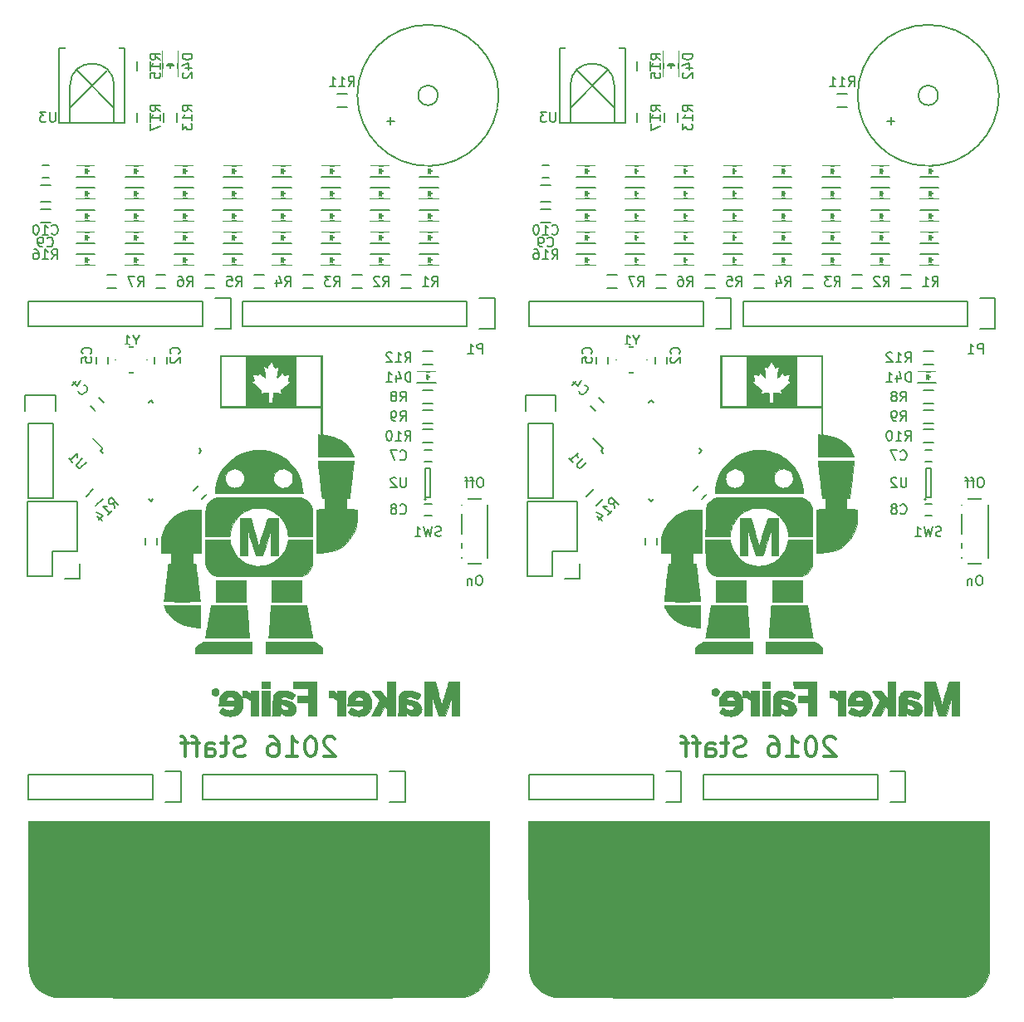
<source format=gbo>
G04 #@! TF.FileFunction,Legend,Bot*
%FSLAX46Y46*%
G04 Gerber Fmt 4.6, Leading zero omitted, Abs format (unit mm)*
G04 Created by KiCad (PCBNEW 4.0.0-rc1-stable) date 9/27/2016 10:32:03 AM*
%MOMM*%
G01*
G04 APERTURE LIST*
%ADD10C,0.100000*%
%ADD11C,0.300000*%
%ADD12C,0.150000*%
%ADD13C,0.010000*%
%ADD14R,2.332000X2.027200*%
%ADD15O,2.332000X2.027200*%
%ADD16R,1.750000X0.800000*%
%ADD17R,2.300000X2.300000*%
%ADD18R,2.000000X2.100000*%
%ADD19C,0.850000*%
%ADD20R,1.200000X0.800000*%
%ADD21R,0.800000X1.200000*%
%ADD22R,1.100000X1.050000*%
%ADD23R,1.300000X1.550000*%
%ADD24C,1.824000*%
%ADD25R,5.380000X2.840000*%
%ADD26C,8.300000*%
%ADD27C,1.000000*%
%ADD28R,2.300000X0.900000*%
%ADD29R,0.900000X1.800000*%
%ADD30C,2.540000*%
%ADD31R,1.700000X1.500000*%
%ADD32R,1.360000X0.950000*%
%ADD33R,2.027200X2.027200*%
%ADD34O,2.027200X2.027200*%
%ADD35R,2.027200X2.332000*%
%ADD36O,2.027200X2.332000*%
%ADD37R,1.498880X1.498880*%
%ADD38R,1.097560X1.097560*%
%ADD39R,1.050000X1.100000*%
%ADD40C,0.800000*%
%ADD41C,2.300000*%
G04 APERTURE END LIST*
D10*
D11*
X137261905Y-128595238D02*
X137166667Y-128500000D01*
X136976190Y-128404762D01*
X136500000Y-128404762D01*
X136309524Y-128500000D01*
X136214286Y-128595238D01*
X136119047Y-128785714D01*
X136119047Y-128976190D01*
X136214286Y-129261905D01*
X137357143Y-130404762D01*
X136119047Y-130404762D01*
X134880952Y-128404762D02*
X134690476Y-128404762D01*
X134500000Y-128500000D01*
X134404762Y-128595238D01*
X134309524Y-128785714D01*
X134214285Y-129166667D01*
X134214285Y-129642857D01*
X134309524Y-130023810D01*
X134404762Y-130214286D01*
X134500000Y-130309524D01*
X134690476Y-130404762D01*
X134880952Y-130404762D01*
X135071428Y-130309524D01*
X135166666Y-130214286D01*
X135261905Y-130023810D01*
X135357143Y-129642857D01*
X135357143Y-129166667D01*
X135261905Y-128785714D01*
X135166666Y-128595238D01*
X135071428Y-128500000D01*
X134880952Y-128404762D01*
X132309523Y-130404762D02*
X133452381Y-130404762D01*
X132880952Y-130404762D02*
X132880952Y-128404762D01*
X133071428Y-128690476D01*
X133261904Y-128880952D01*
X133452381Y-128976190D01*
X130595238Y-128404762D02*
X130976190Y-128404762D01*
X131166666Y-128500000D01*
X131261904Y-128595238D01*
X131452381Y-128880952D01*
X131547619Y-129261905D01*
X131547619Y-130023810D01*
X131452381Y-130214286D01*
X131357142Y-130309524D01*
X131166666Y-130404762D01*
X130785714Y-130404762D01*
X130595238Y-130309524D01*
X130500000Y-130214286D01*
X130404761Y-130023810D01*
X130404761Y-129547619D01*
X130500000Y-129357143D01*
X130595238Y-129261905D01*
X130785714Y-129166667D01*
X131166666Y-129166667D01*
X131357142Y-129261905D01*
X131452381Y-129357143D01*
X131547619Y-129547619D01*
X128119047Y-130309524D02*
X127833332Y-130404762D01*
X127357142Y-130404762D01*
X127166666Y-130309524D01*
X127071428Y-130214286D01*
X126976189Y-130023810D01*
X126976189Y-129833333D01*
X127071428Y-129642857D01*
X127166666Y-129547619D01*
X127357142Y-129452381D01*
X127738094Y-129357143D01*
X127928570Y-129261905D01*
X128023809Y-129166667D01*
X128119047Y-128976190D01*
X128119047Y-128785714D01*
X128023809Y-128595238D01*
X127928570Y-128500000D01*
X127738094Y-128404762D01*
X127261904Y-128404762D01*
X126976189Y-128500000D01*
X126404761Y-129071429D02*
X125642856Y-129071429D01*
X126119047Y-128404762D02*
X126119047Y-130119048D01*
X126023808Y-130309524D01*
X125833332Y-130404762D01*
X125642856Y-130404762D01*
X124119047Y-130404762D02*
X124119047Y-129357143D01*
X124214285Y-129166667D01*
X124404761Y-129071429D01*
X124785713Y-129071429D01*
X124976190Y-129166667D01*
X124119047Y-130309524D02*
X124309523Y-130404762D01*
X124785713Y-130404762D01*
X124976190Y-130309524D01*
X125071428Y-130119048D01*
X125071428Y-129928571D01*
X124976190Y-129738095D01*
X124785713Y-129642857D01*
X124309523Y-129642857D01*
X124119047Y-129547619D01*
X123452380Y-129071429D02*
X122690475Y-129071429D01*
X123166666Y-130404762D02*
X123166666Y-128690476D01*
X123071427Y-128500000D01*
X122880951Y-128404762D01*
X122690475Y-128404762D01*
X122309523Y-129071429D02*
X121547618Y-129071429D01*
X122023809Y-130404762D02*
X122023809Y-128690476D01*
X121928570Y-128500000D01*
X121738094Y-128404762D01*
X121547618Y-128404762D01*
D12*
X152047619Y-111952381D02*
X151857142Y-111952381D01*
X151761904Y-112000000D01*
X151666666Y-112095238D01*
X151619047Y-112285714D01*
X151619047Y-112619048D01*
X151666666Y-112809524D01*
X151761904Y-112904762D01*
X151857142Y-112952381D01*
X152047619Y-112952381D01*
X152142857Y-112904762D01*
X152238095Y-112809524D01*
X152285714Y-112619048D01*
X152285714Y-112285714D01*
X152238095Y-112095238D01*
X152142857Y-112000000D01*
X152047619Y-111952381D01*
X151190476Y-112285714D02*
X151190476Y-112952381D01*
X151190476Y-112380952D02*
X151142857Y-112333333D01*
X151047619Y-112285714D01*
X150904761Y-112285714D01*
X150809523Y-112333333D01*
X150761904Y-112428571D01*
X150761904Y-112952381D01*
X152166667Y-101952381D02*
X151976190Y-101952381D01*
X151880952Y-102000000D01*
X151785714Y-102095238D01*
X151738095Y-102285714D01*
X151738095Y-102619048D01*
X151785714Y-102809524D01*
X151880952Y-102904762D01*
X151976190Y-102952381D01*
X152166667Y-102952381D01*
X152261905Y-102904762D01*
X152357143Y-102809524D01*
X152404762Y-102619048D01*
X152404762Y-102285714D01*
X152357143Y-102095238D01*
X152261905Y-102000000D01*
X152166667Y-101952381D01*
X151452381Y-102285714D02*
X151071429Y-102285714D01*
X151309524Y-102952381D02*
X151309524Y-102095238D01*
X151261905Y-102000000D01*
X151166667Y-101952381D01*
X151071429Y-101952381D01*
X150880952Y-102285714D02*
X150500000Y-102285714D01*
X150738095Y-102952381D02*
X150738095Y-102095238D01*
X150690476Y-102000000D01*
X150595238Y-101952381D01*
X150500000Y-101952381D01*
X101166667Y-101952381D02*
X100976190Y-101952381D01*
X100880952Y-102000000D01*
X100785714Y-102095238D01*
X100738095Y-102285714D01*
X100738095Y-102619048D01*
X100785714Y-102809524D01*
X100880952Y-102904762D01*
X100976190Y-102952381D01*
X101166667Y-102952381D01*
X101261905Y-102904762D01*
X101357143Y-102809524D01*
X101404762Y-102619048D01*
X101404762Y-102285714D01*
X101357143Y-102095238D01*
X101261905Y-102000000D01*
X101166667Y-101952381D01*
X100452381Y-102285714D02*
X100071429Y-102285714D01*
X100309524Y-102952381D02*
X100309524Y-102095238D01*
X100261905Y-102000000D01*
X100166667Y-101952381D01*
X100071429Y-101952381D01*
X99880952Y-102285714D02*
X99500000Y-102285714D01*
X99738095Y-102952381D02*
X99738095Y-102095238D01*
X99690476Y-102000000D01*
X99595238Y-101952381D01*
X99500000Y-101952381D01*
X101047619Y-111952381D02*
X100857142Y-111952381D01*
X100761904Y-112000000D01*
X100666666Y-112095238D01*
X100619047Y-112285714D01*
X100619047Y-112619048D01*
X100666666Y-112809524D01*
X100761904Y-112904762D01*
X100857142Y-112952381D01*
X101047619Y-112952381D01*
X101142857Y-112904762D01*
X101238095Y-112809524D01*
X101285714Y-112619048D01*
X101285714Y-112285714D01*
X101238095Y-112095238D01*
X101142857Y-112000000D01*
X101047619Y-111952381D01*
X100190476Y-112285714D02*
X100190476Y-112952381D01*
X100190476Y-112380952D02*
X100142857Y-112333333D01*
X100047619Y-112285714D01*
X99904761Y-112285714D01*
X99809523Y-112333333D01*
X99761904Y-112428571D01*
X99761904Y-112952381D01*
D11*
X86261905Y-128595238D02*
X86166667Y-128500000D01*
X85976190Y-128404762D01*
X85500000Y-128404762D01*
X85309524Y-128500000D01*
X85214286Y-128595238D01*
X85119047Y-128785714D01*
X85119047Y-128976190D01*
X85214286Y-129261905D01*
X86357143Y-130404762D01*
X85119047Y-130404762D01*
X83880952Y-128404762D02*
X83690476Y-128404762D01*
X83500000Y-128500000D01*
X83404762Y-128595238D01*
X83309524Y-128785714D01*
X83214285Y-129166667D01*
X83214285Y-129642857D01*
X83309524Y-130023810D01*
X83404762Y-130214286D01*
X83500000Y-130309524D01*
X83690476Y-130404762D01*
X83880952Y-130404762D01*
X84071428Y-130309524D01*
X84166666Y-130214286D01*
X84261905Y-130023810D01*
X84357143Y-129642857D01*
X84357143Y-129166667D01*
X84261905Y-128785714D01*
X84166666Y-128595238D01*
X84071428Y-128500000D01*
X83880952Y-128404762D01*
X81309523Y-130404762D02*
X82452381Y-130404762D01*
X81880952Y-130404762D02*
X81880952Y-128404762D01*
X82071428Y-128690476D01*
X82261904Y-128880952D01*
X82452381Y-128976190D01*
X79595238Y-128404762D02*
X79976190Y-128404762D01*
X80166666Y-128500000D01*
X80261904Y-128595238D01*
X80452381Y-128880952D01*
X80547619Y-129261905D01*
X80547619Y-130023810D01*
X80452381Y-130214286D01*
X80357142Y-130309524D01*
X80166666Y-130404762D01*
X79785714Y-130404762D01*
X79595238Y-130309524D01*
X79500000Y-130214286D01*
X79404761Y-130023810D01*
X79404761Y-129547619D01*
X79500000Y-129357143D01*
X79595238Y-129261905D01*
X79785714Y-129166667D01*
X80166666Y-129166667D01*
X80357142Y-129261905D01*
X80452381Y-129357143D01*
X80547619Y-129547619D01*
X77119047Y-130309524D02*
X76833332Y-130404762D01*
X76357142Y-130404762D01*
X76166666Y-130309524D01*
X76071428Y-130214286D01*
X75976189Y-130023810D01*
X75976189Y-129833333D01*
X76071428Y-129642857D01*
X76166666Y-129547619D01*
X76357142Y-129452381D01*
X76738094Y-129357143D01*
X76928570Y-129261905D01*
X77023809Y-129166667D01*
X77119047Y-128976190D01*
X77119047Y-128785714D01*
X77023809Y-128595238D01*
X76928570Y-128500000D01*
X76738094Y-128404762D01*
X76261904Y-128404762D01*
X75976189Y-128500000D01*
X75404761Y-129071429D02*
X74642856Y-129071429D01*
X75119047Y-128404762D02*
X75119047Y-130119048D01*
X75023808Y-130309524D01*
X74833332Y-130404762D01*
X74642856Y-130404762D01*
X73119047Y-130404762D02*
X73119047Y-129357143D01*
X73214285Y-129166667D01*
X73404761Y-129071429D01*
X73785713Y-129071429D01*
X73976190Y-129166667D01*
X73119047Y-130309524D02*
X73309523Y-130404762D01*
X73785713Y-130404762D01*
X73976190Y-130309524D01*
X74071428Y-130119048D01*
X74071428Y-129928571D01*
X73976190Y-129738095D01*
X73785713Y-129642857D01*
X73309523Y-129642857D01*
X73119047Y-129547619D01*
X72452380Y-129071429D02*
X71690475Y-129071429D01*
X72166666Y-130404762D02*
X72166666Y-128690476D01*
X72071427Y-128500000D01*
X71880951Y-128404762D01*
X71690475Y-128404762D01*
X71309523Y-129071429D02*
X70547618Y-129071429D01*
X71023809Y-130404762D02*
X71023809Y-128690476D01*
X70928570Y-128500000D01*
X70738094Y-128404762D01*
X70547618Y-128404762D01*
D12*
X105956000Y-96424000D02*
X105956000Y-104044000D01*
X108496000Y-96424000D02*
X108496000Y-104044000D01*
X108776000Y-93604000D02*
X108776000Y-95154000D01*
X105956000Y-104044000D02*
X108496000Y-104044000D01*
X108496000Y-96424000D02*
X105956000Y-96424000D01*
X105676000Y-95154000D02*
X105676000Y-93604000D01*
X105676000Y-93604000D02*
X108776000Y-93604000D01*
D13*
G36*
X130198500Y-119919000D02*
X135977000Y-119919000D01*
X135977000Y-119294919D01*
X135569883Y-118987834D01*
X135162766Y-118680750D01*
X130198500Y-118680750D01*
X130198500Y-119919000D01*
X130198500Y-119919000D01*
G37*
X130198500Y-119919000D02*
X135977000Y-119919000D01*
X135977000Y-119294919D01*
X135569883Y-118987834D01*
X135162766Y-118680750D01*
X130198500Y-118680750D01*
X130198500Y-119919000D01*
G36*
X123430118Y-118987834D02*
X123023000Y-119294919D01*
X123023000Y-119919000D01*
X128801500Y-119919000D01*
X128801500Y-118680750D01*
X123837235Y-118680750D01*
X123430118Y-118987834D01*
X123430118Y-118987834D01*
G37*
X123430118Y-118987834D02*
X123023000Y-119294919D01*
X123023000Y-119919000D01*
X128801500Y-119919000D01*
X128801500Y-118680750D01*
X123837235Y-118680750D01*
X123430118Y-118987834D01*
G36*
X130725120Y-115100678D02*
X130719619Y-115153370D01*
X130710369Y-115262433D01*
X130697892Y-115420881D01*
X130682712Y-115621731D01*
X130665350Y-115857995D01*
X130646328Y-116122690D01*
X130626169Y-116408830D01*
X130611740Y-116617000D01*
X130590976Y-116916098D01*
X130570913Y-117200416D01*
X130552086Y-117462668D01*
X130535034Y-117695569D01*
X130520294Y-117891832D01*
X130508404Y-118044171D01*
X130499901Y-118145302D01*
X130496378Y-118180687D01*
X130478292Y-118331500D01*
X134966582Y-118331500D01*
X134945589Y-118212437D01*
X134935906Y-118157985D01*
X134916208Y-118047619D01*
X134887675Y-117887928D01*
X134851486Y-117685504D01*
X134808819Y-117446938D01*
X134760853Y-117178821D01*
X134708765Y-116887744D01*
X134653736Y-116580297D01*
X134648939Y-116553500D01*
X134373281Y-115013625D01*
X130741225Y-114997231D01*
X130725120Y-115100678D01*
X130725120Y-115100678D01*
G37*
X130725120Y-115100678D02*
X130719619Y-115153370D01*
X130710369Y-115262433D01*
X130697892Y-115420881D01*
X130682712Y-115621731D01*
X130665350Y-115857995D01*
X130646328Y-116122690D01*
X130626169Y-116408830D01*
X130611740Y-116617000D01*
X130590976Y-116916098D01*
X130570913Y-117200416D01*
X130552086Y-117462668D01*
X130535034Y-117695569D01*
X130520294Y-117891832D01*
X130508404Y-118044171D01*
X130499901Y-118145302D01*
X130496378Y-118180687D01*
X130478292Y-118331500D01*
X134966582Y-118331500D01*
X134945589Y-118212437D01*
X134935906Y-118157985D01*
X134916208Y-118047619D01*
X134887675Y-117887928D01*
X134851486Y-117685504D01*
X134808819Y-117446938D01*
X134760853Y-117178821D01*
X134708765Y-116887744D01*
X134653736Y-116580297D01*
X134648939Y-116553500D01*
X134373281Y-115013625D01*
X130741225Y-114997231D01*
X130725120Y-115100678D01*
G36*
X124626720Y-115013625D02*
X124351062Y-116553500D01*
X124295836Y-116862038D01*
X124243452Y-117154771D01*
X124195087Y-117425106D01*
X124151922Y-117666452D01*
X124115133Y-117872219D01*
X124085901Y-118035816D01*
X124065403Y-118150652D01*
X124054818Y-118210135D01*
X124054412Y-118212437D01*
X124033419Y-118331500D01*
X128519641Y-118331500D01*
X128502186Y-118196562D01*
X128496439Y-118137233D01*
X128487008Y-118021678D01*
X128474414Y-117857035D01*
X128459178Y-117650437D01*
X128441820Y-117409022D01*
X128422862Y-117139925D01*
X128402824Y-116850282D01*
X128388012Y-116632875D01*
X128367596Y-116334266D01*
X128347928Y-116052246D01*
X128329519Y-115793753D01*
X128312882Y-115565728D01*
X128298527Y-115375111D01*
X128286966Y-115228841D01*
X128278712Y-115133859D01*
X128275035Y-115100678D01*
X128258776Y-114997231D01*
X124626720Y-115013625D01*
X124626720Y-115013625D01*
G37*
X124626720Y-115013625D02*
X124351062Y-116553500D01*
X124295836Y-116862038D01*
X124243452Y-117154771D01*
X124195087Y-117425106D01*
X124151922Y-117666452D01*
X124115133Y-117872219D01*
X124085901Y-118035816D01*
X124065403Y-118150652D01*
X124054818Y-118210135D01*
X124054412Y-118212437D01*
X124033419Y-118331500D01*
X128519641Y-118331500D01*
X128502186Y-118196562D01*
X128496439Y-118137233D01*
X128487008Y-118021678D01*
X128474414Y-117857035D01*
X128459178Y-117650437D01*
X128441820Y-117409022D01*
X128422862Y-117139925D01*
X128402824Y-116850282D01*
X128388012Y-116632875D01*
X128367596Y-116334266D01*
X128347928Y-116052246D01*
X128329519Y-115793753D01*
X128312882Y-115565728D01*
X128298527Y-115375111D01*
X128286966Y-115228841D01*
X128278712Y-115133859D01*
X128275035Y-115100678D01*
X128258776Y-114997231D01*
X124626720Y-115013625D01*
G36*
X119839438Y-115069187D02*
X119872330Y-115167003D01*
X119929536Y-115300917D01*
X120002250Y-115452848D01*
X120081663Y-115604718D01*
X120158968Y-115738445D01*
X120186403Y-115781414D01*
X120434452Y-116099543D01*
X120732821Y-116385107D01*
X121075606Y-116635060D01*
X121456905Y-116846355D01*
X121870813Y-117015945D01*
X122311429Y-117140783D01*
X122772849Y-117217822D01*
X123007125Y-117237333D01*
X123152832Y-117246318D01*
X123283300Y-117255898D01*
X123379724Y-117264620D01*
X123411938Y-117268604D01*
X123499250Y-117282162D01*
X123499250Y-114997750D01*
X119822195Y-114997750D01*
X119839438Y-115069187D01*
X119839438Y-115069187D01*
G37*
X119839438Y-115069187D02*
X119872330Y-115167003D01*
X119929536Y-115300917D01*
X120002250Y-115452848D01*
X120081663Y-115604718D01*
X120158968Y-115738445D01*
X120186403Y-115781414D01*
X120434452Y-116099543D01*
X120732821Y-116385107D01*
X121075606Y-116635060D01*
X121456905Y-116846355D01*
X121870813Y-117015945D01*
X122311429Y-117140783D01*
X122772849Y-117217822D01*
X123007125Y-117237333D01*
X123152832Y-117246318D01*
X123283300Y-117255898D01*
X123379724Y-117264620D01*
X123411938Y-117268604D01*
X123499250Y-117282162D01*
X123499250Y-114997750D01*
X119822195Y-114997750D01*
X119839438Y-115069187D01*
G36*
X130833500Y-114616750D02*
X133881500Y-114616750D01*
X133881500Y-112426000D01*
X130833500Y-112426000D01*
X130833500Y-114616750D01*
X130833500Y-114616750D01*
G37*
X130833500Y-114616750D02*
X133881500Y-114616750D01*
X133881500Y-112426000D01*
X130833500Y-112426000D01*
X130833500Y-114616750D01*
G36*
X125118500Y-114616750D02*
X128166500Y-114616750D01*
X128166500Y-112426000D01*
X125118500Y-112426000D01*
X125118500Y-114616750D01*
X125118500Y-114616750D01*
G37*
X125118500Y-114616750D02*
X128166500Y-114616750D01*
X128166500Y-112426000D01*
X125118500Y-112426000D01*
X125118500Y-114616750D01*
G36*
X123316688Y-105219021D02*
X122823470Y-105235407D01*
X122379165Y-105285196D01*
X121977317Y-105370706D01*
X121611468Y-105494252D01*
X121275161Y-105658149D01*
X120961941Y-105864716D01*
X120665349Y-106116266D01*
X120578103Y-106201399D01*
X120260220Y-106565569D01*
X119990965Y-106968227D01*
X119773435Y-107403600D01*
X119610726Y-107865913D01*
X119546873Y-108124146D01*
X119526227Y-108257448D01*
X119511632Y-108436622D01*
X119502778Y-108667282D01*
X119499358Y-108955042D01*
X119499302Y-108988294D01*
X119498750Y-109630464D01*
X120030563Y-109639169D01*
X120562375Y-109647875D01*
X120562375Y-110759125D01*
X120413258Y-110768732D01*
X120322721Y-110777069D01*
X120276585Y-110797510D01*
X120255880Y-110846217D01*
X120245545Y-110911607D01*
X120238295Y-110968606D01*
X120224844Y-111079369D01*
X120205990Y-111237068D01*
X120182528Y-111434874D01*
X120155256Y-111665960D01*
X120124969Y-111923495D01*
X120092464Y-112200652D01*
X120058537Y-112490602D01*
X120023985Y-112786516D01*
X119989604Y-113081566D01*
X119956191Y-113368923D01*
X119924542Y-113641758D01*
X119895453Y-113893242D01*
X119869722Y-114116548D01*
X119848144Y-114304846D01*
X119831515Y-114451308D01*
X119820633Y-114549105D01*
X119816294Y-114591409D01*
X119816250Y-114592374D01*
X119847070Y-114596814D01*
X119935808Y-114600992D01*
X120076883Y-114604837D01*
X120264713Y-114608273D01*
X120493717Y-114611226D01*
X120758314Y-114613624D01*
X121052922Y-114615391D01*
X121371960Y-114616454D01*
X121657750Y-114616750D01*
X121993144Y-114616342D01*
X122308845Y-114615167D01*
X122599272Y-114613300D01*
X122858843Y-114610813D01*
X123081978Y-114607782D01*
X123263095Y-114604280D01*
X123396612Y-114600380D01*
X123476948Y-114596157D01*
X123499250Y-114592374D01*
X123495670Y-114556513D01*
X123485461Y-114464417D01*
X123469419Y-114322914D01*
X123448340Y-114138832D01*
X123423021Y-113919000D01*
X123394259Y-113670247D01*
X123362850Y-113399402D01*
X123329590Y-113113293D01*
X123295276Y-112818749D01*
X123260704Y-112522598D01*
X123226670Y-112231669D01*
X123193972Y-111952791D01*
X123163405Y-111692792D01*
X123135766Y-111458501D01*
X123111852Y-111256747D01*
X123092458Y-111094357D01*
X123078382Y-110978162D01*
X123070419Y-110914990D01*
X123069956Y-110911607D01*
X123055883Y-110830827D01*
X123030713Y-110790523D01*
X122975475Y-110774532D01*
X122902243Y-110768732D01*
X122753125Y-110759125D01*
X122753125Y-109647875D01*
X123189688Y-109639041D01*
X123626250Y-109630208D01*
X123626250Y-105218750D01*
X123316688Y-105219021D01*
X123316688Y-105219021D01*
G37*
X123316688Y-105219021D02*
X122823470Y-105235407D01*
X122379165Y-105285196D01*
X121977317Y-105370706D01*
X121611468Y-105494252D01*
X121275161Y-105658149D01*
X120961941Y-105864716D01*
X120665349Y-106116266D01*
X120578103Y-106201399D01*
X120260220Y-106565569D01*
X119990965Y-106968227D01*
X119773435Y-107403600D01*
X119610726Y-107865913D01*
X119546873Y-108124146D01*
X119526227Y-108257448D01*
X119511632Y-108436622D01*
X119502778Y-108667282D01*
X119499358Y-108955042D01*
X119499302Y-108988294D01*
X119498750Y-109630464D01*
X120030563Y-109639169D01*
X120562375Y-109647875D01*
X120562375Y-110759125D01*
X120413258Y-110768732D01*
X120322721Y-110777069D01*
X120276585Y-110797510D01*
X120255880Y-110846217D01*
X120245545Y-110911607D01*
X120238295Y-110968606D01*
X120224844Y-111079369D01*
X120205990Y-111237068D01*
X120182528Y-111434874D01*
X120155256Y-111665960D01*
X120124969Y-111923495D01*
X120092464Y-112200652D01*
X120058537Y-112490602D01*
X120023985Y-112786516D01*
X119989604Y-113081566D01*
X119956191Y-113368923D01*
X119924542Y-113641758D01*
X119895453Y-113893242D01*
X119869722Y-114116548D01*
X119848144Y-114304846D01*
X119831515Y-114451308D01*
X119820633Y-114549105D01*
X119816294Y-114591409D01*
X119816250Y-114592374D01*
X119847070Y-114596814D01*
X119935808Y-114600992D01*
X120076883Y-114604837D01*
X120264713Y-114608273D01*
X120493717Y-114611226D01*
X120758314Y-114613624D01*
X121052922Y-114615391D01*
X121371960Y-114616454D01*
X121657750Y-114616750D01*
X121993144Y-114616342D01*
X122308845Y-114615167D01*
X122599272Y-114613300D01*
X122858843Y-114610813D01*
X123081978Y-114607782D01*
X123263095Y-114604280D01*
X123396612Y-114600380D01*
X123476948Y-114596157D01*
X123499250Y-114592374D01*
X123495670Y-114556513D01*
X123485461Y-114464417D01*
X123469419Y-114322914D01*
X123448340Y-114138832D01*
X123423021Y-113919000D01*
X123394259Y-113670247D01*
X123362850Y-113399402D01*
X123329590Y-113113293D01*
X123295276Y-112818749D01*
X123260704Y-112522598D01*
X123226670Y-112231669D01*
X123193972Y-111952791D01*
X123163405Y-111692792D01*
X123135766Y-111458501D01*
X123111852Y-111256747D01*
X123092458Y-111094357D01*
X123078382Y-110978162D01*
X123070419Y-110914990D01*
X123069956Y-110911607D01*
X123055883Y-110830827D01*
X123030713Y-110790523D01*
X122975475Y-110774532D01*
X122902243Y-110768732D01*
X122753125Y-110759125D01*
X122753125Y-109647875D01*
X123189688Y-109639041D01*
X123626250Y-109630208D01*
X123626250Y-105218750D01*
X123316688Y-105219021D01*
G36*
X132409435Y-108611845D02*
X132297086Y-109010278D01*
X132126606Y-109392019D01*
X131902715Y-109749446D01*
X131630131Y-110074937D01*
X131339226Y-110340574D01*
X130986035Y-110583657D01*
X130607211Y-110770804D01*
X130208940Y-110900911D01*
X129797410Y-110972873D01*
X129378807Y-110985588D01*
X128959320Y-110937951D01*
X128565099Y-110835613D01*
X128267845Y-110720269D01*
X127998509Y-110578956D01*
X127732882Y-110398374D01*
X127644158Y-110329682D01*
X127351130Y-110060416D01*
X127093822Y-109750386D01*
X126878578Y-109410132D01*
X126711738Y-109050193D01*
X126599644Y-108681108D01*
X126574621Y-108552335D01*
X126537945Y-108330250D01*
X124039000Y-108330250D01*
X124039000Y-109516541D01*
X124039879Y-109807103D01*
X124042392Y-110078553D01*
X124046356Y-110323234D01*
X124051590Y-110533488D01*
X124057909Y-110701658D01*
X124065132Y-110820087D01*
X124071408Y-110873716D01*
X124144965Y-111121665D01*
X124265117Y-111361143D01*
X124421843Y-111577806D01*
X124605122Y-111757311D01*
X124763346Y-111864097D01*
X124809037Y-111889379D01*
X124850730Y-111912194D01*
X124891745Y-111932667D01*
X124935400Y-111950923D01*
X124985012Y-111967086D01*
X125043899Y-111981282D01*
X125115381Y-111993635D01*
X125202774Y-112004270D01*
X125309397Y-112013312D01*
X125438568Y-112020886D01*
X125593606Y-112027117D01*
X125777827Y-112032130D01*
X125994551Y-112036049D01*
X126247096Y-112038999D01*
X126538779Y-112041106D01*
X126872919Y-112042494D01*
X127252834Y-112043288D01*
X127681842Y-112043613D01*
X128163260Y-112043594D01*
X128700408Y-112043356D01*
X129296603Y-112043023D01*
X129514609Y-112042910D01*
X130130790Y-112042524D01*
X130686615Y-112041985D01*
X131185229Y-112041257D01*
X131629774Y-112040307D01*
X132023395Y-112039100D01*
X132369235Y-112037601D01*
X132670439Y-112035776D01*
X132930150Y-112033590D01*
X133151513Y-112031010D01*
X133337671Y-112028000D01*
X133491768Y-112024527D01*
X133616948Y-112020555D01*
X133716356Y-112016051D01*
X133793133Y-112010980D01*
X133850426Y-112005307D01*
X133891378Y-111998998D01*
X133909928Y-111994755D01*
X134175167Y-111891588D01*
X134412615Y-111736017D01*
X134615417Y-111535585D01*
X134776719Y-111297836D01*
X134889663Y-111030317D01*
X134928593Y-110873716D01*
X134936404Y-110800380D01*
X134943458Y-110671203D01*
X134949571Y-110493844D01*
X134954561Y-110275960D01*
X134958245Y-110025208D01*
X134960440Y-109749246D01*
X134961000Y-109516541D01*
X134961000Y-108330250D01*
X132466356Y-108330250D01*
X132409435Y-108611845D01*
X132409435Y-108611845D01*
G37*
X132409435Y-108611845D02*
X132297086Y-109010278D01*
X132126606Y-109392019D01*
X131902715Y-109749446D01*
X131630131Y-110074937D01*
X131339226Y-110340574D01*
X130986035Y-110583657D01*
X130607211Y-110770804D01*
X130208940Y-110900911D01*
X129797410Y-110972873D01*
X129378807Y-110985588D01*
X128959320Y-110937951D01*
X128565099Y-110835613D01*
X128267845Y-110720269D01*
X127998509Y-110578956D01*
X127732882Y-110398374D01*
X127644158Y-110329682D01*
X127351130Y-110060416D01*
X127093822Y-109750386D01*
X126878578Y-109410132D01*
X126711738Y-109050193D01*
X126599644Y-108681108D01*
X126574621Y-108552335D01*
X126537945Y-108330250D01*
X124039000Y-108330250D01*
X124039000Y-109516541D01*
X124039879Y-109807103D01*
X124042392Y-110078553D01*
X124046356Y-110323234D01*
X124051590Y-110533488D01*
X124057909Y-110701658D01*
X124065132Y-110820087D01*
X124071408Y-110873716D01*
X124144965Y-111121665D01*
X124265117Y-111361143D01*
X124421843Y-111577806D01*
X124605122Y-111757311D01*
X124763346Y-111864097D01*
X124809037Y-111889379D01*
X124850730Y-111912194D01*
X124891745Y-111932667D01*
X124935400Y-111950923D01*
X124985012Y-111967086D01*
X125043899Y-111981282D01*
X125115381Y-111993635D01*
X125202774Y-112004270D01*
X125309397Y-112013312D01*
X125438568Y-112020886D01*
X125593606Y-112027117D01*
X125777827Y-112032130D01*
X125994551Y-112036049D01*
X126247096Y-112038999D01*
X126538779Y-112041106D01*
X126872919Y-112042494D01*
X127252834Y-112043288D01*
X127681842Y-112043613D01*
X128163260Y-112043594D01*
X128700408Y-112043356D01*
X129296603Y-112043023D01*
X129514609Y-112042910D01*
X130130790Y-112042524D01*
X130686615Y-112041985D01*
X131185229Y-112041257D01*
X131629774Y-112040307D01*
X132023395Y-112039100D01*
X132369235Y-112037601D01*
X132670439Y-112035776D01*
X132930150Y-112033590D01*
X133151513Y-112031010D01*
X133337671Y-112028000D01*
X133491768Y-112024527D01*
X133616948Y-112020555D01*
X133716356Y-112016051D01*
X133793133Y-112010980D01*
X133850426Y-112005307D01*
X133891378Y-111998998D01*
X133909928Y-111994755D01*
X134175167Y-111891588D01*
X134412615Y-111736017D01*
X134615417Y-111535585D01*
X134776719Y-111297836D01*
X134889663Y-111030317D01*
X134928593Y-110873716D01*
X134936404Y-110800380D01*
X134943458Y-110671203D01*
X134949571Y-110493844D01*
X134954561Y-110275960D01*
X134958245Y-110025208D01*
X134960440Y-109749246D01*
X134961000Y-109516541D01*
X134961000Y-108330250D01*
X132466356Y-108330250D01*
X132409435Y-108611845D01*
G36*
X130719873Y-106140151D02*
X130567165Y-106141958D01*
X130449187Y-106144695D01*
X130376249Y-106148139D01*
X130357250Y-106151216D01*
X130348152Y-106189133D01*
X130322393Y-106279741D01*
X130282281Y-106415590D01*
X130230121Y-106589231D01*
X130168220Y-106793216D01*
X130098884Y-107020096D01*
X130024418Y-107262422D01*
X129947130Y-107512746D01*
X129869325Y-107763618D01*
X129793310Y-108007591D01*
X129721390Y-108237215D01*
X129655872Y-108445041D01*
X129599061Y-108623621D01*
X129553265Y-108765507D01*
X129520790Y-108863249D01*
X129503941Y-108909398D01*
X129502517Y-108911933D01*
X129467977Y-108912271D01*
X129444065Y-108881346D01*
X129429362Y-108839151D01*
X129399483Y-108742346D01*
X129356334Y-108597481D01*
X129301823Y-108411104D01*
X129237857Y-108189766D01*
X129166342Y-107940013D01*
X129089187Y-107668397D01*
X129036311Y-107481082D01*
X128658625Y-106139790D01*
X128110938Y-106139645D01*
X127563250Y-106139500D01*
X127563250Y-109886000D01*
X128325250Y-109886000D01*
X128325250Y-108617873D01*
X128326053Y-108265930D01*
X128328430Y-107967068D01*
X128332334Y-107723184D01*
X128337718Y-107536175D01*
X128344535Y-107407935D01*
X128352738Y-107340361D01*
X128357225Y-107329986D01*
X128372829Y-107321820D01*
X128385574Y-107326232D01*
X128398846Y-107352906D01*
X128416032Y-107411529D01*
X128440518Y-107511786D01*
X128475691Y-107663364D01*
X128479386Y-107679375D01*
X128505999Y-107782231D01*
X128549414Y-107935098D01*
X128606520Y-108127688D01*
X128674207Y-108349714D01*
X128749365Y-108590890D01*
X128828883Y-108840928D01*
X128855979Y-108924956D01*
X129166625Y-109884787D01*
X129521195Y-109885393D01*
X129875764Y-109886000D01*
X129971576Y-109592312D01*
X130094397Y-109215115D01*
X130198857Y-108892573D01*
X130286695Y-108619104D01*
X130359645Y-108389126D01*
X130419445Y-108197057D01*
X130467831Y-108037316D01*
X130506538Y-107904321D01*
X130537303Y-107792490D01*
X130561862Y-107696241D01*
X130563644Y-107688909D01*
X130601564Y-107537475D01*
X130633648Y-107423470D01*
X130660373Y-107349420D01*
X130682213Y-107317852D01*
X130699643Y-107331292D01*
X130713137Y-107392268D01*
X130723171Y-107503305D01*
X130730219Y-107666930D01*
X130734757Y-107885670D01*
X130737260Y-108162052D01*
X130738201Y-108498601D01*
X130738250Y-108617873D01*
X130738250Y-109886000D01*
X131436750Y-109886000D01*
X131436750Y-106139500D01*
X130897000Y-106139500D01*
X130719873Y-106140151D01*
X130719873Y-106140151D01*
G37*
X130719873Y-106140151D02*
X130567165Y-106141958D01*
X130449187Y-106144695D01*
X130376249Y-106148139D01*
X130357250Y-106151216D01*
X130348152Y-106189133D01*
X130322393Y-106279741D01*
X130282281Y-106415590D01*
X130230121Y-106589231D01*
X130168220Y-106793216D01*
X130098884Y-107020096D01*
X130024418Y-107262422D01*
X129947130Y-107512746D01*
X129869325Y-107763618D01*
X129793310Y-108007591D01*
X129721390Y-108237215D01*
X129655872Y-108445041D01*
X129599061Y-108623621D01*
X129553265Y-108765507D01*
X129520790Y-108863249D01*
X129503941Y-108909398D01*
X129502517Y-108911933D01*
X129467977Y-108912271D01*
X129444065Y-108881346D01*
X129429362Y-108839151D01*
X129399483Y-108742346D01*
X129356334Y-108597481D01*
X129301823Y-108411104D01*
X129237857Y-108189766D01*
X129166342Y-107940013D01*
X129089187Y-107668397D01*
X129036311Y-107481082D01*
X128658625Y-106139790D01*
X128110938Y-106139645D01*
X127563250Y-106139500D01*
X127563250Y-109886000D01*
X128325250Y-109886000D01*
X128325250Y-108617873D01*
X128326053Y-108265930D01*
X128328430Y-107967068D01*
X128332334Y-107723184D01*
X128337718Y-107536175D01*
X128344535Y-107407935D01*
X128352738Y-107340361D01*
X128357225Y-107329986D01*
X128372829Y-107321820D01*
X128385574Y-107326232D01*
X128398846Y-107352906D01*
X128416032Y-107411529D01*
X128440518Y-107511786D01*
X128475691Y-107663364D01*
X128479386Y-107679375D01*
X128505999Y-107782231D01*
X128549414Y-107935098D01*
X128606520Y-108127688D01*
X128674207Y-108349714D01*
X128749365Y-108590890D01*
X128828883Y-108840928D01*
X128855979Y-108924956D01*
X129166625Y-109884787D01*
X129521195Y-109885393D01*
X129875764Y-109886000D01*
X129971576Y-109592312D01*
X130094397Y-109215115D01*
X130198857Y-108892573D01*
X130286695Y-108619104D01*
X130359645Y-108389126D01*
X130419445Y-108197057D01*
X130467831Y-108037316D01*
X130506538Y-107904321D01*
X130537303Y-107792490D01*
X130561862Y-107696241D01*
X130563644Y-107688909D01*
X130601564Y-107537475D01*
X130633648Y-107423470D01*
X130660373Y-107349420D01*
X130682213Y-107317852D01*
X130699643Y-107331292D01*
X130713137Y-107392268D01*
X130723171Y-107503305D01*
X130730219Y-107666930D01*
X130734757Y-107885670D01*
X130737260Y-108162052D01*
X130738201Y-108498601D01*
X130738250Y-108617873D01*
X130738250Y-109886000D01*
X131436750Y-109886000D01*
X131436750Y-106139500D01*
X130897000Y-106139500D01*
X130719873Y-106140151D01*
G36*
X136942240Y-100234249D02*
X136599656Y-100235060D01*
X136312317Y-100236521D01*
X136076097Y-100238724D01*
X135886869Y-100241759D01*
X135740507Y-100245716D01*
X135632884Y-100250687D01*
X135559873Y-100256761D01*
X135517348Y-100264030D01*
X135501183Y-100272583D01*
X135500750Y-100274454D01*
X135504341Y-100314343D01*
X135514579Y-100410407D01*
X135530665Y-100555758D01*
X135551799Y-100743510D01*
X135577180Y-100966776D01*
X135606009Y-101218668D01*
X135637484Y-101492300D01*
X135670808Y-101780786D01*
X135705178Y-102077236D01*
X135739795Y-102374766D01*
X135773859Y-102666488D01*
X135806571Y-102945514D01*
X135837129Y-103204958D01*
X135864734Y-103437934D01*
X135888585Y-103637553D01*
X135907883Y-103796928D01*
X135921828Y-103909174D01*
X135929618Y-103967403D01*
X135930175Y-103970868D01*
X135945640Y-104032836D01*
X135976870Y-104064295D01*
X136042796Y-104077840D01*
X136097184Y-104081993D01*
X136246875Y-104091625D01*
X136246875Y-105202875D01*
X135810313Y-105211708D01*
X135373750Y-105220541D01*
X135373750Y-109632000D01*
X135746813Y-109627572D01*
X135930687Y-109623385D01*
X136125494Y-109615672D01*
X136303061Y-109605690D01*
X136394892Y-109598669D01*
X136845325Y-109527880D01*
X137272643Y-109398944D01*
X137673931Y-109213912D01*
X138046274Y-108974839D01*
X138386757Y-108683777D01*
X138692467Y-108342780D01*
X138960489Y-107953901D01*
X139107352Y-107687878D01*
X139232920Y-107422547D01*
X139330359Y-107174285D01*
X139402668Y-106928993D01*
X139452844Y-106672573D01*
X139483886Y-106390925D01*
X139498793Y-106069953D01*
X139501250Y-105835831D01*
X139501250Y-105220249D01*
X138953563Y-105211562D01*
X138405875Y-105202875D01*
X138405875Y-104091625D01*
X138572563Y-104082028D01*
X138665697Y-104074085D01*
X138726198Y-104063973D01*
X138739250Y-104057411D01*
X138742819Y-104022486D01*
X138752998Y-103931301D01*
X138768992Y-103790665D01*
X138790011Y-103607384D01*
X138815260Y-103388266D01*
X138843948Y-103140119D01*
X138875281Y-102869750D01*
X138908467Y-102583967D01*
X138942713Y-102289578D01*
X138977226Y-101993389D01*
X139011214Y-101702209D01*
X139043884Y-101422845D01*
X139074443Y-101162105D01*
X139102098Y-100926796D01*
X139126057Y-100723725D01*
X139145526Y-100559701D01*
X139159714Y-100441531D01*
X139167827Y-100376022D01*
X139168776Y-100368937D01*
X139187641Y-100234000D01*
X137344196Y-100234000D01*
X136942240Y-100234249D01*
X136942240Y-100234249D01*
G37*
X136942240Y-100234249D02*
X136599656Y-100235060D01*
X136312317Y-100236521D01*
X136076097Y-100238724D01*
X135886869Y-100241759D01*
X135740507Y-100245716D01*
X135632884Y-100250687D01*
X135559873Y-100256761D01*
X135517348Y-100264030D01*
X135501183Y-100272583D01*
X135500750Y-100274454D01*
X135504341Y-100314343D01*
X135514579Y-100410407D01*
X135530665Y-100555758D01*
X135551799Y-100743510D01*
X135577180Y-100966776D01*
X135606009Y-101218668D01*
X135637484Y-101492300D01*
X135670808Y-101780786D01*
X135705178Y-102077236D01*
X135739795Y-102374766D01*
X135773859Y-102666488D01*
X135806571Y-102945514D01*
X135837129Y-103204958D01*
X135864734Y-103437934D01*
X135888585Y-103637553D01*
X135907883Y-103796928D01*
X135921828Y-103909174D01*
X135929618Y-103967403D01*
X135930175Y-103970868D01*
X135945640Y-104032836D01*
X135976870Y-104064295D01*
X136042796Y-104077840D01*
X136097184Y-104081993D01*
X136246875Y-104091625D01*
X136246875Y-105202875D01*
X135810313Y-105211708D01*
X135373750Y-105220541D01*
X135373750Y-109632000D01*
X135746813Y-109627572D01*
X135930687Y-109623385D01*
X136125494Y-109615672D01*
X136303061Y-109605690D01*
X136394892Y-109598669D01*
X136845325Y-109527880D01*
X137272643Y-109398944D01*
X137673931Y-109213912D01*
X138046274Y-108974839D01*
X138386757Y-108683777D01*
X138692467Y-108342780D01*
X138960489Y-107953901D01*
X139107352Y-107687878D01*
X139232920Y-107422547D01*
X139330359Y-107174285D01*
X139402668Y-106928993D01*
X139452844Y-106672573D01*
X139483886Y-106390925D01*
X139498793Y-106069953D01*
X139501250Y-105835831D01*
X139501250Y-105220249D01*
X138953563Y-105211562D01*
X138405875Y-105202875D01*
X138405875Y-104091625D01*
X138572563Y-104082028D01*
X138665697Y-104074085D01*
X138726198Y-104063973D01*
X138739250Y-104057411D01*
X138742819Y-104022486D01*
X138752998Y-103931301D01*
X138768992Y-103790665D01*
X138790011Y-103607384D01*
X138815260Y-103388266D01*
X138843948Y-103140119D01*
X138875281Y-102869750D01*
X138908467Y-102583967D01*
X138942713Y-102289578D01*
X138977226Y-101993389D01*
X139011214Y-101702209D01*
X139043884Y-101422845D01*
X139074443Y-101162105D01*
X139102098Y-100926796D01*
X139126057Y-100723725D01*
X139145526Y-100559701D01*
X139159714Y-100441531D01*
X139167827Y-100376022D01*
X139168776Y-100368937D01*
X139187641Y-100234000D01*
X137344196Y-100234000D01*
X136942240Y-100234249D01*
G36*
X128879613Y-103980104D02*
X128429011Y-103980750D01*
X127989377Y-103981746D01*
X127565363Y-103983089D01*
X127161625Y-103984781D01*
X126782815Y-103986822D01*
X126433589Y-103989210D01*
X126118600Y-103991948D01*
X125842503Y-103995033D01*
X125609952Y-103998467D01*
X125425600Y-104002250D01*
X125294102Y-104006381D01*
X125220112Y-104010860D01*
X125210147Y-104012211D01*
X124942109Y-104092133D01*
X124691696Y-104224905D01*
X124470616Y-104401874D01*
X124290575Y-104614383D01*
X124208415Y-104752781D01*
X124169490Y-104834092D01*
X124137017Y-104915212D01*
X124110418Y-105002617D01*
X124089114Y-105102782D01*
X124072524Y-105222183D01*
X124060069Y-105367297D01*
X124051169Y-105544599D01*
X124045246Y-105760564D01*
X124041718Y-106021669D01*
X124040008Y-106334389D01*
X124039552Y-106639562D01*
X124039000Y-107949250D01*
X126511610Y-107949250D01*
X126530572Y-107798437D01*
X126568706Y-107530588D01*
X126611835Y-107308386D01*
X126664942Y-107113979D01*
X126733008Y-106929514D01*
X126821012Y-106737138D01*
X126833986Y-106711000D01*
X127053725Y-106340617D01*
X127322600Y-106006011D01*
X127634619Y-105713008D01*
X127983791Y-105467436D01*
X128266719Y-105317762D01*
X128451528Y-105235687D01*
X128609978Y-105174376D01*
X128757222Y-105130909D01*
X128908411Y-105102368D01*
X129078698Y-105085832D01*
X129283233Y-105078381D01*
X129515875Y-105077042D01*
X129721404Y-105077871D01*
X129876901Y-105080454D01*
X129995836Y-105086372D01*
X130091677Y-105097209D01*
X130177894Y-105114548D01*
X130267954Y-105139972D01*
X130375327Y-105175064D01*
X130389000Y-105179659D01*
X130759089Y-105328682D01*
X131090807Y-105516892D01*
X131400879Y-105754407D01*
X131522706Y-105865592D01*
X131828128Y-106195583D01*
X132073636Y-106545627D01*
X132259004Y-106915274D01*
X132384003Y-107304075D01*
X132446250Y-107686580D01*
X132468625Y-107933375D01*
X133714813Y-107941681D01*
X134961000Y-107949987D01*
X134960531Y-106624056D01*
X134960004Y-106267106D01*
X134958299Y-105967121D01*
X134954819Y-105717569D01*
X134948970Y-105511915D01*
X134940155Y-105343629D01*
X134927777Y-105206177D01*
X134911240Y-105093026D01*
X134889949Y-104997645D01*
X134863307Y-104913500D01*
X134830718Y-104834058D01*
X134791585Y-104752788D01*
X134789364Y-104748397D01*
X134640892Y-104522421D01*
X134444241Y-104325487D01*
X134211436Y-104166453D01*
X133954507Y-104054179D01*
X133789854Y-104012211D01*
X133733245Y-104007632D01*
X133617790Y-104003401D01*
X133448144Y-103999518D01*
X133228962Y-103995984D01*
X132964897Y-103992798D01*
X132660604Y-103989961D01*
X132320736Y-103987472D01*
X131949948Y-103985332D01*
X131552894Y-103983540D01*
X131134228Y-103982096D01*
X130698605Y-103981001D01*
X130250677Y-103980254D01*
X129795100Y-103979855D01*
X129336527Y-103979805D01*
X128879613Y-103980104D01*
X128879613Y-103980104D01*
G37*
X128879613Y-103980104D02*
X128429011Y-103980750D01*
X127989377Y-103981746D01*
X127565363Y-103983089D01*
X127161625Y-103984781D01*
X126782815Y-103986822D01*
X126433589Y-103989210D01*
X126118600Y-103991948D01*
X125842503Y-103995033D01*
X125609952Y-103998467D01*
X125425600Y-104002250D01*
X125294102Y-104006381D01*
X125220112Y-104010860D01*
X125210147Y-104012211D01*
X124942109Y-104092133D01*
X124691696Y-104224905D01*
X124470616Y-104401874D01*
X124290575Y-104614383D01*
X124208415Y-104752781D01*
X124169490Y-104834092D01*
X124137017Y-104915212D01*
X124110418Y-105002617D01*
X124089114Y-105102782D01*
X124072524Y-105222183D01*
X124060069Y-105367297D01*
X124051169Y-105544599D01*
X124045246Y-105760564D01*
X124041718Y-106021669D01*
X124040008Y-106334389D01*
X124039552Y-106639562D01*
X124039000Y-107949250D01*
X126511610Y-107949250D01*
X126530572Y-107798437D01*
X126568706Y-107530588D01*
X126611835Y-107308386D01*
X126664942Y-107113979D01*
X126733008Y-106929514D01*
X126821012Y-106737138D01*
X126833986Y-106711000D01*
X127053725Y-106340617D01*
X127322600Y-106006011D01*
X127634619Y-105713008D01*
X127983791Y-105467436D01*
X128266719Y-105317762D01*
X128451528Y-105235687D01*
X128609978Y-105174376D01*
X128757222Y-105130909D01*
X128908411Y-105102368D01*
X129078698Y-105085832D01*
X129283233Y-105078381D01*
X129515875Y-105077042D01*
X129721404Y-105077871D01*
X129876901Y-105080454D01*
X129995836Y-105086372D01*
X130091677Y-105097209D01*
X130177894Y-105114548D01*
X130267954Y-105139972D01*
X130375327Y-105175064D01*
X130389000Y-105179659D01*
X130759089Y-105328682D01*
X131090807Y-105516892D01*
X131400879Y-105754407D01*
X131522706Y-105865592D01*
X131828128Y-106195583D01*
X132073636Y-106545627D01*
X132259004Y-106915274D01*
X132384003Y-107304075D01*
X132446250Y-107686580D01*
X132468625Y-107933375D01*
X133714813Y-107941681D01*
X134961000Y-107949987D01*
X134960531Y-106624056D01*
X134960004Y-106267106D01*
X134958299Y-105967121D01*
X134954819Y-105717569D01*
X134948970Y-105511915D01*
X134940155Y-105343629D01*
X134927777Y-105206177D01*
X134911240Y-105093026D01*
X134889949Y-104997645D01*
X134863307Y-104913500D01*
X134830718Y-104834058D01*
X134791585Y-104752788D01*
X134789364Y-104748397D01*
X134640892Y-104522421D01*
X134444241Y-104325487D01*
X134211436Y-104166453D01*
X133954507Y-104054179D01*
X133789854Y-104012211D01*
X133733245Y-104007632D01*
X133617790Y-104003401D01*
X133448144Y-103999518D01*
X133228962Y-103995984D01*
X132964897Y-103992798D01*
X132660604Y-103989961D01*
X132320736Y-103987472D01*
X131949948Y-103985332D01*
X131552894Y-103983540D01*
X131134228Y-103982096D01*
X130698605Y-103981001D01*
X130250677Y-103980254D01*
X129795100Y-103979855D01*
X129336527Y-103979805D01*
X128879613Y-103980104D01*
G36*
X129362728Y-99125196D02*
X129249264Y-99130471D01*
X129168753Y-99139147D01*
X129137772Y-99149813D01*
X129099732Y-99166532D01*
X129016952Y-99183472D01*
X128917652Y-99195869D01*
X128646002Y-99237223D01*
X128342001Y-99310596D01*
X128024023Y-99409809D01*
X127710446Y-99528687D01*
X127419644Y-99661049D01*
X127232865Y-99762305D01*
X126786867Y-100061185D01*
X126385941Y-100403413D01*
X126032231Y-100785546D01*
X125727881Y-101204140D01*
X125475035Y-101655751D01*
X125275836Y-102136938D01*
X125132430Y-102644256D01*
X125046959Y-103174262D01*
X125036429Y-103289937D01*
X125014518Y-103567750D01*
X133985483Y-103567750D01*
X133963572Y-103289937D01*
X133890739Y-102755537D01*
X133759512Y-102243090D01*
X133674470Y-102022156D01*
X132944033Y-102022156D01*
X132932065Y-102220705D01*
X132889211Y-102395505D01*
X132876454Y-102426363D01*
X132745951Y-102643737D01*
X132575625Y-102815694D01*
X132373452Y-102938584D01*
X132147408Y-103008758D01*
X131905469Y-103022567D01*
X131666837Y-102979760D01*
X131459107Y-102886279D01*
X131275900Y-102741171D01*
X131129701Y-102555161D01*
X131090987Y-102485196D01*
X131037021Y-102367077D01*
X131006976Y-102265791D01*
X130994300Y-102152055D01*
X130992250Y-102043750D01*
X128007750Y-102043750D01*
X128003618Y-102185502D01*
X127986898Y-102293213D01*
X127951109Y-102396046D01*
X127910103Y-102483017D01*
X127772698Y-102689878D01*
X127591549Y-102853298D01*
X127373736Y-102966964D01*
X127362621Y-102971010D01*
X127179170Y-103012501D01*
X126976522Y-103019496D01*
X126779742Y-102993158D01*
X126617257Y-102936394D01*
X126405043Y-102794542D01*
X126234126Y-102611022D01*
X126143801Y-102461780D01*
X126077103Y-102264467D01*
X126052776Y-102046384D01*
X126071372Y-101830563D01*
X126124552Y-101658863D01*
X126250922Y-101449175D01*
X126415641Y-101282497D01*
X126609451Y-101160971D01*
X126823093Y-101086737D01*
X127047309Y-101061938D01*
X127272842Y-101088713D01*
X127490433Y-101169206D01*
X127682662Y-101298495D01*
X127769531Y-101390796D01*
X127857361Y-101512607D01*
X127910331Y-101604937D01*
X127963673Y-101722048D01*
X127993341Y-101823299D01*
X128005801Y-101937829D01*
X128007750Y-102043750D01*
X130992250Y-102043750D01*
X130996390Y-101901940D01*
X131013122Y-101794195D01*
X131048914Y-101691378D01*
X131089670Y-101604937D01*
X131222337Y-101402394D01*
X131388423Y-101247165D01*
X131579290Y-101138988D01*
X131786299Y-101077604D01*
X132000813Y-101062752D01*
X132214192Y-101094170D01*
X132417798Y-101171597D01*
X132602992Y-101294774D01*
X132761136Y-101463438D01*
X132875449Y-101658863D01*
X132925149Y-101826121D01*
X132944033Y-102022156D01*
X133674470Y-102022156D01*
X133572036Y-101756040D01*
X133330455Y-101297830D01*
X133036913Y-100871903D01*
X132693553Y-100481703D01*
X132302520Y-100130673D01*
X131865957Y-99822256D01*
X131767136Y-99762305D01*
X131504456Y-99624013D01*
X131205630Y-99494712D01*
X130889034Y-99380578D01*
X130573042Y-99287791D01*
X130276031Y-99222527D01*
X130082349Y-99195869D01*
X129974916Y-99182150D01*
X129895145Y-99165080D01*
X129862229Y-99149813D01*
X129824905Y-99138090D01*
X129740233Y-99129767D01*
X129624273Y-99124843D01*
X129493084Y-99123319D01*
X129362728Y-99125196D01*
X129362728Y-99125196D01*
G37*
X129362728Y-99125196D02*
X129249264Y-99130471D01*
X129168753Y-99139147D01*
X129137772Y-99149813D01*
X129099732Y-99166532D01*
X129016952Y-99183472D01*
X128917652Y-99195869D01*
X128646002Y-99237223D01*
X128342001Y-99310596D01*
X128024023Y-99409809D01*
X127710446Y-99528687D01*
X127419644Y-99661049D01*
X127232865Y-99762305D01*
X126786867Y-100061185D01*
X126385941Y-100403413D01*
X126032231Y-100785546D01*
X125727881Y-101204140D01*
X125475035Y-101655751D01*
X125275836Y-102136938D01*
X125132430Y-102644256D01*
X125046959Y-103174262D01*
X125036429Y-103289937D01*
X125014518Y-103567750D01*
X133985483Y-103567750D01*
X133963572Y-103289937D01*
X133890739Y-102755537D01*
X133759512Y-102243090D01*
X133674470Y-102022156D01*
X132944033Y-102022156D01*
X132932065Y-102220705D01*
X132889211Y-102395505D01*
X132876454Y-102426363D01*
X132745951Y-102643737D01*
X132575625Y-102815694D01*
X132373452Y-102938584D01*
X132147408Y-103008758D01*
X131905469Y-103022567D01*
X131666837Y-102979760D01*
X131459107Y-102886279D01*
X131275900Y-102741171D01*
X131129701Y-102555161D01*
X131090987Y-102485196D01*
X131037021Y-102367077D01*
X131006976Y-102265791D01*
X130994300Y-102152055D01*
X130992250Y-102043750D01*
X128007750Y-102043750D01*
X128003618Y-102185502D01*
X127986898Y-102293213D01*
X127951109Y-102396046D01*
X127910103Y-102483017D01*
X127772698Y-102689878D01*
X127591549Y-102853298D01*
X127373736Y-102966964D01*
X127362621Y-102971010D01*
X127179170Y-103012501D01*
X126976522Y-103019496D01*
X126779742Y-102993158D01*
X126617257Y-102936394D01*
X126405043Y-102794542D01*
X126234126Y-102611022D01*
X126143801Y-102461780D01*
X126077103Y-102264467D01*
X126052776Y-102046384D01*
X126071372Y-101830563D01*
X126124552Y-101658863D01*
X126250922Y-101449175D01*
X126415641Y-101282497D01*
X126609451Y-101160971D01*
X126823093Y-101086737D01*
X127047309Y-101061938D01*
X127272842Y-101088713D01*
X127490433Y-101169206D01*
X127682662Y-101298495D01*
X127769531Y-101390796D01*
X127857361Y-101512607D01*
X127910331Y-101604937D01*
X127963673Y-101722048D01*
X127993341Y-101823299D01*
X128005801Y-101937829D01*
X128007750Y-102043750D01*
X130992250Y-102043750D01*
X130996390Y-101901940D01*
X131013122Y-101794195D01*
X131048914Y-101691378D01*
X131089670Y-101604937D01*
X131222337Y-101402394D01*
X131388423Y-101247165D01*
X131579290Y-101138988D01*
X131786299Y-101077604D01*
X132000813Y-101062752D01*
X132214192Y-101094170D01*
X132417798Y-101171597D01*
X132602992Y-101294774D01*
X132761136Y-101463438D01*
X132875449Y-101658863D01*
X132925149Y-101826121D01*
X132944033Y-102022156D01*
X133674470Y-102022156D01*
X133572036Y-101756040D01*
X133330455Y-101297830D01*
X133036913Y-100871903D01*
X132693553Y-100481703D01*
X132302520Y-100130673D01*
X131865957Y-99822256D01*
X131767136Y-99762305D01*
X131504456Y-99624013D01*
X131205630Y-99494712D01*
X130889034Y-99380578D01*
X130573042Y-99287791D01*
X130276031Y-99222527D01*
X130082349Y-99195869D01*
X129974916Y-99182150D01*
X129895145Y-99165080D01*
X129862229Y-99149813D01*
X129824905Y-99138090D01*
X129740233Y-99129767D01*
X129624273Y-99124843D01*
X129493084Y-99123319D01*
X129362728Y-99125196D01*
G36*
X125531250Y-94804750D02*
X135818250Y-94804750D01*
X135818250Y-97606829D01*
X135500750Y-97576321D01*
X135500750Y-99853000D01*
X139183205Y-99853000D01*
X139107150Y-99650942D01*
X138928988Y-99266144D01*
X138697620Y-98914731D01*
X138415273Y-98599105D01*
X138084171Y-98321672D01*
X137706541Y-98084835D01*
X137612125Y-98035750D01*
X137327612Y-97911751D01*
X137000204Y-97800454D01*
X136650123Y-97707586D01*
X136297588Y-97638871D01*
X136127813Y-97615488D01*
X135945251Y-97594180D01*
X135945250Y-93532465D01*
X135945250Y-89597750D01*
X135818250Y-89597750D01*
X135818250Y-94677750D01*
X133278250Y-94677750D01*
X133278250Y-92230942D01*
X132706552Y-92230942D01*
X132682900Y-92255456D01*
X132617154Y-92313070D01*
X132516935Y-92397378D01*
X132389865Y-92501977D01*
X132243564Y-92620461D01*
X132231847Y-92629875D01*
X132082744Y-92751309D01*
X131951058Y-92861813D01*
X131844818Y-92954387D01*
X131772050Y-93022026D01*
X131740782Y-93057728D01*
X131740470Y-93058500D01*
X131739298Y-93115338D01*
X131755397Y-93205856D01*
X131769157Y-93256937D01*
X131788898Y-93318900D01*
X131799211Y-93362358D01*
X131791788Y-93389033D01*
X131758320Y-93400651D01*
X131690500Y-93398935D01*
X131580019Y-93385610D01*
X131418570Y-93362399D01*
X131325625Y-93348980D01*
X130944625Y-93294490D01*
X130927251Y-94360250D01*
X130484250Y-94360250D01*
X130484250Y-93836375D01*
X130483797Y-93642622D01*
X130481773Y-93503427D01*
X130477184Y-93409850D01*
X130469033Y-93352951D01*
X130456326Y-93323790D01*
X130438067Y-93313427D01*
X130425922Y-93312500D01*
X130370642Y-93317075D01*
X130269368Y-93329384D01*
X130138836Y-93347297D01*
X130052859Y-93359937D01*
X129889103Y-93384831D01*
X129779271Y-93399318D01*
X129714260Y-93400720D01*
X129684966Y-93386358D01*
X129682285Y-93353551D01*
X129697114Y-93299622D01*
X129709745Y-93258958D01*
X129732771Y-93161345D01*
X129740113Y-93083435D01*
X129736843Y-93060521D01*
X129707442Y-93025834D01*
X129636171Y-92958944D01*
X129531079Y-92866893D01*
X129400216Y-92756724D01*
X129251631Y-92635480D01*
X129244654Y-92629875D01*
X129097140Y-92510355D01*
X128968296Y-92403908D01*
X128865751Y-92317008D01*
X128797139Y-92256130D01*
X128770089Y-92227748D01*
X128769949Y-92227117D01*
X128796545Y-92203339D01*
X128862567Y-92172095D01*
X128880875Y-92165176D01*
X128938349Y-92140368D01*
X128973601Y-92108428D01*
X128987427Y-92058400D01*
X128980622Y-91979324D01*
X128953978Y-91860242D01*
X128913838Y-91710334D01*
X128880517Y-91586064D01*
X128855821Y-91487827D01*
X128843147Y-91429473D01*
X128842476Y-91419440D01*
X128874378Y-91422378D01*
X128954255Y-91435914D01*
X129067951Y-91457551D01*
X129134811Y-91470986D01*
X129285868Y-91499305D01*
X129387084Y-91508448D01*
X129450141Y-91494956D01*
X129486721Y-91455371D01*
X129508507Y-91386235D01*
X129513993Y-91358743D01*
X129534441Y-91285940D01*
X129557936Y-91249663D01*
X129561575Y-91248750D01*
X129592607Y-91270978D01*
X129655667Y-91331135D01*
X129740892Y-91419431D01*
X129817500Y-91502750D01*
X129915134Y-91606725D01*
X130000864Y-91690115D01*
X130064037Y-91743018D01*
X130090739Y-91756750D01*
X130117876Y-91742387D01*
X130131188Y-91695199D01*
X130130322Y-91609041D01*
X130114929Y-91477762D01*
X130084657Y-91295218D01*
X130055453Y-91138969D01*
X130017707Y-90943002D01*
X129992397Y-90802323D01*
X129980870Y-90709696D01*
X129984473Y-90657884D01*
X130004556Y-90639650D01*
X130042467Y-90647759D01*
X130099554Y-90674972D01*
X130138215Y-90694753D01*
X130232626Y-90737251D01*
X130306837Y-90761063D01*
X130336652Y-90762602D01*
X130365361Y-90730321D01*
X130415715Y-90653434D01*
X130480348Y-90543824D01*
X130544615Y-90427064D01*
X130614222Y-90300042D01*
X130674293Y-90196726D01*
X130718092Y-90128292D01*
X130738250Y-90105750D01*
X130761055Y-90132074D01*
X130806349Y-90203597D01*
X130867395Y-90309140D01*
X130931886Y-90427064D01*
X131003073Y-90555960D01*
X131066606Y-90662823D01*
X131115119Y-90735770D01*
X131139849Y-90762602D01*
X131186232Y-90756960D01*
X131267787Y-90727513D01*
X131338286Y-90694753D01*
X131406127Y-90660322D01*
X131454075Y-90641146D01*
X131483477Y-90644461D01*
X131495683Y-90677503D01*
X131492040Y-90747509D01*
X131473896Y-90861716D01*
X131442601Y-91027360D01*
X131421048Y-91138969D01*
X131380477Y-91359816D01*
X131355022Y-91525223D01*
X131344334Y-91641339D01*
X131348060Y-91714310D01*
X131365851Y-91750283D01*
X131385762Y-91756750D01*
X131424064Y-91734360D01*
X131493195Y-91673793D01*
X131582505Y-91584950D01*
X131659000Y-91502750D01*
X131754769Y-91399131D01*
X131836176Y-91315908D01*
X131893357Y-91262869D01*
X131914926Y-91248750D01*
X131937961Y-91276465D01*
X131959629Y-91344587D01*
X131962508Y-91358743D01*
X131982107Y-91437579D01*
X132012937Y-91485809D01*
X132066682Y-91506892D01*
X132155023Y-91504285D01*
X132289643Y-91481448D01*
X132341690Y-91470986D01*
X132467241Y-91446161D01*
X132566239Y-91428157D01*
X132624526Y-91419469D01*
X132634025Y-91419440D01*
X132629151Y-91450866D01*
X132610442Y-91529560D01*
X132581297Y-91641672D01*
X132562663Y-91710334D01*
X132519972Y-91869943D01*
X132495988Y-91980333D01*
X132491572Y-92053226D01*
X132507581Y-92100344D01*
X132544875Y-92133409D01*
X132595625Y-92160019D01*
X132666486Y-92197983D01*
X132704496Y-92226480D01*
X132706552Y-92230942D01*
X133278250Y-92230942D01*
X133278250Y-89597750D01*
X128198250Y-89597750D01*
X128198250Y-94677750D01*
X125658250Y-94677750D01*
X125658250Y-89597750D01*
X128198250Y-89597750D01*
X133278250Y-89597750D01*
X135818250Y-89597750D01*
X135945250Y-89597750D01*
X135945250Y-89470750D01*
X125531250Y-89470750D01*
X125531250Y-94804750D01*
X125531250Y-94804750D01*
G37*
X125531250Y-94804750D02*
X135818250Y-94804750D01*
X135818250Y-97606829D01*
X135500750Y-97576321D01*
X135500750Y-99853000D01*
X139183205Y-99853000D01*
X139107150Y-99650942D01*
X138928988Y-99266144D01*
X138697620Y-98914731D01*
X138415273Y-98599105D01*
X138084171Y-98321672D01*
X137706541Y-98084835D01*
X137612125Y-98035750D01*
X137327612Y-97911751D01*
X137000204Y-97800454D01*
X136650123Y-97707586D01*
X136297588Y-97638871D01*
X136127813Y-97615488D01*
X135945251Y-97594180D01*
X135945250Y-93532465D01*
X135945250Y-89597750D01*
X135818250Y-89597750D01*
X135818250Y-94677750D01*
X133278250Y-94677750D01*
X133278250Y-92230942D01*
X132706552Y-92230942D01*
X132682900Y-92255456D01*
X132617154Y-92313070D01*
X132516935Y-92397378D01*
X132389865Y-92501977D01*
X132243564Y-92620461D01*
X132231847Y-92629875D01*
X132082744Y-92751309D01*
X131951058Y-92861813D01*
X131844818Y-92954387D01*
X131772050Y-93022026D01*
X131740782Y-93057728D01*
X131740470Y-93058500D01*
X131739298Y-93115338D01*
X131755397Y-93205856D01*
X131769157Y-93256937D01*
X131788898Y-93318900D01*
X131799211Y-93362358D01*
X131791788Y-93389033D01*
X131758320Y-93400651D01*
X131690500Y-93398935D01*
X131580019Y-93385610D01*
X131418570Y-93362399D01*
X131325625Y-93348980D01*
X130944625Y-93294490D01*
X130927251Y-94360250D01*
X130484250Y-94360250D01*
X130484250Y-93836375D01*
X130483797Y-93642622D01*
X130481773Y-93503427D01*
X130477184Y-93409850D01*
X130469033Y-93352951D01*
X130456326Y-93323790D01*
X130438067Y-93313427D01*
X130425922Y-93312500D01*
X130370642Y-93317075D01*
X130269368Y-93329384D01*
X130138836Y-93347297D01*
X130052859Y-93359937D01*
X129889103Y-93384831D01*
X129779271Y-93399318D01*
X129714260Y-93400720D01*
X129684966Y-93386358D01*
X129682285Y-93353551D01*
X129697114Y-93299622D01*
X129709745Y-93258958D01*
X129732771Y-93161345D01*
X129740113Y-93083435D01*
X129736843Y-93060521D01*
X129707442Y-93025834D01*
X129636171Y-92958944D01*
X129531079Y-92866893D01*
X129400216Y-92756724D01*
X129251631Y-92635480D01*
X129244654Y-92629875D01*
X129097140Y-92510355D01*
X128968296Y-92403908D01*
X128865751Y-92317008D01*
X128797139Y-92256130D01*
X128770089Y-92227748D01*
X128769949Y-92227117D01*
X128796545Y-92203339D01*
X128862567Y-92172095D01*
X128880875Y-92165176D01*
X128938349Y-92140368D01*
X128973601Y-92108428D01*
X128987427Y-92058400D01*
X128980622Y-91979324D01*
X128953978Y-91860242D01*
X128913838Y-91710334D01*
X128880517Y-91586064D01*
X128855821Y-91487827D01*
X128843147Y-91429473D01*
X128842476Y-91419440D01*
X128874378Y-91422378D01*
X128954255Y-91435914D01*
X129067951Y-91457551D01*
X129134811Y-91470986D01*
X129285868Y-91499305D01*
X129387084Y-91508448D01*
X129450141Y-91494956D01*
X129486721Y-91455371D01*
X129508507Y-91386235D01*
X129513993Y-91358743D01*
X129534441Y-91285940D01*
X129557936Y-91249663D01*
X129561575Y-91248750D01*
X129592607Y-91270978D01*
X129655667Y-91331135D01*
X129740892Y-91419431D01*
X129817500Y-91502750D01*
X129915134Y-91606725D01*
X130000864Y-91690115D01*
X130064037Y-91743018D01*
X130090739Y-91756750D01*
X130117876Y-91742387D01*
X130131188Y-91695199D01*
X130130322Y-91609041D01*
X130114929Y-91477762D01*
X130084657Y-91295218D01*
X130055453Y-91138969D01*
X130017707Y-90943002D01*
X129992397Y-90802323D01*
X129980870Y-90709696D01*
X129984473Y-90657884D01*
X130004556Y-90639650D01*
X130042467Y-90647759D01*
X130099554Y-90674972D01*
X130138215Y-90694753D01*
X130232626Y-90737251D01*
X130306837Y-90761063D01*
X130336652Y-90762602D01*
X130365361Y-90730321D01*
X130415715Y-90653434D01*
X130480348Y-90543824D01*
X130544615Y-90427064D01*
X130614222Y-90300042D01*
X130674293Y-90196726D01*
X130718092Y-90128292D01*
X130738250Y-90105750D01*
X130761055Y-90132074D01*
X130806349Y-90203597D01*
X130867395Y-90309140D01*
X130931886Y-90427064D01*
X131003073Y-90555960D01*
X131066606Y-90662823D01*
X131115119Y-90735770D01*
X131139849Y-90762602D01*
X131186232Y-90756960D01*
X131267787Y-90727513D01*
X131338286Y-90694753D01*
X131406127Y-90660322D01*
X131454075Y-90641146D01*
X131483477Y-90644461D01*
X131495683Y-90677503D01*
X131492040Y-90747509D01*
X131473896Y-90861716D01*
X131442601Y-91027360D01*
X131421048Y-91138969D01*
X131380477Y-91359816D01*
X131355022Y-91525223D01*
X131344334Y-91641339D01*
X131348060Y-91714310D01*
X131365851Y-91750283D01*
X131385762Y-91756750D01*
X131424064Y-91734360D01*
X131493195Y-91673793D01*
X131582505Y-91584950D01*
X131659000Y-91502750D01*
X131754769Y-91399131D01*
X131836176Y-91315908D01*
X131893357Y-91262869D01*
X131914926Y-91248750D01*
X131937961Y-91276465D01*
X131959629Y-91344587D01*
X131962508Y-91358743D01*
X131982107Y-91437579D01*
X132012937Y-91485809D01*
X132066682Y-91506892D01*
X132155023Y-91504285D01*
X132289643Y-91481448D01*
X132341690Y-91470986D01*
X132467241Y-91446161D01*
X132566239Y-91428157D01*
X132624526Y-91419469D01*
X132634025Y-91419440D01*
X132629151Y-91450866D01*
X132610442Y-91529560D01*
X132581297Y-91641672D01*
X132562663Y-91710334D01*
X132519972Y-91869943D01*
X132495988Y-91980333D01*
X132491572Y-92053226D01*
X132507581Y-92100344D01*
X132544875Y-92133409D01*
X132595625Y-92160019D01*
X132666486Y-92197983D01*
X132704496Y-92226480D01*
X132706552Y-92230942D01*
X133278250Y-92230942D01*
X133278250Y-89597750D01*
X128198250Y-89597750D01*
X128198250Y-94677750D01*
X125658250Y-94677750D01*
X125658250Y-89597750D01*
X128198250Y-89597750D01*
X133278250Y-89597750D01*
X135818250Y-89597750D01*
X135945250Y-89597750D01*
X135945250Y-89470750D01*
X125531250Y-89470750D01*
X125531250Y-94804750D01*
G36*
X106005000Y-144487694D02*
X106005262Y-145573883D01*
X106006044Y-146580753D01*
X106007346Y-147507861D01*
X106009163Y-148354767D01*
X106011494Y-149121030D01*
X106014336Y-149806208D01*
X106017687Y-150409860D01*
X106021544Y-150931546D01*
X106025904Y-151370824D01*
X106030766Y-151727253D01*
X106036127Y-152000391D01*
X106041983Y-152189799D01*
X106048334Y-152295034D01*
X106049111Y-152301846D01*
X106151666Y-152793314D01*
X106328208Y-153251850D01*
X106572320Y-153671045D01*
X106877585Y-154044489D01*
X107237585Y-154365775D01*
X107645902Y-154628494D01*
X108096120Y-154826236D01*
X108581822Y-154952593D01*
X108725458Y-154974588D01*
X108789147Y-154977373D01*
X108934339Y-154980042D01*
X109157871Y-154982595D01*
X109456581Y-154985034D01*
X109827304Y-154987357D01*
X110266878Y-154989567D01*
X110772140Y-154991663D01*
X111339927Y-154993645D01*
X111967074Y-154995514D01*
X112650420Y-154997270D01*
X113386801Y-154998914D01*
X114173054Y-155000446D01*
X115006015Y-155001866D01*
X115882522Y-155003174D01*
X116799411Y-155004372D01*
X117753520Y-155005459D01*
X118741684Y-155006436D01*
X119760742Y-155007303D01*
X120807529Y-155008061D01*
X121878882Y-155008709D01*
X122971640Y-155009248D01*
X124082637Y-155009680D01*
X125208712Y-155010003D01*
X126346700Y-155010218D01*
X127493439Y-155010327D01*
X128645766Y-155010328D01*
X129800518Y-155010222D01*
X130954531Y-155010011D01*
X132104641Y-155009693D01*
X133247687Y-155009271D01*
X134380505Y-155008743D01*
X135499931Y-155008110D01*
X136602803Y-155007373D01*
X137685958Y-155006532D01*
X138746231Y-155005587D01*
X139780461Y-155004539D01*
X140785483Y-155003388D01*
X141758135Y-155002134D01*
X142695254Y-155000779D01*
X143593676Y-154999321D01*
X144450239Y-154997762D01*
X145261778Y-154996102D01*
X146025132Y-154994341D01*
X146737136Y-154992480D01*
X147394628Y-154990519D01*
X147994444Y-154988458D01*
X148533422Y-154986298D01*
X149008398Y-154984039D01*
X149416209Y-154981682D01*
X149753691Y-154979226D01*
X150017683Y-154976673D01*
X150205019Y-154974022D01*
X150312539Y-154971274D01*
X150336091Y-154969777D01*
X150805365Y-154867931D01*
X151247514Y-154691186D01*
X151655281Y-154446945D01*
X152021412Y-154142610D01*
X152338652Y-153785584D01*
X152599744Y-153383270D01*
X152797435Y-152943070D01*
X152924467Y-152472388D01*
X152950890Y-152301846D01*
X152957298Y-152206519D01*
X152963213Y-152026968D01*
X152968632Y-151763633D01*
X152973552Y-151416957D01*
X152977972Y-150987381D01*
X152981888Y-150475344D01*
X152985298Y-149881289D01*
X152988200Y-149205657D01*
X152990591Y-148448888D01*
X152992469Y-147611424D01*
X152993831Y-146693707D01*
X152994674Y-145696176D01*
X152994997Y-144619274D01*
X152995000Y-144487694D01*
X152995000Y-137025334D01*
X106005000Y-137025334D01*
X106005000Y-144487694D01*
X106005000Y-144487694D01*
G37*
X106005000Y-144487694D02*
X106005262Y-145573883D01*
X106006044Y-146580753D01*
X106007346Y-147507861D01*
X106009163Y-148354767D01*
X106011494Y-149121030D01*
X106014336Y-149806208D01*
X106017687Y-150409860D01*
X106021544Y-150931546D01*
X106025904Y-151370824D01*
X106030766Y-151727253D01*
X106036127Y-152000391D01*
X106041983Y-152189799D01*
X106048334Y-152295034D01*
X106049111Y-152301846D01*
X106151666Y-152793314D01*
X106328208Y-153251850D01*
X106572320Y-153671045D01*
X106877585Y-154044489D01*
X107237585Y-154365775D01*
X107645902Y-154628494D01*
X108096120Y-154826236D01*
X108581822Y-154952593D01*
X108725458Y-154974588D01*
X108789147Y-154977373D01*
X108934339Y-154980042D01*
X109157871Y-154982595D01*
X109456581Y-154985034D01*
X109827304Y-154987357D01*
X110266878Y-154989567D01*
X110772140Y-154991663D01*
X111339927Y-154993645D01*
X111967074Y-154995514D01*
X112650420Y-154997270D01*
X113386801Y-154998914D01*
X114173054Y-155000446D01*
X115006015Y-155001866D01*
X115882522Y-155003174D01*
X116799411Y-155004372D01*
X117753520Y-155005459D01*
X118741684Y-155006436D01*
X119760742Y-155007303D01*
X120807529Y-155008061D01*
X121878882Y-155008709D01*
X122971640Y-155009248D01*
X124082637Y-155009680D01*
X125208712Y-155010003D01*
X126346700Y-155010218D01*
X127493439Y-155010327D01*
X128645766Y-155010328D01*
X129800518Y-155010222D01*
X130954531Y-155010011D01*
X132104641Y-155009693D01*
X133247687Y-155009271D01*
X134380505Y-155008743D01*
X135499931Y-155008110D01*
X136602803Y-155007373D01*
X137685958Y-155006532D01*
X138746231Y-155005587D01*
X139780461Y-155004539D01*
X140785483Y-155003388D01*
X141758135Y-155002134D01*
X142695254Y-155000779D01*
X143593676Y-154999321D01*
X144450239Y-154997762D01*
X145261778Y-154996102D01*
X146025132Y-154994341D01*
X146737136Y-154992480D01*
X147394628Y-154990519D01*
X147994444Y-154988458D01*
X148533422Y-154986298D01*
X149008398Y-154984039D01*
X149416209Y-154981682D01*
X149753691Y-154979226D01*
X150017683Y-154976673D01*
X150205019Y-154974022D01*
X150312539Y-154971274D01*
X150336091Y-154969777D01*
X150805365Y-154867931D01*
X151247514Y-154691186D01*
X151655281Y-154446945D01*
X152021412Y-154142610D01*
X152338652Y-153785584D01*
X152599744Y-153383270D01*
X152797435Y-152943070D01*
X152924467Y-152472388D01*
X152950890Y-152301846D01*
X152957298Y-152206519D01*
X152963213Y-152026968D01*
X152968632Y-151763633D01*
X152973552Y-151416957D01*
X152977972Y-150987381D01*
X152981888Y-150475344D01*
X152985298Y-149881289D01*
X152988200Y-149205657D01*
X152990591Y-148448888D01*
X152992469Y-147611424D01*
X152993831Y-146693707D01*
X152994674Y-145696176D01*
X152994997Y-144619274D01*
X152995000Y-144487694D01*
X152995000Y-137025334D01*
X106005000Y-137025334D01*
X106005000Y-144487694D01*
G36*
X144518075Y-123696627D02*
X144324537Y-123726723D01*
X144166744Y-123780206D01*
X144038808Y-123859795D01*
X143934840Y-123968210D01*
X143851206Y-124103708D01*
X143762100Y-124278916D01*
X143745480Y-125145108D01*
X143740298Y-125374768D01*
X143734083Y-125582569D01*
X143727085Y-125763126D01*
X143719556Y-125911050D01*
X143711746Y-126020954D01*
X143703906Y-126087452D01*
X143701030Y-126100032D01*
X143683726Y-126156167D01*
X143676783Y-126196526D01*
X143686597Y-126223708D01*
X143719564Y-126240309D01*
X143782082Y-126248929D01*
X143880548Y-126252166D01*
X144021357Y-126252619D01*
X144076638Y-126252600D01*
X144227925Y-126252365D01*
X144336055Y-126250968D01*
X144408670Y-126247364D01*
X144453413Y-126240510D01*
X144477927Y-126229364D01*
X144489855Y-126212882D01*
X144495391Y-126195450D01*
X144507823Y-126122997D01*
X144511054Y-126072683D01*
X144516326Y-126016175D01*
X144536243Y-125995388D01*
X144578135Y-126009941D01*
X144649331Y-126059453D01*
X144656789Y-126065124D01*
X144771839Y-126146879D01*
X144873810Y-126202121D01*
X144984720Y-126241058D01*
X145091441Y-126266643D01*
X145279594Y-126295538D01*
X145443123Y-126295112D01*
X145559545Y-126275763D01*
X145720794Y-126216892D01*
X145862489Y-126124880D01*
X145974940Y-126008027D01*
X146048457Y-125874637D01*
X146056722Y-125849795D01*
X146071673Y-125773558D01*
X146082196Y-125669513D01*
X146085952Y-125563853D01*
X146073736Y-125455679D01*
X145297910Y-125455679D01*
X145282296Y-125540489D01*
X145222373Y-125614851D01*
X145184500Y-125640736D01*
X145110104Y-125661128D01*
X145005286Y-125660828D01*
X144885063Y-125641857D01*
X144764455Y-125606235D01*
X144691718Y-125574470D01*
X144549500Y-125501819D01*
X144542123Y-125293009D01*
X144534746Y-125084200D01*
X144605623Y-125084575D01*
X144697891Y-125094109D01*
X144816249Y-125118413D01*
X144940121Y-125152184D01*
X145048931Y-125190122D01*
X145093999Y-125210383D01*
X145202251Y-125283442D01*
X145270725Y-125367602D01*
X145297910Y-125455679D01*
X146073736Y-125455679D01*
X146063994Y-125369427D01*
X145998356Y-125197099D01*
X145888578Y-125046536D01*
X145734198Y-124917407D01*
X145534757Y-124809377D01*
X145289793Y-124722116D01*
X144998847Y-124655289D01*
X144781809Y-124622266D01*
X144658902Y-124604690D01*
X144580765Y-124585419D01*
X144541516Y-124558851D01*
X144535275Y-124519380D01*
X144556162Y-124461403D01*
X144574459Y-124424654D01*
X144638184Y-124353787D01*
X144736130Y-124312876D01*
X144861944Y-124301306D01*
X145009275Y-124318464D01*
X145171771Y-124363736D01*
X145343079Y-124436506D01*
X145479010Y-124512133D01*
X145556449Y-124557665D01*
X145618252Y-124589885D01*
X145650149Y-124601599D01*
X145675759Y-124582005D01*
X145721217Y-124530267D01*
X145778868Y-124456952D01*
X145841057Y-124372627D01*
X145900129Y-124287859D01*
X145948429Y-124213216D01*
X145978302Y-124159265D01*
X145984215Y-124140446D01*
X145964910Y-124108685D01*
X145914883Y-124059331D01*
X145850865Y-124007611D01*
X145637029Y-123873468D01*
X145405009Y-123776934D01*
X145148255Y-123716095D01*
X144860217Y-123689042D01*
X144753248Y-123687200D01*
X144518075Y-123696627D01*
X144518075Y-123696627D01*
G37*
X144518075Y-123696627D02*
X144324537Y-123726723D01*
X144166744Y-123780206D01*
X144038808Y-123859795D01*
X143934840Y-123968210D01*
X143851206Y-124103708D01*
X143762100Y-124278916D01*
X143745480Y-125145108D01*
X143740298Y-125374768D01*
X143734083Y-125582569D01*
X143727085Y-125763126D01*
X143719556Y-125911050D01*
X143711746Y-126020954D01*
X143703906Y-126087452D01*
X143701030Y-126100032D01*
X143683726Y-126156167D01*
X143676783Y-126196526D01*
X143686597Y-126223708D01*
X143719564Y-126240309D01*
X143782082Y-126248929D01*
X143880548Y-126252166D01*
X144021357Y-126252619D01*
X144076638Y-126252600D01*
X144227925Y-126252365D01*
X144336055Y-126250968D01*
X144408670Y-126247364D01*
X144453413Y-126240510D01*
X144477927Y-126229364D01*
X144489855Y-126212882D01*
X144495391Y-126195450D01*
X144507823Y-126122997D01*
X144511054Y-126072683D01*
X144516326Y-126016175D01*
X144536243Y-125995388D01*
X144578135Y-126009941D01*
X144649331Y-126059453D01*
X144656789Y-126065124D01*
X144771839Y-126146879D01*
X144873810Y-126202121D01*
X144984720Y-126241058D01*
X145091441Y-126266643D01*
X145279594Y-126295538D01*
X145443123Y-126295112D01*
X145559545Y-126275763D01*
X145720794Y-126216892D01*
X145862489Y-126124880D01*
X145974940Y-126008027D01*
X146048457Y-125874637D01*
X146056722Y-125849795D01*
X146071673Y-125773558D01*
X146082196Y-125669513D01*
X146085952Y-125563853D01*
X146073736Y-125455679D01*
X145297910Y-125455679D01*
X145282296Y-125540489D01*
X145222373Y-125614851D01*
X145184500Y-125640736D01*
X145110104Y-125661128D01*
X145005286Y-125660828D01*
X144885063Y-125641857D01*
X144764455Y-125606235D01*
X144691718Y-125574470D01*
X144549500Y-125501819D01*
X144542123Y-125293009D01*
X144534746Y-125084200D01*
X144605623Y-125084575D01*
X144697891Y-125094109D01*
X144816249Y-125118413D01*
X144940121Y-125152184D01*
X145048931Y-125190122D01*
X145093999Y-125210383D01*
X145202251Y-125283442D01*
X145270725Y-125367602D01*
X145297910Y-125455679D01*
X146073736Y-125455679D01*
X146063994Y-125369427D01*
X145998356Y-125197099D01*
X145888578Y-125046536D01*
X145734198Y-124917407D01*
X145534757Y-124809377D01*
X145289793Y-124722116D01*
X144998847Y-124655289D01*
X144781809Y-124622266D01*
X144658902Y-124604690D01*
X144580765Y-124585419D01*
X144541516Y-124558851D01*
X144535275Y-124519380D01*
X144556162Y-124461403D01*
X144574459Y-124424654D01*
X144638184Y-124353787D01*
X144736130Y-124312876D01*
X144861944Y-124301306D01*
X145009275Y-124318464D01*
X145171771Y-124363736D01*
X145343079Y-124436506D01*
X145479010Y-124512133D01*
X145556449Y-124557665D01*
X145618252Y-124589885D01*
X145650149Y-124601599D01*
X145675759Y-124582005D01*
X145721217Y-124530267D01*
X145778868Y-124456952D01*
X145841057Y-124372627D01*
X145900129Y-124287859D01*
X145948429Y-124213216D01*
X145978302Y-124159265D01*
X145984215Y-124140446D01*
X145964910Y-124108685D01*
X145914883Y-124059331D01*
X145850865Y-124007611D01*
X145637029Y-123873468D01*
X145405009Y-123776934D01*
X145148255Y-123716095D01*
X144860217Y-123689042D01*
X144753248Y-123687200D01*
X144518075Y-123696627D01*
G36*
X139719304Y-123689361D02*
X139639016Y-123691839D01*
X139445224Y-123706110D01*
X139288024Y-123736472D01*
X139154460Y-123787808D01*
X139031576Y-123865005D01*
X138914950Y-123964827D01*
X138788105Y-124108815D01*
X138690265Y-124276002D01*
X138619222Y-124472355D01*
X138572768Y-124703837D01*
X138549959Y-124950850D01*
X138534851Y-125236600D01*
X139351426Y-125236600D01*
X139586773Y-125237016D01*
X139775511Y-125238375D01*
X139921827Y-125240839D01*
X140029905Y-125244571D01*
X140103933Y-125249734D01*
X140148094Y-125256490D01*
X140166575Y-125265002D01*
X140167752Y-125268350D01*
X140154809Y-125319859D01*
X140122455Y-125396072D01*
X140079626Y-125479536D01*
X140035255Y-125552798D01*
X139999221Y-125597581D01*
X139877765Y-125672710D01*
X139729725Y-125711119D01*
X139562999Y-125713392D01*
X139385484Y-125680111D01*
X139205081Y-125611860D01*
X139057141Y-125527969D01*
X138983519Y-125481758D01*
X138925135Y-125449836D01*
X138897822Y-125439800D01*
X138872868Y-125460015D01*
X138829900Y-125513320D01*
X138776116Y-125588701D01*
X138718712Y-125675143D01*
X138664886Y-125761634D01*
X138621833Y-125837160D01*
X138596753Y-125890708D01*
X138593200Y-125905952D01*
X138616213Y-125953862D01*
X138679626Y-126011081D01*
X138774999Y-126072933D01*
X138893897Y-126134745D01*
X139027880Y-126191842D01*
X139168509Y-126239550D01*
X139221999Y-126254262D01*
X139364315Y-126280236D01*
X139537345Y-126296158D01*
X139721908Y-126301535D01*
X139898826Y-126295873D01*
X140048918Y-126278677D01*
X140063649Y-126275927D01*
X140219669Y-126228848D01*
X140384691Y-126151650D01*
X140537757Y-126055238D01*
X140624489Y-125984107D01*
X140769083Y-125814284D01*
X140875967Y-125611021D01*
X140944847Y-125375237D01*
X140975427Y-125107854D01*
X140973434Y-124893892D01*
X140951612Y-124728600D01*
X140164917Y-124728600D01*
X139273493Y-124728600D01*
X139290906Y-124658750D01*
X139344899Y-124513433D01*
X139424220Y-124396218D01*
X139460582Y-124361015D01*
X139572447Y-124296586D01*
X139694252Y-124276182D01*
X139817384Y-124296536D01*
X139933229Y-124354384D01*
X140033175Y-124446459D01*
X140108608Y-124569495D01*
X140125585Y-124613167D01*
X140164917Y-124728600D01*
X140951612Y-124728600D01*
X140937735Y-124623498D01*
X140862612Y-124384376D01*
X140748699Y-124177377D01*
X140596631Y-124003351D01*
X140407040Y-123863149D01*
X140180561Y-123757621D01*
X140108916Y-123733882D01*
X140020142Y-123709794D01*
X139936063Y-123695279D01*
X139841007Y-123688935D01*
X139719304Y-123689361D01*
X139719304Y-123689361D01*
G37*
X139719304Y-123689361D02*
X139639016Y-123691839D01*
X139445224Y-123706110D01*
X139288024Y-123736472D01*
X139154460Y-123787808D01*
X139031576Y-123865005D01*
X138914950Y-123964827D01*
X138788105Y-124108815D01*
X138690265Y-124276002D01*
X138619222Y-124472355D01*
X138572768Y-124703837D01*
X138549959Y-124950850D01*
X138534851Y-125236600D01*
X139351426Y-125236600D01*
X139586773Y-125237016D01*
X139775511Y-125238375D01*
X139921827Y-125240839D01*
X140029905Y-125244571D01*
X140103933Y-125249734D01*
X140148094Y-125256490D01*
X140166575Y-125265002D01*
X140167752Y-125268350D01*
X140154809Y-125319859D01*
X140122455Y-125396072D01*
X140079626Y-125479536D01*
X140035255Y-125552798D01*
X139999221Y-125597581D01*
X139877765Y-125672710D01*
X139729725Y-125711119D01*
X139562999Y-125713392D01*
X139385484Y-125680111D01*
X139205081Y-125611860D01*
X139057141Y-125527969D01*
X138983519Y-125481758D01*
X138925135Y-125449836D01*
X138897822Y-125439800D01*
X138872868Y-125460015D01*
X138829900Y-125513320D01*
X138776116Y-125588701D01*
X138718712Y-125675143D01*
X138664886Y-125761634D01*
X138621833Y-125837160D01*
X138596753Y-125890708D01*
X138593200Y-125905952D01*
X138616213Y-125953862D01*
X138679626Y-126011081D01*
X138774999Y-126072933D01*
X138893897Y-126134745D01*
X139027880Y-126191842D01*
X139168509Y-126239550D01*
X139221999Y-126254262D01*
X139364315Y-126280236D01*
X139537345Y-126296158D01*
X139721908Y-126301535D01*
X139898826Y-126295873D01*
X140048918Y-126278677D01*
X140063649Y-126275927D01*
X140219669Y-126228848D01*
X140384691Y-126151650D01*
X140537757Y-126055238D01*
X140624489Y-125984107D01*
X140769083Y-125814284D01*
X140875967Y-125611021D01*
X140944847Y-125375237D01*
X140975427Y-125107854D01*
X140973434Y-124893892D01*
X140951612Y-124728600D01*
X140164917Y-124728600D01*
X139273493Y-124728600D01*
X139290906Y-124658750D01*
X139344899Y-124513433D01*
X139424220Y-124396218D01*
X139460582Y-124361015D01*
X139572447Y-124296586D01*
X139694252Y-124276182D01*
X139817384Y-124296536D01*
X139933229Y-124354384D01*
X140033175Y-124446459D01*
X140108608Y-124569495D01*
X140125585Y-124613167D01*
X140164917Y-124728600D01*
X140951612Y-124728600D01*
X140937735Y-124623498D01*
X140862612Y-124384376D01*
X140748699Y-124177377D01*
X140596631Y-124003351D01*
X140407040Y-123863149D01*
X140180561Y-123757621D01*
X140108916Y-123733882D01*
X140020142Y-123709794D01*
X139936063Y-123695279D01*
X139841007Y-123688935D01*
X139719304Y-123689361D01*
G36*
X131738731Y-123695840D02*
X131583171Y-123712550D01*
X131456320Y-123737673D01*
X131392300Y-123759618D01*
X131227130Y-123860184D01*
X131097549Y-123996790D01*
X131004093Y-124168710D01*
X130950073Y-124359636D01*
X130942451Y-124426455D01*
X130935589Y-124535897D01*
X130929763Y-124679788D01*
X130925251Y-124849952D01*
X130922327Y-125038215D01*
X130921294Y-125209514D01*
X130920457Y-125434225D01*
X130918422Y-125615451D01*
X130914725Y-125760502D01*
X130908901Y-125876687D01*
X130900488Y-125971318D01*
X130889020Y-126051704D01*
X130874032Y-126125154D01*
X130859489Y-126182750D01*
X130840693Y-126252600D01*
X131656613Y-126252600D01*
X131683065Y-126157350D01*
X131700598Y-126082625D01*
X131709417Y-126022371D01*
X131709659Y-126015515D01*
X131714942Y-125991600D01*
X131736821Y-125994854D01*
X131784677Y-126028075D01*
X131805050Y-126043947D01*
X131998802Y-126167930D01*
X132210257Y-126252230D01*
X132429780Y-126294651D01*
X132647740Y-126292997D01*
X132784253Y-126267181D01*
X132948976Y-126197315D01*
X133089526Y-126085460D01*
X133194050Y-125945074D01*
X133233166Y-125870555D01*
X133256449Y-125805728D01*
X133267912Y-125732368D01*
X133271570Y-125632246D01*
X133271747Y-125592200D01*
X133269281Y-125474846D01*
X133268554Y-125468678D01*
X132480267Y-125468678D01*
X132458702Y-125558067D01*
X132397797Y-125621976D01*
X132303243Y-125658447D01*
X132180727Y-125665521D01*
X132035937Y-125641237D01*
X132004792Y-125632441D01*
X131910713Y-125595174D01*
X131820591Y-125545676D01*
X131797555Y-125529548D01*
X131753611Y-125494022D01*
X131727512Y-125461067D01*
X131714609Y-125416606D01*
X131710254Y-125346558D01*
X131709800Y-125263758D01*
X131709800Y-125064903D01*
X131906650Y-125102027D01*
X132106881Y-125150920D01*
X132266861Y-125213731D01*
X132384087Y-125288861D01*
X132456056Y-125374708D01*
X132480267Y-125468678D01*
X133268554Y-125468678D01*
X133259097Y-125388478D01*
X133237319Y-125313424D01*
X133200502Y-125230904D01*
X133096691Y-125074309D01*
X132949541Y-124939743D01*
X132758408Y-124826890D01*
X132522647Y-124735432D01*
X132241614Y-124665053D01*
X131955439Y-124620197D01*
X131705778Y-124589961D01*
X131720791Y-124514897D01*
X131762774Y-124418877D01*
X131840636Y-124351923D01*
X131948576Y-124314063D01*
X132080794Y-124305321D01*
X132231488Y-124325724D01*
X132394856Y-124375298D01*
X132565098Y-124454071D01*
X132660806Y-124510648D01*
X132738039Y-124556990D01*
X132800905Y-124589199D01*
X132834244Y-124600019D01*
X132863919Y-124579214D01*
X132912060Y-124525923D01*
X132970842Y-124451129D01*
X133032437Y-124365812D01*
X133089020Y-124280954D01*
X133132767Y-124207538D01*
X133155850Y-124156544D01*
X133157600Y-124146262D01*
X133134694Y-124094755D01*
X133071548Y-124033094D01*
X132976524Y-123965916D01*
X132857983Y-123897853D01*
X132724286Y-123833540D01*
X132583793Y-123777613D01*
X132444866Y-123734704D01*
X132393211Y-123722562D01*
X132250240Y-123700904D01*
X132085008Y-123689545D01*
X131910257Y-123688014D01*
X131738731Y-123695840D01*
X131738731Y-123695840D01*
G37*
X131738731Y-123695840D02*
X131583171Y-123712550D01*
X131456320Y-123737673D01*
X131392300Y-123759618D01*
X131227130Y-123860184D01*
X131097549Y-123996790D01*
X131004093Y-124168710D01*
X130950073Y-124359636D01*
X130942451Y-124426455D01*
X130935589Y-124535897D01*
X130929763Y-124679788D01*
X130925251Y-124849952D01*
X130922327Y-125038215D01*
X130921294Y-125209514D01*
X130920457Y-125434225D01*
X130918422Y-125615451D01*
X130914725Y-125760502D01*
X130908901Y-125876687D01*
X130900488Y-125971318D01*
X130889020Y-126051704D01*
X130874032Y-126125154D01*
X130859489Y-126182750D01*
X130840693Y-126252600D01*
X131656613Y-126252600D01*
X131683065Y-126157350D01*
X131700598Y-126082625D01*
X131709417Y-126022371D01*
X131709659Y-126015515D01*
X131714942Y-125991600D01*
X131736821Y-125994854D01*
X131784677Y-126028075D01*
X131805050Y-126043947D01*
X131998802Y-126167930D01*
X132210257Y-126252230D01*
X132429780Y-126294651D01*
X132647740Y-126292997D01*
X132784253Y-126267181D01*
X132948976Y-126197315D01*
X133089526Y-126085460D01*
X133194050Y-125945074D01*
X133233166Y-125870555D01*
X133256449Y-125805728D01*
X133267912Y-125732368D01*
X133271570Y-125632246D01*
X133271747Y-125592200D01*
X133269281Y-125474846D01*
X133268554Y-125468678D01*
X132480267Y-125468678D01*
X132458702Y-125558067D01*
X132397797Y-125621976D01*
X132303243Y-125658447D01*
X132180727Y-125665521D01*
X132035937Y-125641237D01*
X132004792Y-125632441D01*
X131910713Y-125595174D01*
X131820591Y-125545676D01*
X131797555Y-125529548D01*
X131753611Y-125494022D01*
X131727512Y-125461067D01*
X131714609Y-125416606D01*
X131710254Y-125346558D01*
X131709800Y-125263758D01*
X131709800Y-125064903D01*
X131906650Y-125102027D01*
X132106881Y-125150920D01*
X132266861Y-125213731D01*
X132384087Y-125288861D01*
X132456056Y-125374708D01*
X132480267Y-125468678D01*
X133268554Y-125468678D01*
X133259097Y-125388478D01*
X133237319Y-125313424D01*
X133200502Y-125230904D01*
X133096691Y-125074309D01*
X132949541Y-124939743D01*
X132758408Y-124826890D01*
X132522647Y-124735432D01*
X132241614Y-124665053D01*
X131955439Y-124620197D01*
X131705778Y-124589961D01*
X131720791Y-124514897D01*
X131762774Y-124418877D01*
X131840636Y-124351923D01*
X131948576Y-124314063D01*
X132080794Y-124305321D01*
X132231488Y-124325724D01*
X132394856Y-124375298D01*
X132565098Y-124454071D01*
X132660806Y-124510648D01*
X132738039Y-124556990D01*
X132800905Y-124589199D01*
X132834244Y-124600019D01*
X132863919Y-124579214D01*
X132912060Y-124525923D01*
X132970842Y-124451129D01*
X133032437Y-124365812D01*
X133089020Y-124280954D01*
X133132767Y-124207538D01*
X133155850Y-124156544D01*
X133157600Y-124146262D01*
X133134694Y-124094755D01*
X133071548Y-124033094D01*
X132976524Y-123965916D01*
X132857983Y-123897853D01*
X132724286Y-123833540D01*
X132583793Y-123777613D01*
X132444866Y-123734704D01*
X132393211Y-123722562D01*
X132250240Y-123700904D01*
X132085008Y-123689545D01*
X131910257Y-123688014D01*
X131738731Y-123695840D01*
G36*
X126518939Y-123692915D02*
X126320853Y-123707969D01*
X126160020Y-123738825D01*
X126024204Y-123789812D01*
X125901170Y-123865263D01*
X125803901Y-123945984D01*
X125658356Y-124112157D01*
X125548334Y-124312570D01*
X125473508Y-124548118D01*
X125433552Y-124819695D01*
X125426348Y-124982600D01*
X125423300Y-125223900D01*
X126229750Y-125230606D01*
X126460331Y-125232361D01*
X126644695Y-125234171D01*
X126787416Y-125237220D01*
X126893064Y-125242693D01*
X126966213Y-125251774D01*
X127011433Y-125265648D01*
X127033297Y-125285499D01*
X127036376Y-125312511D01*
X127025242Y-125347869D01*
X127004467Y-125392758D01*
X126988193Y-125427100D01*
X126903989Y-125554440D01*
X126789169Y-125645610D01*
X126649317Y-125700083D01*
X126490011Y-125717336D01*
X126316832Y-125696841D01*
X126135362Y-125638073D01*
X125951181Y-125540507D01*
X125930042Y-125526752D01*
X125856716Y-125480852D01*
X125798393Y-125449341D01*
X125771522Y-125439800D01*
X125746705Y-125459946D01*
X125703588Y-125513111D01*
X125649380Y-125588379D01*
X125591289Y-125674837D01*
X125536523Y-125761571D01*
X125492291Y-125837667D01*
X125465800Y-125892210D01*
X125461400Y-125909353D01*
X125484144Y-125953340D01*
X125546466Y-126007760D01*
X125639503Y-126067749D01*
X125754389Y-126128445D01*
X125882262Y-126184983D01*
X126014258Y-126232499D01*
X126089819Y-126254164D01*
X126239359Y-126281780D01*
X126415615Y-126297793D01*
X126601391Y-126302040D01*
X126779488Y-126294358D01*
X126932708Y-126274583D01*
X126985400Y-126262661D01*
X127219190Y-126177000D01*
X127418963Y-126055058D01*
X127582862Y-125898491D01*
X127709027Y-125708955D01*
X127772538Y-125561454D01*
X127804210Y-125437879D01*
X127827842Y-125280366D01*
X127842499Y-125105276D01*
X127847244Y-124928970D01*
X127841143Y-124767811D01*
X127835922Y-124728600D01*
X127039624Y-124728600D01*
X126151295Y-124728600D01*
X126177450Y-124633350D01*
X126234406Y-124483921D01*
X126313361Y-124377511D01*
X126418516Y-124309560D01*
X126498436Y-124284803D01*
X126636235Y-124278634D01*
X126762528Y-124319483D01*
X126872860Y-124404063D01*
X126962779Y-124529085D01*
X127021953Y-124671450D01*
X127039624Y-124728600D01*
X127835922Y-124728600D01*
X127824886Y-124645730D01*
X127758223Y-124433772D01*
X127652415Y-124234115D01*
X127514820Y-124056718D01*
X127352793Y-123911536D01*
X127223516Y-123831721D01*
X127068384Y-123762033D01*
X126920916Y-123717612D01*
X126763972Y-123695082D01*
X126580411Y-123691066D01*
X126518939Y-123692915D01*
X126518939Y-123692915D01*
G37*
X126518939Y-123692915D02*
X126320853Y-123707969D01*
X126160020Y-123738825D01*
X126024204Y-123789812D01*
X125901170Y-123865263D01*
X125803901Y-123945984D01*
X125658356Y-124112157D01*
X125548334Y-124312570D01*
X125473508Y-124548118D01*
X125433552Y-124819695D01*
X125426348Y-124982600D01*
X125423300Y-125223900D01*
X126229750Y-125230606D01*
X126460331Y-125232361D01*
X126644695Y-125234171D01*
X126787416Y-125237220D01*
X126893064Y-125242693D01*
X126966213Y-125251774D01*
X127011433Y-125265648D01*
X127033297Y-125285499D01*
X127036376Y-125312511D01*
X127025242Y-125347869D01*
X127004467Y-125392758D01*
X126988193Y-125427100D01*
X126903989Y-125554440D01*
X126789169Y-125645610D01*
X126649317Y-125700083D01*
X126490011Y-125717336D01*
X126316832Y-125696841D01*
X126135362Y-125638073D01*
X125951181Y-125540507D01*
X125930042Y-125526752D01*
X125856716Y-125480852D01*
X125798393Y-125449341D01*
X125771522Y-125439800D01*
X125746705Y-125459946D01*
X125703588Y-125513111D01*
X125649380Y-125588379D01*
X125591289Y-125674837D01*
X125536523Y-125761571D01*
X125492291Y-125837667D01*
X125465800Y-125892210D01*
X125461400Y-125909353D01*
X125484144Y-125953340D01*
X125546466Y-126007760D01*
X125639503Y-126067749D01*
X125754389Y-126128445D01*
X125882262Y-126184983D01*
X126014258Y-126232499D01*
X126089819Y-126254164D01*
X126239359Y-126281780D01*
X126415615Y-126297793D01*
X126601391Y-126302040D01*
X126779488Y-126294358D01*
X126932708Y-126274583D01*
X126985400Y-126262661D01*
X127219190Y-126177000D01*
X127418963Y-126055058D01*
X127582862Y-125898491D01*
X127709027Y-125708955D01*
X127772538Y-125561454D01*
X127804210Y-125437879D01*
X127827842Y-125280366D01*
X127842499Y-125105276D01*
X127847244Y-124928970D01*
X127841143Y-124767811D01*
X127835922Y-124728600D01*
X127039624Y-124728600D01*
X126151295Y-124728600D01*
X126177450Y-124633350D01*
X126234406Y-124483921D01*
X126313361Y-124377511D01*
X126418516Y-124309560D01*
X126498436Y-124284803D01*
X126636235Y-124278634D01*
X126762528Y-124319483D01*
X126872860Y-124404063D01*
X126962779Y-124529085D01*
X127021953Y-124671450D01*
X127039624Y-124728600D01*
X127835922Y-124728600D01*
X127824886Y-124645730D01*
X127758223Y-124433772D01*
X127652415Y-124234115D01*
X127514820Y-124056718D01*
X127352793Y-123911536D01*
X127223516Y-123831721D01*
X127068384Y-123762033D01*
X126920916Y-123717612D01*
X126763972Y-123695082D01*
X126580411Y-123691066D01*
X126518939Y-123692915D01*
G36*
X146365600Y-126252600D02*
X147153000Y-126252600D01*
X147154812Y-125242950D01*
X147156623Y-124233300D01*
X147216546Y-124445727D01*
X147239338Y-124522631D01*
X147275558Y-124639991D01*
X147322731Y-124790014D01*
X147378385Y-124964907D01*
X147440047Y-125156878D01*
X147505244Y-125358136D01*
X147537159Y-125456028D01*
X147797850Y-126253901D01*
X148165304Y-126246900D01*
X148532759Y-126239900D01*
X148771262Y-125503300D01*
X148836186Y-125301920D01*
X148900548Y-125100694D01*
X148961383Y-124909011D01*
X149015726Y-124736255D01*
X149060613Y-124591813D01*
X149093077Y-124485074D01*
X149096188Y-124474600D01*
X149182610Y-124182500D01*
X149185000Y-126252600D01*
X149921600Y-126252600D01*
X149921600Y-122772800D01*
X149391935Y-122772799D01*
X148862270Y-122772799D01*
X148748249Y-123147449D01*
X148712170Y-123266167D01*
X148664268Y-123424042D01*
X148607414Y-123611602D01*
X148544477Y-123819374D01*
X148478326Y-124037887D01*
X148411832Y-124257669D01*
X148383173Y-124352441D01*
X148323899Y-124547539D01*
X148269165Y-124725883D01*
X148220704Y-124881967D01*
X148180249Y-125010283D01*
X148149532Y-125105326D01*
X148130286Y-125161589D01*
X148124323Y-125174988D01*
X148116078Y-125149740D01*
X148095426Y-125080325D01*
X148063724Y-124971472D01*
X148022331Y-124827915D01*
X147972608Y-124654384D01*
X147915913Y-124455610D01*
X147853605Y-124236325D01*
X147787044Y-124001260D01*
X147780002Y-123976346D01*
X147443476Y-122785500D01*
X146904538Y-122778644D01*
X146365600Y-122771789D01*
X146365600Y-126252600D01*
X146365600Y-126252600D01*
G37*
X146365600Y-126252600D02*
X147153000Y-126252600D01*
X147154812Y-125242950D01*
X147156623Y-124233300D01*
X147216546Y-124445727D01*
X147239338Y-124522631D01*
X147275558Y-124639991D01*
X147322731Y-124790014D01*
X147378385Y-124964907D01*
X147440047Y-125156878D01*
X147505244Y-125358136D01*
X147537159Y-125456028D01*
X147797850Y-126253901D01*
X148165304Y-126246900D01*
X148532759Y-126239900D01*
X148771262Y-125503300D01*
X148836186Y-125301920D01*
X148900548Y-125100694D01*
X148961383Y-124909011D01*
X149015726Y-124736255D01*
X149060613Y-124591813D01*
X149093077Y-124485074D01*
X149096188Y-124474600D01*
X149182610Y-124182500D01*
X149185000Y-126252600D01*
X149921600Y-126252600D01*
X149921600Y-122772800D01*
X149391935Y-122772799D01*
X148862270Y-122772799D01*
X148748249Y-123147449D01*
X148712170Y-123266167D01*
X148664268Y-123424042D01*
X148607414Y-123611602D01*
X148544477Y-123819374D01*
X148478326Y-124037887D01*
X148411832Y-124257669D01*
X148383173Y-124352441D01*
X148323899Y-124547539D01*
X148269165Y-124725883D01*
X148220704Y-124881967D01*
X148180249Y-125010283D01*
X148149532Y-125105326D01*
X148130286Y-125161589D01*
X148124323Y-125174988D01*
X148116078Y-125149740D01*
X148095426Y-125080325D01*
X148063724Y-124971472D01*
X148022331Y-124827915D01*
X147972608Y-124654384D01*
X147915913Y-124455610D01*
X147853605Y-124236325D01*
X147787044Y-124001260D01*
X147780002Y-123976346D01*
X147443476Y-122785500D01*
X146904538Y-122778644D01*
X146365600Y-122771789D01*
X146365600Y-126252600D01*
G36*
X142593700Y-124572328D02*
X142250800Y-124156542D01*
X141907900Y-123740755D01*
X141482450Y-123739377D01*
X141324284Y-123739417D01*
X141210098Y-123741121D01*
X141133085Y-123745091D01*
X141086437Y-123751930D01*
X141063346Y-123762239D01*
X141057003Y-123776621D01*
X141057000Y-123777023D01*
X141073147Y-123806649D01*
X141118397Y-123868172D01*
X141187960Y-123955646D01*
X141277051Y-124063124D01*
X141380881Y-124184661D01*
X141437473Y-124249579D01*
X141560459Y-124390317D01*
X141653199Y-124498411D01*
X141719398Y-124579001D01*
X141762761Y-124637231D01*
X141786993Y-124678244D01*
X141795800Y-124707182D01*
X141792886Y-124729189D01*
X141789057Y-124737605D01*
X141769969Y-124772718D01*
X141729536Y-124846461D01*
X141670972Y-124952993D01*
X141597490Y-125086474D01*
X141512304Y-125241066D01*
X141418627Y-125410929D01*
X141370484Y-125498177D01*
X141275215Y-125671552D01*
X141188375Y-125831037D01*
X141112908Y-125971112D01*
X141051755Y-126086259D01*
X141007860Y-126170960D01*
X140984164Y-126219696D01*
X140980800Y-126229041D01*
X141005464Y-126238269D01*
X141076658Y-126244570D01*
X141190186Y-126247769D01*
X141341853Y-126247687D01*
X141402368Y-126246864D01*
X141823936Y-126239900D01*
X142080266Y-125767619D01*
X142336595Y-125295339D01*
X142470572Y-125437419D01*
X142604548Y-125579500D01*
X142606400Y-126252600D01*
X143419200Y-126252600D01*
X143419200Y-122772800D01*
X142607042Y-122772800D01*
X142593700Y-124572328D01*
X142593700Y-124572328D01*
G37*
X142593700Y-124572328D02*
X142250800Y-124156542D01*
X141907900Y-123740755D01*
X141482450Y-123739377D01*
X141324284Y-123739417D01*
X141210098Y-123741121D01*
X141133085Y-123745091D01*
X141086437Y-123751930D01*
X141063346Y-123762239D01*
X141057003Y-123776621D01*
X141057000Y-123777023D01*
X141073147Y-123806649D01*
X141118397Y-123868172D01*
X141187960Y-123955646D01*
X141277051Y-124063124D01*
X141380881Y-124184661D01*
X141437473Y-124249579D01*
X141560459Y-124390317D01*
X141653199Y-124498411D01*
X141719398Y-124579001D01*
X141762761Y-124637231D01*
X141786993Y-124678244D01*
X141795800Y-124707182D01*
X141792886Y-124729189D01*
X141789057Y-124737605D01*
X141769969Y-124772718D01*
X141729536Y-124846461D01*
X141670972Y-124952993D01*
X141597490Y-125086474D01*
X141512304Y-125241066D01*
X141418627Y-125410929D01*
X141370484Y-125498177D01*
X141275215Y-125671552D01*
X141188375Y-125831037D01*
X141112908Y-125971112D01*
X141051755Y-126086259D01*
X141007860Y-126170960D01*
X140984164Y-126219696D01*
X140980800Y-126229041D01*
X141005464Y-126238269D01*
X141076658Y-126244570D01*
X141190186Y-126247769D01*
X141341853Y-126247687D01*
X141402368Y-126246864D01*
X141823936Y-126239900D01*
X142080266Y-125767619D01*
X142336595Y-125295339D01*
X142470572Y-125437419D01*
X142604548Y-125579500D01*
X142606400Y-126252600D01*
X143419200Y-126252600D01*
X143419200Y-122772800D01*
X142607042Y-122772800D01*
X142593700Y-124572328D01*
G36*
X136662800Y-124392186D02*
X136885050Y-124403443D01*
X137050890Y-124420606D01*
X137184032Y-124457538D01*
X137300865Y-124520919D01*
X137417778Y-124617431D01*
X137423664Y-124623003D01*
X137526400Y-124720734D01*
X137526400Y-126252600D01*
X138313800Y-126252600D01*
X138313800Y-123738000D01*
X137526400Y-123738000D01*
X137526400Y-124058861D01*
X137405229Y-123942067D01*
X137247470Y-123816145D01*
X137078788Y-123735915D01*
X136887747Y-123696271D01*
X136846950Y-123692837D01*
X136662800Y-123680519D01*
X136662800Y-124392186D01*
X136662800Y-124392186D01*
G37*
X136662800Y-124392186D02*
X136885050Y-124403443D01*
X137050890Y-124420606D01*
X137184032Y-124457538D01*
X137300865Y-124520919D01*
X137417778Y-124617431D01*
X137423664Y-124623003D01*
X137526400Y-124720734D01*
X137526400Y-126252600D01*
X138313800Y-126252600D01*
X138313800Y-123738000D01*
X137526400Y-123738000D01*
X137526400Y-124058861D01*
X137405229Y-123942067D01*
X137247470Y-123816145D01*
X137078788Y-123735915D01*
X136887747Y-123696271D01*
X136846950Y-123692837D01*
X136662800Y-123680519D01*
X136662800Y-124392186D01*
G36*
X133017900Y-123445900D02*
X133773550Y-123452627D01*
X134529200Y-123459355D01*
X134529200Y-124220600D01*
X133462400Y-124220600D01*
X133462400Y-124881000D01*
X134529200Y-124881000D01*
X134529200Y-126252600D01*
X135342000Y-126252600D01*
X135342000Y-122772800D01*
X133003726Y-122772800D01*
X133017900Y-123445900D01*
X133017900Y-123445900D01*
G37*
X133017900Y-123445900D02*
X133773550Y-123452627D01*
X134529200Y-123459355D01*
X134529200Y-124220600D01*
X133462400Y-124220600D01*
X133462400Y-124881000D01*
X134529200Y-124881000D01*
X134529200Y-126252600D01*
X135342000Y-126252600D01*
X135342000Y-122772800D01*
X133003726Y-122772800D01*
X133017900Y-123445900D01*
G36*
X129804800Y-126252600D02*
X130617600Y-126252600D01*
X130617600Y-123738000D01*
X129804800Y-123738000D01*
X129804800Y-126252600D01*
X129804800Y-126252600D01*
G37*
X129804800Y-126252600D02*
X130617600Y-126252600D01*
X130617600Y-123738000D01*
X129804800Y-123738000D01*
X129804800Y-126252600D01*
G36*
X127823600Y-124392186D02*
X128045850Y-124403443D01*
X128212576Y-124420789D01*
X128346080Y-124457860D01*
X128462108Y-124520861D01*
X128570153Y-124610063D01*
X128661800Y-124696498D01*
X128661800Y-126252600D01*
X129474600Y-126252600D01*
X129474600Y-123738000D01*
X128661800Y-123738000D01*
X128661800Y-124023311D01*
X128561112Y-123932345D01*
X128386718Y-123804638D01*
X128198063Y-123724970D01*
X128007750Y-123692593D01*
X127823600Y-123680519D01*
X127823600Y-124392186D01*
X127823600Y-124392186D01*
G37*
X127823600Y-124392186D02*
X128045850Y-124403443D01*
X128212576Y-124420789D01*
X128346080Y-124457860D01*
X128462108Y-124520861D01*
X128570153Y-124610063D01*
X128661800Y-124696498D01*
X128661800Y-126252600D01*
X129474600Y-126252600D01*
X129474600Y-123738000D01*
X128661800Y-123738000D01*
X128661800Y-124023311D01*
X128561112Y-123932345D01*
X128386718Y-123804638D01*
X128198063Y-123724970D01*
X128007750Y-123692593D01*
X127823600Y-123680519D01*
X127823600Y-124392186D01*
G36*
X124960066Y-123470877D02*
X124843337Y-123510458D01*
X124753905Y-123583654D01*
X124693184Y-123680586D01*
X124662587Y-123791377D01*
X124663529Y-123906148D01*
X124697424Y-124015020D01*
X124765684Y-124108114D01*
X124859835Y-124171238D01*
X124972925Y-124209784D01*
X125079482Y-124213104D01*
X125173544Y-124192728D01*
X125264194Y-124143307D01*
X125341773Y-124059598D01*
X125347179Y-124048716D01*
X125126636Y-124048716D01*
X125108292Y-124061480D01*
X125093100Y-124068200D01*
X125047082Y-124085752D01*
X125029600Y-124090029D01*
X124998701Y-124081139D01*
X124966100Y-124068200D01*
X124934045Y-124051428D01*
X124948208Y-124045176D01*
X124958488Y-124044585D01*
X125006271Y-124023000D01*
X125027566Y-123998350D01*
X125047907Y-123967445D01*
X125053726Y-123981006D01*
X125054228Y-123998350D01*
X125075761Y-124036828D01*
X125099450Y-124044585D01*
X125126636Y-124048716D01*
X125347179Y-124048716D01*
X125392195Y-123958106D01*
X125399717Y-123927752D01*
X125402877Y-123839600D01*
X125251282Y-123839600D01*
X125249301Y-123894536D01*
X125244235Y-123909617D01*
X125240275Y-123896750D01*
X125239865Y-123889527D01*
X124865140Y-123889527D01*
X124862641Y-123940122D01*
X124859607Y-123949118D01*
X124839156Y-123955072D01*
X124818203Y-123924636D01*
X124804040Y-123871617D01*
X124801778Y-123839600D01*
X124808660Y-123768702D01*
X124824937Y-123740052D01*
X124844055Y-123756183D01*
X124859169Y-123817403D01*
X124865140Y-123889527D01*
X125239865Y-123889527D01*
X125236073Y-123822734D01*
X125240275Y-123782450D01*
X125245797Y-123771866D01*
X125046534Y-123771866D01*
X125043047Y-123786966D01*
X125029600Y-123788800D01*
X125008693Y-123779506D01*
X125012667Y-123771866D01*
X125042811Y-123768826D01*
X125046534Y-123771866D01*
X125245797Y-123771866D01*
X125246556Y-123770413D01*
X125250542Y-123802325D01*
X125251282Y-123839600D01*
X125402877Y-123839600D01*
X125404900Y-123783204D01*
X125367149Y-123658628D01*
X125292344Y-123560134D01*
X125186360Y-123493828D01*
X125055077Y-123465819D01*
X124960066Y-123470877D01*
X124960066Y-123470877D01*
G37*
X124960066Y-123470877D02*
X124843337Y-123510458D01*
X124753905Y-123583654D01*
X124693184Y-123680586D01*
X124662587Y-123791377D01*
X124663529Y-123906148D01*
X124697424Y-124015020D01*
X124765684Y-124108114D01*
X124859835Y-124171238D01*
X124972925Y-124209784D01*
X125079482Y-124213104D01*
X125173544Y-124192728D01*
X125264194Y-124143307D01*
X125341773Y-124059598D01*
X125347179Y-124048716D01*
X125126636Y-124048716D01*
X125108292Y-124061480D01*
X125093100Y-124068200D01*
X125047082Y-124085752D01*
X125029600Y-124090029D01*
X124998701Y-124081139D01*
X124966100Y-124068200D01*
X124934045Y-124051428D01*
X124948208Y-124045176D01*
X124958488Y-124044585D01*
X125006271Y-124023000D01*
X125027566Y-123998350D01*
X125047907Y-123967445D01*
X125053726Y-123981006D01*
X125054228Y-123998350D01*
X125075761Y-124036828D01*
X125099450Y-124044585D01*
X125126636Y-124048716D01*
X125347179Y-124048716D01*
X125392195Y-123958106D01*
X125399717Y-123927752D01*
X125402877Y-123839600D01*
X125251282Y-123839600D01*
X125249301Y-123894536D01*
X125244235Y-123909617D01*
X125240275Y-123896750D01*
X125239865Y-123889527D01*
X124865140Y-123889527D01*
X124862641Y-123940122D01*
X124859607Y-123949118D01*
X124839156Y-123955072D01*
X124818203Y-123924636D01*
X124804040Y-123871617D01*
X124801778Y-123839600D01*
X124808660Y-123768702D01*
X124824937Y-123740052D01*
X124844055Y-123756183D01*
X124859169Y-123817403D01*
X124865140Y-123889527D01*
X125239865Y-123889527D01*
X125236073Y-123822734D01*
X125240275Y-123782450D01*
X125245797Y-123771866D01*
X125046534Y-123771866D01*
X125043047Y-123786966D01*
X125029600Y-123788800D01*
X125008693Y-123779506D01*
X125012667Y-123771866D01*
X125042811Y-123768826D01*
X125046534Y-123771866D01*
X125245797Y-123771866D01*
X125246556Y-123770413D01*
X125250542Y-123802325D01*
X125251282Y-123839600D01*
X125402877Y-123839600D01*
X125404900Y-123783204D01*
X125367149Y-123658628D01*
X125292344Y-123560134D01*
X125186360Y-123493828D01*
X125055077Y-123465819D01*
X124960066Y-123470877D01*
G36*
X129804800Y-123458600D02*
X130617600Y-123458600D01*
X130617600Y-122798200D01*
X129804800Y-122798200D01*
X129804800Y-123458600D01*
X129804800Y-123458600D01*
G37*
X129804800Y-123458600D02*
X130617600Y-123458600D01*
X130617600Y-122798200D01*
X129804800Y-122798200D01*
X129804800Y-123458600D01*
D12*
X117075000Y-64750000D02*
X117075000Y-65750000D01*
X118425000Y-65750000D02*
X118425000Y-64750000D01*
X107250000Y-75925000D02*
X108250000Y-75925000D01*
X108250000Y-74575000D02*
X107250000Y-74575000D01*
X117075000Y-59500000D02*
X117075000Y-60500000D01*
X118425000Y-60500000D02*
X118425000Y-59500000D01*
X108100000Y-70150000D02*
X107400000Y-70150000D01*
X107400000Y-71350000D02*
X108100000Y-71350000D01*
X107250000Y-72150000D02*
X108250000Y-72150000D01*
X108250000Y-73850000D02*
X107250000Y-73850000D01*
X110250000Y-64250000D02*
X114024000Y-60476000D01*
X114750000Y-64250000D02*
X110976000Y-60476000D01*
X110250000Y-62000000D02*
G75*
G02X114750000Y-62000000I2250000J0D01*
G01*
X114750000Y-65810000D02*
X114750000Y-62000000D01*
X110250000Y-65810000D02*
X110250000Y-62000000D01*
X115850000Y-58210000D02*
X109150000Y-58210000D01*
X109150000Y-58210000D02*
X109150000Y-65810000D01*
X109150000Y-65810000D02*
X115850000Y-65810000D01*
X115850000Y-65810000D02*
X115850000Y-58210000D01*
X152850000Y-104200000D02*
X150150000Y-104200000D01*
X150150000Y-104200000D02*
X150150000Y-110800000D01*
X150150000Y-110800000D02*
X152850000Y-110800000D01*
X152850000Y-110800000D02*
X152850000Y-104200000D01*
X118100000Y-88700000D02*
X114900000Y-88700000D01*
X114900000Y-88700000D02*
X114900000Y-91300000D01*
X114900000Y-91300000D02*
X118100000Y-91300000D01*
X118100000Y-91300000D02*
X118100000Y-88700000D01*
X146550000Y-104200000D02*
G75*
G03X146550000Y-104200000I-100000J0D01*
G01*
X147000000Y-103950000D02*
X146500000Y-103950000D01*
X147000000Y-101050000D02*
X147000000Y-103950000D01*
X146500000Y-101050000D02*
X147000000Y-101050000D01*
X146500000Y-103950000D02*
X146500000Y-101050000D01*
X113373476Y-99250000D02*
X113603286Y-99020190D01*
X118500000Y-104376524D02*
X118729810Y-104146714D01*
X123626524Y-99250000D02*
X123396714Y-99479810D01*
X118500000Y-94123476D02*
X118270190Y-94353286D01*
X113373476Y-99250000D02*
X113603286Y-99479810D01*
X118500000Y-94123476D02*
X118729810Y-94353286D01*
X123626524Y-99250000D02*
X123396714Y-99020190D01*
X118500000Y-104376524D02*
X118270190Y-104146714D01*
X113603286Y-99020190D02*
X112595658Y-98012563D01*
X112873744Y-104830850D02*
X113580850Y-104123744D01*
X112626256Y-103169150D02*
X111919150Y-103876256D01*
X121175000Y-65750000D02*
X121175000Y-64750000D01*
X119825000Y-64750000D02*
X119825000Y-65750000D01*
X146250000Y-90425000D02*
X147250000Y-90425000D01*
X147250000Y-89075000D02*
X146250000Y-89075000D01*
X137500000Y-64175000D02*
X138500000Y-64175000D01*
X138500000Y-62825000D02*
X137500000Y-62825000D01*
X146250000Y-98425000D02*
X147250000Y-98425000D01*
X147250000Y-97075000D02*
X146250000Y-97075000D01*
X146250000Y-96425000D02*
X147250000Y-96425000D01*
X147250000Y-95075000D02*
X146250000Y-95075000D01*
X146250000Y-94425000D02*
X147250000Y-94425000D01*
X147250000Y-93075000D02*
X146250000Y-93075000D01*
X115000000Y-81325000D02*
X114000000Y-81325000D01*
X114000000Y-82675000D02*
X115000000Y-82675000D01*
X120000000Y-81325000D02*
X119000000Y-81325000D01*
X119000000Y-82675000D02*
X120000000Y-82675000D01*
X124000000Y-82675000D02*
X125000000Y-82675000D01*
X125000000Y-81325000D02*
X124000000Y-81325000D01*
X129000000Y-82675000D02*
X130000000Y-82675000D01*
X130000000Y-81325000D02*
X129000000Y-81325000D01*
X134000000Y-82675000D02*
X135000000Y-82675000D01*
X135000000Y-81325000D02*
X134000000Y-81325000D01*
X139000000Y-82675000D02*
X140000000Y-82675000D01*
X140000000Y-81325000D02*
X139000000Y-81325000D01*
X144000000Y-82675000D02*
X145000000Y-82675000D01*
X145000000Y-81325000D02*
X144000000Y-81325000D01*
X110965487Y-104380013D02*
X110965487Y-109460013D01*
X111245487Y-112280013D02*
X111245487Y-110730013D01*
X108425487Y-112000013D02*
X108425487Y-109460013D01*
X108425487Y-109460013D02*
X110965487Y-109460013D01*
X110965487Y-104380013D02*
X105885487Y-104380013D01*
X105885487Y-104380013D02*
X105885487Y-109460013D01*
X111245487Y-112280013D02*
X109695487Y-112280013D01*
X105885487Y-112000013D02*
X108425487Y-112000013D01*
X105885487Y-109460013D02*
X105885487Y-112000013D01*
X123806000Y-86510000D02*
X106026000Y-86510000D01*
X106026000Y-86510000D02*
X106026000Y-83970000D01*
X106026000Y-83970000D02*
X123806000Y-83970000D01*
X126626000Y-86790000D02*
X125076000Y-86790000D01*
X123806000Y-86510000D02*
X123806000Y-83970000D01*
X125076000Y-83690000D02*
X126626000Y-83690000D01*
X126626000Y-83690000D02*
X126626000Y-86790000D01*
X150730000Y-86510000D02*
X127870000Y-86510000D01*
X127870000Y-86510000D02*
X127870000Y-83970000D01*
X127870000Y-83970000D02*
X150730000Y-83970000D01*
X153550000Y-86790000D02*
X152000000Y-86790000D01*
X150730000Y-86510000D02*
X150730000Y-83970000D01*
X152000000Y-83690000D02*
X153550000Y-83690000D01*
X153550000Y-83690000D02*
X153550000Y-86790000D01*
X118726000Y-134770000D02*
X106026000Y-134770000D01*
X106026000Y-134770000D02*
X106026000Y-132230000D01*
X106026000Y-132230000D02*
X118726000Y-132230000D01*
X121546000Y-135050000D02*
X119996000Y-135050000D01*
X118726000Y-134770000D02*
X118726000Y-132230000D01*
X119996000Y-131950000D02*
X121546000Y-131950000D01*
X121546000Y-131950000D02*
X121546000Y-135050000D01*
X141586000Y-134770000D02*
X123806000Y-134770000D01*
X123806000Y-134770000D02*
X123806000Y-132230000D01*
X123806000Y-132230000D02*
X141586000Y-132230000D01*
X144406000Y-135050000D02*
X142856000Y-135050000D01*
X141586000Y-134770000D02*
X141586000Y-132230000D01*
X142856000Y-131950000D02*
X144406000Y-131950000D01*
X144406000Y-131950000D02*
X144406000Y-135050000D01*
X121250000Y-58400000D02*
X121250000Y-61100000D01*
X119750000Y-58400000D02*
X119750000Y-61100000D01*
X120650000Y-59900000D02*
X120400000Y-59900000D01*
X120400000Y-59900000D02*
X120550000Y-59750000D01*
X120150000Y-59650000D02*
X120850000Y-59650000D01*
X120500000Y-60000000D02*
X120500000Y-60350000D01*
X120500000Y-59650000D02*
X120150000Y-60000000D01*
X120150000Y-60000000D02*
X120850000Y-60000000D01*
X120850000Y-60000000D02*
X120500000Y-59650000D01*
X145650000Y-91200000D02*
X147550000Y-91200000D01*
X145650000Y-92300000D02*
X147550000Y-92300000D01*
X146550000Y-91750000D02*
X147000000Y-91750000D01*
X146500000Y-92000000D02*
X146500000Y-91500000D01*
X146500000Y-91750000D02*
X146750000Y-92000000D01*
X146750000Y-92000000D02*
X146750000Y-91500000D01*
X146750000Y-91500000D02*
X146500000Y-91750000D01*
X110900000Y-79200000D02*
X112800000Y-79200000D01*
X110900000Y-80300000D02*
X112800000Y-80300000D01*
X111800000Y-79750000D02*
X112250000Y-79750000D01*
X111750000Y-80000000D02*
X111750000Y-79500000D01*
X111750000Y-79750000D02*
X112000000Y-80000000D01*
X112000000Y-80000000D02*
X112000000Y-79500000D01*
X112000000Y-79500000D02*
X111750000Y-79750000D01*
X110900000Y-76950000D02*
X112800000Y-76950000D01*
X110900000Y-78050000D02*
X112800000Y-78050000D01*
X111800000Y-77500000D02*
X112250000Y-77500000D01*
X111750000Y-77750000D02*
X111750000Y-77250000D01*
X111750000Y-77500000D02*
X112000000Y-77750000D01*
X112000000Y-77750000D02*
X112000000Y-77250000D01*
X112000000Y-77250000D02*
X111750000Y-77500000D01*
X110900000Y-74700000D02*
X112800000Y-74700000D01*
X110900000Y-75800000D02*
X112800000Y-75800000D01*
X111800000Y-75250000D02*
X112250000Y-75250000D01*
X111750000Y-75500000D02*
X111750000Y-75000000D01*
X111750000Y-75250000D02*
X112000000Y-75500000D01*
X112000000Y-75500000D02*
X112000000Y-75000000D01*
X112000000Y-75000000D02*
X111750000Y-75250000D01*
X110900000Y-72450000D02*
X112800000Y-72450000D01*
X110900000Y-73550000D02*
X112800000Y-73550000D01*
X111800000Y-73000000D02*
X112250000Y-73000000D01*
X111750000Y-73250000D02*
X111750000Y-72750000D01*
X111750000Y-73000000D02*
X112000000Y-73250000D01*
X112000000Y-73250000D02*
X112000000Y-72750000D01*
X112000000Y-72750000D02*
X111750000Y-73000000D01*
X110900000Y-70200000D02*
X112800000Y-70200000D01*
X110900000Y-71300000D02*
X112800000Y-71300000D01*
X111800000Y-70750000D02*
X112250000Y-70750000D01*
X111750000Y-71000000D02*
X111750000Y-70500000D01*
X111750000Y-70750000D02*
X112000000Y-71000000D01*
X112000000Y-71000000D02*
X112000000Y-70500000D01*
X112000000Y-70500000D02*
X111750000Y-70750000D01*
X115900000Y-79200000D02*
X117800000Y-79200000D01*
X115900000Y-80300000D02*
X117800000Y-80300000D01*
X116800000Y-79750000D02*
X117250000Y-79750000D01*
X116750000Y-80000000D02*
X116750000Y-79500000D01*
X116750000Y-79750000D02*
X117000000Y-80000000D01*
X117000000Y-80000000D02*
X117000000Y-79500000D01*
X117000000Y-79500000D02*
X116750000Y-79750000D01*
X115900000Y-76950000D02*
X117800000Y-76950000D01*
X115900000Y-78050000D02*
X117800000Y-78050000D01*
X116800000Y-77500000D02*
X117250000Y-77500000D01*
X116750000Y-77750000D02*
X116750000Y-77250000D01*
X116750000Y-77500000D02*
X117000000Y-77750000D01*
X117000000Y-77750000D02*
X117000000Y-77250000D01*
X117000000Y-77250000D02*
X116750000Y-77500000D01*
X115900000Y-74700000D02*
X117800000Y-74700000D01*
X115900000Y-75800000D02*
X117800000Y-75800000D01*
X116800000Y-75250000D02*
X117250000Y-75250000D01*
X116750000Y-75500000D02*
X116750000Y-75000000D01*
X116750000Y-75250000D02*
X117000000Y-75500000D01*
X117000000Y-75500000D02*
X117000000Y-75000000D01*
X117000000Y-75000000D02*
X116750000Y-75250000D01*
X115900000Y-72450000D02*
X117800000Y-72450000D01*
X115900000Y-73550000D02*
X117800000Y-73550000D01*
X116800000Y-73000000D02*
X117250000Y-73000000D01*
X116750000Y-73250000D02*
X116750000Y-72750000D01*
X116750000Y-73000000D02*
X117000000Y-73250000D01*
X117000000Y-73250000D02*
X117000000Y-72750000D01*
X117000000Y-72750000D02*
X116750000Y-73000000D01*
X115900000Y-70200000D02*
X117800000Y-70200000D01*
X115900000Y-71300000D02*
X117800000Y-71300000D01*
X116800000Y-70750000D02*
X117250000Y-70750000D01*
X116750000Y-71000000D02*
X116750000Y-70500000D01*
X116750000Y-70750000D02*
X117000000Y-71000000D01*
X117000000Y-71000000D02*
X117000000Y-70500000D01*
X117000000Y-70500000D02*
X116750000Y-70750000D01*
X120900000Y-79200000D02*
X122800000Y-79200000D01*
X120900000Y-80300000D02*
X122800000Y-80300000D01*
X121800000Y-79750000D02*
X122250000Y-79750000D01*
X121750000Y-80000000D02*
X121750000Y-79500000D01*
X121750000Y-79750000D02*
X122000000Y-80000000D01*
X122000000Y-80000000D02*
X122000000Y-79500000D01*
X122000000Y-79500000D02*
X121750000Y-79750000D01*
X120900000Y-76950000D02*
X122800000Y-76950000D01*
X120900000Y-78050000D02*
X122800000Y-78050000D01*
X121800000Y-77500000D02*
X122250000Y-77500000D01*
X121750000Y-77750000D02*
X121750000Y-77250000D01*
X121750000Y-77500000D02*
X122000000Y-77750000D01*
X122000000Y-77750000D02*
X122000000Y-77250000D01*
X122000000Y-77250000D02*
X121750000Y-77500000D01*
X120900000Y-74700000D02*
X122800000Y-74700000D01*
X120900000Y-75800000D02*
X122800000Y-75800000D01*
X121800000Y-75250000D02*
X122250000Y-75250000D01*
X121750000Y-75500000D02*
X121750000Y-75000000D01*
X121750000Y-75250000D02*
X122000000Y-75500000D01*
X122000000Y-75500000D02*
X122000000Y-75000000D01*
X122000000Y-75000000D02*
X121750000Y-75250000D01*
X120900000Y-72450000D02*
X122800000Y-72450000D01*
X120900000Y-73550000D02*
X122800000Y-73550000D01*
X121800000Y-73000000D02*
X122250000Y-73000000D01*
X121750000Y-73250000D02*
X121750000Y-72750000D01*
X121750000Y-73000000D02*
X122000000Y-73250000D01*
X122000000Y-73250000D02*
X122000000Y-72750000D01*
X122000000Y-72750000D02*
X121750000Y-73000000D01*
X120900000Y-70200000D02*
X122800000Y-70200000D01*
X120900000Y-71300000D02*
X122800000Y-71300000D01*
X121800000Y-70750000D02*
X122250000Y-70750000D01*
X121750000Y-71000000D02*
X121750000Y-70500000D01*
X121750000Y-70750000D02*
X122000000Y-71000000D01*
X122000000Y-71000000D02*
X122000000Y-70500000D01*
X122000000Y-70500000D02*
X121750000Y-70750000D01*
X125900000Y-79200000D02*
X127800000Y-79200000D01*
X125900000Y-80300000D02*
X127800000Y-80300000D01*
X126800000Y-79750000D02*
X127250000Y-79750000D01*
X126750000Y-80000000D02*
X126750000Y-79500000D01*
X126750000Y-79750000D02*
X127000000Y-80000000D01*
X127000000Y-80000000D02*
X127000000Y-79500000D01*
X127000000Y-79500000D02*
X126750000Y-79750000D01*
X125900000Y-76950000D02*
X127800000Y-76950000D01*
X125900000Y-78050000D02*
X127800000Y-78050000D01*
X126800000Y-77500000D02*
X127250000Y-77500000D01*
X126750000Y-77750000D02*
X126750000Y-77250000D01*
X126750000Y-77500000D02*
X127000000Y-77750000D01*
X127000000Y-77750000D02*
X127000000Y-77250000D01*
X127000000Y-77250000D02*
X126750000Y-77500000D01*
X125900000Y-74700000D02*
X127800000Y-74700000D01*
X125900000Y-75800000D02*
X127800000Y-75800000D01*
X126800000Y-75250000D02*
X127250000Y-75250000D01*
X126750000Y-75500000D02*
X126750000Y-75000000D01*
X126750000Y-75250000D02*
X127000000Y-75500000D01*
X127000000Y-75500000D02*
X127000000Y-75000000D01*
X127000000Y-75000000D02*
X126750000Y-75250000D01*
X125900000Y-72450000D02*
X127800000Y-72450000D01*
X125900000Y-73550000D02*
X127800000Y-73550000D01*
X126800000Y-73000000D02*
X127250000Y-73000000D01*
X126750000Y-73250000D02*
X126750000Y-72750000D01*
X126750000Y-73000000D02*
X127000000Y-73250000D01*
X127000000Y-73250000D02*
X127000000Y-72750000D01*
X127000000Y-72750000D02*
X126750000Y-73000000D01*
X125900000Y-70200000D02*
X127800000Y-70200000D01*
X125900000Y-71300000D02*
X127800000Y-71300000D01*
X126800000Y-70750000D02*
X127250000Y-70750000D01*
X126750000Y-71000000D02*
X126750000Y-70500000D01*
X126750000Y-70750000D02*
X127000000Y-71000000D01*
X127000000Y-71000000D02*
X127000000Y-70500000D01*
X127000000Y-70500000D02*
X126750000Y-70750000D01*
X130900000Y-79200000D02*
X132800000Y-79200000D01*
X130900000Y-80300000D02*
X132800000Y-80300000D01*
X131800000Y-79750000D02*
X132250000Y-79750000D01*
X131750000Y-80000000D02*
X131750000Y-79500000D01*
X131750000Y-79750000D02*
X132000000Y-80000000D01*
X132000000Y-80000000D02*
X132000000Y-79500000D01*
X132000000Y-79500000D02*
X131750000Y-79750000D01*
X130900000Y-76950000D02*
X132800000Y-76950000D01*
X130900000Y-78050000D02*
X132800000Y-78050000D01*
X131800000Y-77500000D02*
X132250000Y-77500000D01*
X131750000Y-77750000D02*
X131750000Y-77250000D01*
X131750000Y-77500000D02*
X132000000Y-77750000D01*
X132000000Y-77750000D02*
X132000000Y-77250000D01*
X132000000Y-77250000D02*
X131750000Y-77500000D01*
X130900000Y-74700000D02*
X132800000Y-74700000D01*
X130900000Y-75800000D02*
X132800000Y-75800000D01*
X131800000Y-75250000D02*
X132250000Y-75250000D01*
X131750000Y-75500000D02*
X131750000Y-75000000D01*
X131750000Y-75250000D02*
X132000000Y-75500000D01*
X132000000Y-75500000D02*
X132000000Y-75000000D01*
X132000000Y-75000000D02*
X131750000Y-75250000D01*
X130900000Y-72450000D02*
X132800000Y-72450000D01*
X130900000Y-73550000D02*
X132800000Y-73550000D01*
X131800000Y-73000000D02*
X132250000Y-73000000D01*
X131750000Y-73250000D02*
X131750000Y-72750000D01*
X131750000Y-73000000D02*
X132000000Y-73250000D01*
X132000000Y-73250000D02*
X132000000Y-72750000D01*
X132000000Y-72750000D02*
X131750000Y-73000000D01*
X130900000Y-70200000D02*
X132800000Y-70200000D01*
X130900000Y-71300000D02*
X132800000Y-71300000D01*
X131800000Y-70750000D02*
X132250000Y-70750000D01*
X131750000Y-71000000D02*
X131750000Y-70500000D01*
X131750000Y-70750000D02*
X132000000Y-71000000D01*
X132000000Y-71000000D02*
X132000000Y-70500000D01*
X132000000Y-70500000D02*
X131750000Y-70750000D01*
X135900000Y-79200000D02*
X137800000Y-79200000D01*
X135900000Y-80300000D02*
X137800000Y-80300000D01*
X136800000Y-79750000D02*
X137250000Y-79750000D01*
X136750000Y-80000000D02*
X136750000Y-79500000D01*
X136750000Y-79750000D02*
X137000000Y-80000000D01*
X137000000Y-80000000D02*
X137000000Y-79500000D01*
X137000000Y-79500000D02*
X136750000Y-79750000D01*
X135900000Y-76950000D02*
X137800000Y-76950000D01*
X135900000Y-78050000D02*
X137800000Y-78050000D01*
X136800000Y-77500000D02*
X137250000Y-77500000D01*
X136750000Y-77750000D02*
X136750000Y-77250000D01*
X136750000Y-77500000D02*
X137000000Y-77750000D01*
X137000000Y-77750000D02*
X137000000Y-77250000D01*
X137000000Y-77250000D02*
X136750000Y-77500000D01*
X135900000Y-74700000D02*
X137800000Y-74700000D01*
X135900000Y-75800000D02*
X137800000Y-75800000D01*
X136800000Y-75250000D02*
X137250000Y-75250000D01*
X136750000Y-75500000D02*
X136750000Y-75000000D01*
X136750000Y-75250000D02*
X137000000Y-75500000D01*
X137000000Y-75500000D02*
X137000000Y-75000000D01*
X137000000Y-75000000D02*
X136750000Y-75250000D01*
X135900000Y-72450000D02*
X137800000Y-72450000D01*
X135900000Y-73550000D02*
X137800000Y-73550000D01*
X136800000Y-73000000D02*
X137250000Y-73000000D01*
X136750000Y-73250000D02*
X136750000Y-72750000D01*
X136750000Y-73000000D02*
X137000000Y-73250000D01*
X137000000Y-73250000D02*
X137000000Y-72750000D01*
X137000000Y-72750000D02*
X136750000Y-73000000D01*
X135900000Y-70200000D02*
X137800000Y-70200000D01*
X135900000Y-71300000D02*
X137800000Y-71300000D01*
X136800000Y-70750000D02*
X137250000Y-70750000D01*
X136750000Y-71000000D02*
X136750000Y-70500000D01*
X136750000Y-70750000D02*
X137000000Y-71000000D01*
X137000000Y-71000000D02*
X137000000Y-70500000D01*
X137000000Y-70500000D02*
X136750000Y-70750000D01*
X140900000Y-79200000D02*
X142800000Y-79200000D01*
X140900000Y-80300000D02*
X142800000Y-80300000D01*
X141800000Y-79750000D02*
X142250000Y-79750000D01*
X141750000Y-80000000D02*
X141750000Y-79500000D01*
X141750000Y-79750000D02*
X142000000Y-80000000D01*
X142000000Y-80000000D02*
X142000000Y-79500000D01*
X142000000Y-79500000D02*
X141750000Y-79750000D01*
X140900000Y-76950000D02*
X142800000Y-76950000D01*
X140900000Y-78050000D02*
X142800000Y-78050000D01*
X141800000Y-77500000D02*
X142250000Y-77500000D01*
X141750000Y-77750000D02*
X141750000Y-77250000D01*
X141750000Y-77500000D02*
X142000000Y-77750000D01*
X142000000Y-77750000D02*
X142000000Y-77250000D01*
X142000000Y-77250000D02*
X141750000Y-77500000D01*
X140900000Y-74700000D02*
X142800000Y-74700000D01*
X140900000Y-75800000D02*
X142800000Y-75800000D01*
X141800000Y-75250000D02*
X142250000Y-75250000D01*
X141750000Y-75500000D02*
X141750000Y-75000000D01*
X141750000Y-75250000D02*
X142000000Y-75500000D01*
X142000000Y-75500000D02*
X142000000Y-75000000D01*
X142000000Y-75000000D02*
X141750000Y-75250000D01*
X140900000Y-72450000D02*
X142800000Y-72450000D01*
X140900000Y-73550000D02*
X142800000Y-73550000D01*
X141800000Y-73000000D02*
X142250000Y-73000000D01*
X141750000Y-73250000D02*
X141750000Y-72750000D01*
X141750000Y-73000000D02*
X142000000Y-73250000D01*
X142000000Y-73250000D02*
X142000000Y-72750000D01*
X142000000Y-72750000D02*
X141750000Y-73000000D01*
X140900000Y-70200000D02*
X142800000Y-70200000D01*
X140900000Y-71300000D02*
X142800000Y-71300000D01*
X141800000Y-70750000D02*
X142250000Y-70750000D01*
X141750000Y-71000000D02*
X141750000Y-70500000D01*
X141750000Y-70750000D02*
X142000000Y-71000000D01*
X142000000Y-71000000D02*
X142000000Y-70500000D01*
X142000000Y-70500000D02*
X141750000Y-70750000D01*
X145900000Y-79200000D02*
X147800000Y-79200000D01*
X145900000Y-80300000D02*
X147800000Y-80300000D01*
X146800000Y-79750000D02*
X147250000Y-79750000D01*
X146750000Y-80000000D02*
X146750000Y-79500000D01*
X146750000Y-79750000D02*
X147000000Y-80000000D01*
X147000000Y-80000000D02*
X147000000Y-79500000D01*
X147000000Y-79500000D02*
X146750000Y-79750000D01*
X145900000Y-76950000D02*
X147800000Y-76950000D01*
X145900000Y-78050000D02*
X147800000Y-78050000D01*
X146800000Y-77500000D02*
X147250000Y-77500000D01*
X146750000Y-77750000D02*
X146750000Y-77250000D01*
X146750000Y-77500000D02*
X147000000Y-77750000D01*
X147000000Y-77750000D02*
X147000000Y-77250000D01*
X147000000Y-77250000D02*
X146750000Y-77500000D01*
X145900000Y-74700000D02*
X147800000Y-74700000D01*
X145900000Y-75800000D02*
X147800000Y-75800000D01*
X146800000Y-75250000D02*
X147250000Y-75250000D01*
X146750000Y-75500000D02*
X146750000Y-75000000D01*
X146750000Y-75250000D02*
X147000000Y-75500000D01*
X147000000Y-75500000D02*
X147000000Y-75000000D01*
X147000000Y-75000000D02*
X146750000Y-75250000D01*
X145900000Y-72450000D02*
X147800000Y-72450000D01*
X145900000Y-73550000D02*
X147800000Y-73550000D01*
X146800000Y-73000000D02*
X147250000Y-73000000D01*
X146750000Y-73250000D02*
X146750000Y-72750000D01*
X146750000Y-73000000D02*
X147000000Y-73250000D01*
X147000000Y-73250000D02*
X147000000Y-72750000D01*
X147000000Y-72750000D02*
X146750000Y-73000000D01*
X145900000Y-70200000D02*
X147800000Y-70200000D01*
X145900000Y-71300000D02*
X147800000Y-71300000D01*
X146800000Y-70750000D02*
X147250000Y-70750000D01*
X146750000Y-71000000D02*
X146750000Y-70500000D01*
X146750000Y-70750000D02*
X147000000Y-71000000D01*
X147000000Y-71000000D02*
X147000000Y-70500000D01*
X147000000Y-70500000D02*
X146750000Y-70750000D01*
X147100000Y-104650000D02*
X146400000Y-104650000D01*
X146400000Y-105850000D02*
X147100000Y-105850000D01*
X146400000Y-100350000D02*
X147100000Y-100350000D01*
X147100000Y-99150000D02*
X146400000Y-99150000D01*
X123323223Y-102828249D02*
X122828249Y-103323223D01*
X123676777Y-104171751D02*
X124171751Y-103676777D01*
X112900000Y-89650000D02*
X112900000Y-90350000D01*
X114100000Y-90350000D02*
X114100000Y-89650000D01*
X113671751Y-94323223D02*
X113176777Y-93828249D01*
X112328249Y-94676777D02*
X112823223Y-95171751D01*
X120100000Y-90350000D02*
X120100000Y-89650000D01*
X118900000Y-89650000D02*
X118900000Y-90350000D01*
X117900000Y-108150000D02*
X117900000Y-108850000D01*
X119100000Y-108850000D02*
X119100000Y-108150000D01*
X66900000Y-108150000D02*
X66900000Y-108850000D01*
X68100000Y-108850000D02*
X68100000Y-108150000D01*
X69100000Y-90350000D02*
X69100000Y-89650000D01*
X67900000Y-89650000D02*
X67900000Y-90350000D01*
X62671751Y-94323223D02*
X62176777Y-93828249D01*
X61328249Y-94676777D02*
X61823223Y-95171751D01*
X61900000Y-89650000D02*
X61900000Y-90350000D01*
X63100000Y-90350000D02*
X63100000Y-89650000D01*
X72323223Y-102828249D02*
X71828249Y-103323223D01*
X72676777Y-104171751D02*
X73171751Y-103676777D01*
X95400000Y-100350000D02*
X96100000Y-100350000D01*
X96100000Y-99150000D02*
X95400000Y-99150000D01*
X96100000Y-104650000D02*
X95400000Y-104650000D01*
X95400000Y-105850000D02*
X96100000Y-105850000D01*
X94900000Y-70200000D02*
X96800000Y-70200000D01*
X94900000Y-71300000D02*
X96800000Y-71300000D01*
X95800000Y-70750000D02*
X96250000Y-70750000D01*
X95750000Y-71000000D02*
X95750000Y-70500000D01*
X95750000Y-70750000D02*
X96000000Y-71000000D01*
X96000000Y-71000000D02*
X96000000Y-70500000D01*
X96000000Y-70500000D02*
X95750000Y-70750000D01*
X94900000Y-72450000D02*
X96800000Y-72450000D01*
X94900000Y-73550000D02*
X96800000Y-73550000D01*
X95800000Y-73000000D02*
X96250000Y-73000000D01*
X95750000Y-73250000D02*
X95750000Y-72750000D01*
X95750000Y-73000000D02*
X96000000Y-73250000D01*
X96000000Y-73250000D02*
X96000000Y-72750000D01*
X96000000Y-72750000D02*
X95750000Y-73000000D01*
X94900000Y-74700000D02*
X96800000Y-74700000D01*
X94900000Y-75800000D02*
X96800000Y-75800000D01*
X95800000Y-75250000D02*
X96250000Y-75250000D01*
X95750000Y-75500000D02*
X95750000Y-75000000D01*
X95750000Y-75250000D02*
X96000000Y-75500000D01*
X96000000Y-75500000D02*
X96000000Y-75000000D01*
X96000000Y-75000000D02*
X95750000Y-75250000D01*
X94900000Y-76950000D02*
X96800000Y-76950000D01*
X94900000Y-78050000D02*
X96800000Y-78050000D01*
X95800000Y-77500000D02*
X96250000Y-77500000D01*
X95750000Y-77750000D02*
X95750000Y-77250000D01*
X95750000Y-77500000D02*
X96000000Y-77750000D01*
X96000000Y-77750000D02*
X96000000Y-77250000D01*
X96000000Y-77250000D02*
X95750000Y-77500000D01*
X94900000Y-79200000D02*
X96800000Y-79200000D01*
X94900000Y-80300000D02*
X96800000Y-80300000D01*
X95800000Y-79750000D02*
X96250000Y-79750000D01*
X95750000Y-80000000D02*
X95750000Y-79500000D01*
X95750000Y-79750000D02*
X96000000Y-80000000D01*
X96000000Y-80000000D02*
X96000000Y-79500000D01*
X96000000Y-79500000D02*
X95750000Y-79750000D01*
X89900000Y-70200000D02*
X91800000Y-70200000D01*
X89900000Y-71300000D02*
X91800000Y-71300000D01*
X90800000Y-70750000D02*
X91250000Y-70750000D01*
X90750000Y-71000000D02*
X90750000Y-70500000D01*
X90750000Y-70750000D02*
X91000000Y-71000000D01*
X91000000Y-71000000D02*
X91000000Y-70500000D01*
X91000000Y-70500000D02*
X90750000Y-70750000D01*
X89900000Y-72450000D02*
X91800000Y-72450000D01*
X89900000Y-73550000D02*
X91800000Y-73550000D01*
X90800000Y-73000000D02*
X91250000Y-73000000D01*
X90750000Y-73250000D02*
X90750000Y-72750000D01*
X90750000Y-73000000D02*
X91000000Y-73250000D01*
X91000000Y-73250000D02*
X91000000Y-72750000D01*
X91000000Y-72750000D02*
X90750000Y-73000000D01*
X89900000Y-74700000D02*
X91800000Y-74700000D01*
X89900000Y-75800000D02*
X91800000Y-75800000D01*
X90800000Y-75250000D02*
X91250000Y-75250000D01*
X90750000Y-75500000D02*
X90750000Y-75000000D01*
X90750000Y-75250000D02*
X91000000Y-75500000D01*
X91000000Y-75500000D02*
X91000000Y-75000000D01*
X91000000Y-75000000D02*
X90750000Y-75250000D01*
X89900000Y-76950000D02*
X91800000Y-76950000D01*
X89900000Y-78050000D02*
X91800000Y-78050000D01*
X90800000Y-77500000D02*
X91250000Y-77500000D01*
X90750000Y-77750000D02*
X90750000Y-77250000D01*
X90750000Y-77500000D02*
X91000000Y-77750000D01*
X91000000Y-77750000D02*
X91000000Y-77250000D01*
X91000000Y-77250000D02*
X90750000Y-77500000D01*
X89900000Y-79200000D02*
X91800000Y-79200000D01*
X89900000Y-80300000D02*
X91800000Y-80300000D01*
X90800000Y-79750000D02*
X91250000Y-79750000D01*
X90750000Y-80000000D02*
X90750000Y-79500000D01*
X90750000Y-79750000D02*
X91000000Y-80000000D01*
X91000000Y-80000000D02*
X91000000Y-79500000D01*
X91000000Y-79500000D02*
X90750000Y-79750000D01*
X84900000Y-70200000D02*
X86800000Y-70200000D01*
X84900000Y-71300000D02*
X86800000Y-71300000D01*
X85800000Y-70750000D02*
X86250000Y-70750000D01*
X85750000Y-71000000D02*
X85750000Y-70500000D01*
X85750000Y-70750000D02*
X86000000Y-71000000D01*
X86000000Y-71000000D02*
X86000000Y-70500000D01*
X86000000Y-70500000D02*
X85750000Y-70750000D01*
X84900000Y-72450000D02*
X86800000Y-72450000D01*
X84900000Y-73550000D02*
X86800000Y-73550000D01*
X85800000Y-73000000D02*
X86250000Y-73000000D01*
X85750000Y-73250000D02*
X85750000Y-72750000D01*
X85750000Y-73000000D02*
X86000000Y-73250000D01*
X86000000Y-73250000D02*
X86000000Y-72750000D01*
X86000000Y-72750000D02*
X85750000Y-73000000D01*
X84900000Y-74700000D02*
X86800000Y-74700000D01*
X84900000Y-75800000D02*
X86800000Y-75800000D01*
X85800000Y-75250000D02*
X86250000Y-75250000D01*
X85750000Y-75500000D02*
X85750000Y-75000000D01*
X85750000Y-75250000D02*
X86000000Y-75500000D01*
X86000000Y-75500000D02*
X86000000Y-75000000D01*
X86000000Y-75000000D02*
X85750000Y-75250000D01*
X84900000Y-76950000D02*
X86800000Y-76950000D01*
X84900000Y-78050000D02*
X86800000Y-78050000D01*
X85800000Y-77500000D02*
X86250000Y-77500000D01*
X85750000Y-77750000D02*
X85750000Y-77250000D01*
X85750000Y-77500000D02*
X86000000Y-77750000D01*
X86000000Y-77750000D02*
X86000000Y-77250000D01*
X86000000Y-77250000D02*
X85750000Y-77500000D01*
X84900000Y-79200000D02*
X86800000Y-79200000D01*
X84900000Y-80300000D02*
X86800000Y-80300000D01*
X85800000Y-79750000D02*
X86250000Y-79750000D01*
X85750000Y-80000000D02*
X85750000Y-79500000D01*
X85750000Y-79750000D02*
X86000000Y-80000000D01*
X86000000Y-80000000D02*
X86000000Y-79500000D01*
X86000000Y-79500000D02*
X85750000Y-79750000D01*
X79900000Y-70200000D02*
X81800000Y-70200000D01*
X79900000Y-71300000D02*
X81800000Y-71300000D01*
X80800000Y-70750000D02*
X81250000Y-70750000D01*
X80750000Y-71000000D02*
X80750000Y-70500000D01*
X80750000Y-70750000D02*
X81000000Y-71000000D01*
X81000000Y-71000000D02*
X81000000Y-70500000D01*
X81000000Y-70500000D02*
X80750000Y-70750000D01*
X79900000Y-72450000D02*
X81800000Y-72450000D01*
X79900000Y-73550000D02*
X81800000Y-73550000D01*
X80800000Y-73000000D02*
X81250000Y-73000000D01*
X80750000Y-73250000D02*
X80750000Y-72750000D01*
X80750000Y-73000000D02*
X81000000Y-73250000D01*
X81000000Y-73250000D02*
X81000000Y-72750000D01*
X81000000Y-72750000D02*
X80750000Y-73000000D01*
X79900000Y-74700000D02*
X81800000Y-74700000D01*
X79900000Y-75800000D02*
X81800000Y-75800000D01*
X80800000Y-75250000D02*
X81250000Y-75250000D01*
X80750000Y-75500000D02*
X80750000Y-75000000D01*
X80750000Y-75250000D02*
X81000000Y-75500000D01*
X81000000Y-75500000D02*
X81000000Y-75000000D01*
X81000000Y-75000000D02*
X80750000Y-75250000D01*
X79900000Y-76950000D02*
X81800000Y-76950000D01*
X79900000Y-78050000D02*
X81800000Y-78050000D01*
X80800000Y-77500000D02*
X81250000Y-77500000D01*
X80750000Y-77750000D02*
X80750000Y-77250000D01*
X80750000Y-77500000D02*
X81000000Y-77750000D01*
X81000000Y-77750000D02*
X81000000Y-77250000D01*
X81000000Y-77250000D02*
X80750000Y-77500000D01*
X79900000Y-79200000D02*
X81800000Y-79200000D01*
X79900000Y-80300000D02*
X81800000Y-80300000D01*
X80800000Y-79750000D02*
X81250000Y-79750000D01*
X80750000Y-80000000D02*
X80750000Y-79500000D01*
X80750000Y-79750000D02*
X81000000Y-80000000D01*
X81000000Y-80000000D02*
X81000000Y-79500000D01*
X81000000Y-79500000D02*
X80750000Y-79750000D01*
X74900000Y-70200000D02*
X76800000Y-70200000D01*
X74900000Y-71300000D02*
X76800000Y-71300000D01*
X75800000Y-70750000D02*
X76250000Y-70750000D01*
X75750000Y-71000000D02*
X75750000Y-70500000D01*
X75750000Y-70750000D02*
X76000000Y-71000000D01*
X76000000Y-71000000D02*
X76000000Y-70500000D01*
X76000000Y-70500000D02*
X75750000Y-70750000D01*
X74900000Y-72450000D02*
X76800000Y-72450000D01*
X74900000Y-73550000D02*
X76800000Y-73550000D01*
X75800000Y-73000000D02*
X76250000Y-73000000D01*
X75750000Y-73250000D02*
X75750000Y-72750000D01*
X75750000Y-73000000D02*
X76000000Y-73250000D01*
X76000000Y-73250000D02*
X76000000Y-72750000D01*
X76000000Y-72750000D02*
X75750000Y-73000000D01*
X74900000Y-74700000D02*
X76800000Y-74700000D01*
X74900000Y-75800000D02*
X76800000Y-75800000D01*
X75800000Y-75250000D02*
X76250000Y-75250000D01*
X75750000Y-75500000D02*
X75750000Y-75000000D01*
X75750000Y-75250000D02*
X76000000Y-75500000D01*
X76000000Y-75500000D02*
X76000000Y-75000000D01*
X76000000Y-75000000D02*
X75750000Y-75250000D01*
X74900000Y-76950000D02*
X76800000Y-76950000D01*
X74900000Y-78050000D02*
X76800000Y-78050000D01*
X75800000Y-77500000D02*
X76250000Y-77500000D01*
X75750000Y-77750000D02*
X75750000Y-77250000D01*
X75750000Y-77500000D02*
X76000000Y-77750000D01*
X76000000Y-77750000D02*
X76000000Y-77250000D01*
X76000000Y-77250000D02*
X75750000Y-77500000D01*
X74900000Y-79200000D02*
X76800000Y-79200000D01*
X74900000Y-80300000D02*
X76800000Y-80300000D01*
X75800000Y-79750000D02*
X76250000Y-79750000D01*
X75750000Y-80000000D02*
X75750000Y-79500000D01*
X75750000Y-79750000D02*
X76000000Y-80000000D01*
X76000000Y-80000000D02*
X76000000Y-79500000D01*
X76000000Y-79500000D02*
X75750000Y-79750000D01*
X69900000Y-70200000D02*
X71800000Y-70200000D01*
X69900000Y-71300000D02*
X71800000Y-71300000D01*
X70800000Y-70750000D02*
X71250000Y-70750000D01*
X70750000Y-71000000D02*
X70750000Y-70500000D01*
X70750000Y-70750000D02*
X71000000Y-71000000D01*
X71000000Y-71000000D02*
X71000000Y-70500000D01*
X71000000Y-70500000D02*
X70750000Y-70750000D01*
X69900000Y-72450000D02*
X71800000Y-72450000D01*
X69900000Y-73550000D02*
X71800000Y-73550000D01*
X70800000Y-73000000D02*
X71250000Y-73000000D01*
X70750000Y-73250000D02*
X70750000Y-72750000D01*
X70750000Y-73000000D02*
X71000000Y-73250000D01*
X71000000Y-73250000D02*
X71000000Y-72750000D01*
X71000000Y-72750000D02*
X70750000Y-73000000D01*
X69900000Y-74700000D02*
X71800000Y-74700000D01*
X69900000Y-75800000D02*
X71800000Y-75800000D01*
X70800000Y-75250000D02*
X71250000Y-75250000D01*
X70750000Y-75500000D02*
X70750000Y-75000000D01*
X70750000Y-75250000D02*
X71000000Y-75500000D01*
X71000000Y-75500000D02*
X71000000Y-75000000D01*
X71000000Y-75000000D02*
X70750000Y-75250000D01*
X69900000Y-76950000D02*
X71800000Y-76950000D01*
X69900000Y-78050000D02*
X71800000Y-78050000D01*
X70800000Y-77500000D02*
X71250000Y-77500000D01*
X70750000Y-77750000D02*
X70750000Y-77250000D01*
X70750000Y-77500000D02*
X71000000Y-77750000D01*
X71000000Y-77750000D02*
X71000000Y-77250000D01*
X71000000Y-77250000D02*
X70750000Y-77500000D01*
X69900000Y-79200000D02*
X71800000Y-79200000D01*
X69900000Y-80300000D02*
X71800000Y-80300000D01*
X70800000Y-79750000D02*
X71250000Y-79750000D01*
X70750000Y-80000000D02*
X70750000Y-79500000D01*
X70750000Y-79750000D02*
X71000000Y-80000000D01*
X71000000Y-80000000D02*
X71000000Y-79500000D01*
X71000000Y-79500000D02*
X70750000Y-79750000D01*
X64900000Y-70200000D02*
X66800000Y-70200000D01*
X64900000Y-71300000D02*
X66800000Y-71300000D01*
X65800000Y-70750000D02*
X66250000Y-70750000D01*
X65750000Y-71000000D02*
X65750000Y-70500000D01*
X65750000Y-70750000D02*
X66000000Y-71000000D01*
X66000000Y-71000000D02*
X66000000Y-70500000D01*
X66000000Y-70500000D02*
X65750000Y-70750000D01*
X64900000Y-72450000D02*
X66800000Y-72450000D01*
X64900000Y-73550000D02*
X66800000Y-73550000D01*
X65800000Y-73000000D02*
X66250000Y-73000000D01*
X65750000Y-73250000D02*
X65750000Y-72750000D01*
X65750000Y-73000000D02*
X66000000Y-73250000D01*
X66000000Y-73250000D02*
X66000000Y-72750000D01*
X66000000Y-72750000D02*
X65750000Y-73000000D01*
X64900000Y-74700000D02*
X66800000Y-74700000D01*
X64900000Y-75800000D02*
X66800000Y-75800000D01*
X65800000Y-75250000D02*
X66250000Y-75250000D01*
X65750000Y-75500000D02*
X65750000Y-75000000D01*
X65750000Y-75250000D02*
X66000000Y-75500000D01*
X66000000Y-75500000D02*
X66000000Y-75000000D01*
X66000000Y-75000000D02*
X65750000Y-75250000D01*
X64900000Y-76950000D02*
X66800000Y-76950000D01*
X64900000Y-78050000D02*
X66800000Y-78050000D01*
X65800000Y-77500000D02*
X66250000Y-77500000D01*
X65750000Y-77750000D02*
X65750000Y-77250000D01*
X65750000Y-77500000D02*
X66000000Y-77750000D01*
X66000000Y-77750000D02*
X66000000Y-77250000D01*
X66000000Y-77250000D02*
X65750000Y-77500000D01*
X64900000Y-79200000D02*
X66800000Y-79200000D01*
X64900000Y-80300000D02*
X66800000Y-80300000D01*
X65800000Y-79750000D02*
X66250000Y-79750000D01*
X65750000Y-80000000D02*
X65750000Y-79500000D01*
X65750000Y-79750000D02*
X66000000Y-80000000D01*
X66000000Y-80000000D02*
X66000000Y-79500000D01*
X66000000Y-79500000D02*
X65750000Y-79750000D01*
X59900000Y-70200000D02*
X61800000Y-70200000D01*
X59900000Y-71300000D02*
X61800000Y-71300000D01*
X60800000Y-70750000D02*
X61250000Y-70750000D01*
X60750000Y-71000000D02*
X60750000Y-70500000D01*
X60750000Y-70750000D02*
X61000000Y-71000000D01*
X61000000Y-71000000D02*
X61000000Y-70500000D01*
X61000000Y-70500000D02*
X60750000Y-70750000D01*
X59900000Y-72450000D02*
X61800000Y-72450000D01*
X59900000Y-73550000D02*
X61800000Y-73550000D01*
X60800000Y-73000000D02*
X61250000Y-73000000D01*
X60750000Y-73250000D02*
X60750000Y-72750000D01*
X60750000Y-73000000D02*
X61000000Y-73250000D01*
X61000000Y-73250000D02*
X61000000Y-72750000D01*
X61000000Y-72750000D02*
X60750000Y-73000000D01*
X59900000Y-74700000D02*
X61800000Y-74700000D01*
X59900000Y-75800000D02*
X61800000Y-75800000D01*
X60800000Y-75250000D02*
X61250000Y-75250000D01*
X60750000Y-75500000D02*
X60750000Y-75000000D01*
X60750000Y-75250000D02*
X61000000Y-75500000D01*
X61000000Y-75500000D02*
X61000000Y-75000000D01*
X61000000Y-75000000D02*
X60750000Y-75250000D01*
X59900000Y-76950000D02*
X61800000Y-76950000D01*
X59900000Y-78050000D02*
X61800000Y-78050000D01*
X60800000Y-77500000D02*
X61250000Y-77500000D01*
X60750000Y-77750000D02*
X60750000Y-77250000D01*
X60750000Y-77500000D02*
X61000000Y-77750000D01*
X61000000Y-77750000D02*
X61000000Y-77250000D01*
X61000000Y-77250000D02*
X60750000Y-77500000D01*
X59900000Y-79200000D02*
X61800000Y-79200000D01*
X59900000Y-80300000D02*
X61800000Y-80300000D01*
X60800000Y-79750000D02*
X61250000Y-79750000D01*
X60750000Y-80000000D02*
X60750000Y-79500000D01*
X60750000Y-79750000D02*
X61000000Y-80000000D01*
X61000000Y-80000000D02*
X61000000Y-79500000D01*
X61000000Y-79500000D02*
X60750000Y-79750000D01*
X94650000Y-91200000D02*
X96550000Y-91200000D01*
X94650000Y-92300000D02*
X96550000Y-92300000D01*
X95550000Y-91750000D02*
X96000000Y-91750000D01*
X95500000Y-92000000D02*
X95500000Y-91500000D01*
X95500000Y-91750000D02*
X95750000Y-92000000D01*
X95750000Y-92000000D02*
X95750000Y-91500000D01*
X95750000Y-91500000D02*
X95500000Y-91750000D01*
X70250000Y-58400000D02*
X70250000Y-61100000D01*
X68750000Y-58400000D02*
X68750000Y-61100000D01*
X69650000Y-59900000D02*
X69400000Y-59900000D01*
X69400000Y-59900000D02*
X69550000Y-59750000D01*
X69150000Y-59650000D02*
X69850000Y-59650000D01*
X69500000Y-60000000D02*
X69500000Y-60350000D01*
X69500000Y-59650000D02*
X69150000Y-60000000D01*
X69150000Y-60000000D02*
X69850000Y-60000000D01*
X69850000Y-60000000D02*
X69500000Y-59650000D01*
X90586000Y-134770000D02*
X72806000Y-134770000D01*
X72806000Y-134770000D02*
X72806000Y-132230000D01*
X72806000Y-132230000D02*
X90586000Y-132230000D01*
X93406000Y-135050000D02*
X91856000Y-135050000D01*
X90586000Y-134770000D02*
X90586000Y-132230000D01*
X91856000Y-131950000D02*
X93406000Y-131950000D01*
X93406000Y-131950000D02*
X93406000Y-135050000D01*
X67726000Y-134770000D02*
X55026000Y-134770000D01*
X55026000Y-134770000D02*
X55026000Y-132230000D01*
X55026000Y-132230000D02*
X67726000Y-132230000D01*
X70546000Y-135050000D02*
X68996000Y-135050000D01*
X67726000Y-134770000D02*
X67726000Y-132230000D01*
X68996000Y-131950000D02*
X70546000Y-131950000D01*
X70546000Y-131950000D02*
X70546000Y-135050000D01*
X99730000Y-86510000D02*
X76870000Y-86510000D01*
X76870000Y-86510000D02*
X76870000Y-83970000D01*
X76870000Y-83970000D02*
X99730000Y-83970000D01*
X102550000Y-86790000D02*
X101000000Y-86790000D01*
X99730000Y-86510000D02*
X99730000Y-83970000D01*
X101000000Y-83690000D02*
X102550000Y-83690000D01*
X102550000Y-83690000D02*
X102550000Y-86790000D01*
X72806000Y-86510000D02*
X55026000Y-86510000D01*
X55026000Y-86510000D02*
X55026000Y-83970000D01*
X55026000Y-83970000D02*
X72806000Y-83970000D01*
X75626000Y-86790000D02*
X74076000Y-86790000D01*
X72806000Y-86510000D02*
X72806000Y-83970000D01*
X74076000Y-83690000D02*
X75626000Y-83690000D01*
X75626000Y-83690000D02*
X75626000Y-86790000D01*
X59965487Y-104380013D02*
X59965487Y-109460013D01*
X60245487Y-112280013D02*
X60245487Y-110730013D01*
X57425487Y-112000013D02*
X57425487Y-109460013D01*
X57425487Y-109460013D02*
X59965487Y-109460013D01*
X59965487Y-104380013D02*
X54885487Y-104380013D01*
X54885487Y-104380013D02*
X54885487Y-109460013D01*
X60245487Y-112280013D02*
X58695487Y-112280013D01*
X54885487Y-112000013D02*
X57425487Y-112000013D01*
X54885487Y-109460013D02*
X54885487Y-112000013D01*
X93000000Y-82675000D02*
X94000000Y-82675000D01*
X94000000Y-81325000D02*
X93000000Y-81325000D01*
X88000000Y-82675000D02*
X89000000Y-82675000D01*
X89000000Y-81325000D02*
X88000000Y-81325000D01*
X83000000Y-82675000D02*
X84000000Y-82675000D01*
X84000000Y-81325000D02*
X83000000Y-81325000D01*
X78000000Y-82675000D02*
X79000000Y-82675000D01*
X79000000Y-81325000D02*
X78000000Y-81325000D01*
X73000000Y-82675000D02*
X74000000Y-82675000D01*
X74000000Y-81325000D02*
X73000000Y-81325000D01*
X69000000Y-81325000D02*
X68000000Y-81325000D01*
X68000000Y-82675000D02*
X69000000Y-82675000D01*
X64000000Y-81325000D02*
X63000000Y-81325000D01*
X63000000Y-82675000D02*
X64000000Y-82675000D01*
X95250000Y-94425000D02*
X96250000Y-94425000D01*
X96250000Y-93075000D02*
X95250000Y-93075000D01*
X95250000Y-96425000D02*
X96250000Y-96425000D01*
X96250000Y-95075000D02*
X95250000Y-95075000D01*
X95250000Y-98425000D02*
X96250000Y-98425000D01*
X96250000Y-97075000D02*
X95250000Y-97075000D01*
X86500000Y-64175000D02*
X87500000Y-64175000D01*
X87500000Y-62825000D02*
X86500000Y-62825000D01*
X95250000Y-90425000D02*
X96250000Y-90425000D01*
X96250000Y-89075000D02*
X95250000Y-89075000D01*
X70175000Y-65750000D02*
X70175000Y-64750000D01*
X68825000Y-64750000D02*
X68825000Y-65750000D01*
X61873744Y-104830850D02*
X62580850Y-104123744D01*
X61626256Y-103169150D02*
X60919150Y-103876256D01*
X62373476Y-99250000D02*
X62603286Y-99020190D01*
X67500000Y-104376524D02*
X67729810Y-104146714D01*
X72626524Y-99250000D02*
X72396714Y-99479810D01*
X67500000Y-94123476D02*
X67270190Y-94353286D01*
X62373476Y-99250000D02*
X62603286Y-99479810D01*
X67500000Y-94123476D02*
X67729810Y-94353286D01*
X72626524Y-99250000D02*
X72396714Y-99020190D01*
X67500000Y-104376524D02*
X67270190Y-104146714D01*
X62603286Y-99020190D02*
X61595658Y-98012563D01*
X95550000Y-104200000D02*
G75*
G03X95550000Y-104200000I-100000J0D01*
G01*
X96000000Y-103950000D02*
X95500000Y-103950000D01*
X96000000Y-101050000D02*
X96000000Y-103950000D01*
X95500000Y-101050000D02*
X96000000Y-101050000D01*
X95500000Y-103950000D02*
X95500000Y-101050000D01*
X67100000Y-88700000D02*
X63900000Y-88700000D01*
X63900000Y-88700000D02*
X63900000Y-91300000D01*
X63900000Y-91300000D02*
X67100000Y-91300000D01*
X67100000Y-91300000D02*
X67100000Y-88700000D01*
X101850000Y-104200000D02*
X99150000Y-104200000D01*
X99150000Y-104200000D02*
X99150000Y-110800000D01*
X99150000Y-110800000D02*
X101850000Y-110800000D01*
X101850000Y-110800000D02*
X101850000Y-104200000D01*
X59250000Y-64250000D02*
X63024000Y-60476000D01*
X63750000Y-64250000D02*
X59976000Y-60476000D01*
X59250000Y-62000000D02*
G75*
G02X63750000Y-62000000I2250000J0D01*
G01*
X63750000Y-65810000D02*
X63750000Y-62000000D01*
X59250000Y-65810000D02*
X59250000Y-62000000D01*
X64850000Y-58210000D02*
X58150000Y-58210000D01*
X58150000Y-58210000D02*
X58150000Y-65810000D01*
X58150000Y-65810000D02*
X64850000Y-65810000D01*
X64850000Y-65810000D02*
X64850000Y-58210000D01*
X56250000Y-72150000D02*
X57250000Y-72150000D01*
X57250000Y-73850000D02*
X56250000Y-73850000D01*
X57100000Y-70150000D02*
X56400000Y-70150000D01*
X56400000Y-71350000D02*
X57100000Y-71350000D01*
X66075000Y-59500000D02*
X66075000Y-60500000D01*
X67425000Y-60500000D02*
X67425000Y-59500000D01*
X56250000Y-75925000D02*
X57250000Y-75925000D01*
X57250000Y-74575000D02*
X56250000Y-74575000D01*
X66075000Y-64750000D02*
X66075000Y-65750000D01*
X67425000Y-65750000D02*
X67425000Y-64750000D01*
D13*
G36*
X93518075Y-123696627D02*
X93324537Y-123726723D01*
X93166744Y-123780206D01*
X93038808Y-123859795D01*
X92934840Y-123968210D01*
X92851206Y-124103708D01*
X92762100Y-124278916D01*
X92745480Y-125145108D01*
X92740298Y-125374768D01*
X92734083Y-125582569D01*
X92727085Y-125763126D01*
X92719556Y-125911050D01*
X92711746Y-126020954D01*
X92703906Y-126087452D01*
X92701030Y-126100032D01*
X92683726Y-126156167D01*
X92676783Y-126196526D01*
X92686597Y-126223708D01*
X92719564Y-126240309D01*
X92782082Y-126248929D01*
X92880548Y-126252166D01*
X93021357Y-126252619D01*
X93076638Y-126252600D01*
X93227925Y-126252365D01*
X93336055Y-126250968D01*
X93408670Y-126247364D01*
X93453413Y-126240510D01*
X93477927Y-126229364D01*
X93489855Y-126212882D01*
X93495391Y-126195450D01*
X93507823Y-126122997D01*
X93511054Y-126072683D01*
X93516326Y-126016175D01*
X93536243Y-125995388D01*
X93578135Y-126009941D01*
X93649331Y-126059453D01*
X93656789Y-126065124D01*
X93771839Y-126146879D01*
X93873810Y-126202121D01*
X93984720Y-126241058D01*
X94091441Y-126266643D01*
X94279594Y-126295538D01*
X94443123Y-126295112D01*
X94559545Y-126275763D01*
X94720794Y-126216892D01*
X94862489Y-126124880D01*
X94974940Y-126008027D01*
X95048457Y-125874637D01*
X95056722Y-125849795D01*
X95071673Y-125773558D01*
X95082196Y-125669513D01*
X95085952Y-125563853D01*
X95073736Y-125455679D01*
X94297910Y-125455679D01*
X94282296Y-125540489D01*
X94222373Y-125614851D01*
X94184500Y-125640736D01*
X94110104Y-125661128D01*
X94005286Y-125660828D01*
X93885063Y-125641857D01*
X93764455Y-125606235D01*
X93691718Y-125574470D01*
X93549500Y-125501819D01*
X93542123Y-125293009D01*
X93534746Y-125084200D01*
X93605623Y-125084575D01*
X93697891Y-125094109D01*
X93816249Y-125118413D01*
X93940121Y-125152184D01*
X94048931Y-125190122D01*
X94093999Y-125210383D01*
X94202251Y-125283442D01*
X94270725Y-125367602D01*
X94297910Y-125455679D01*
X95073736Y-125455679D01*
X95063994Y-125369427D01*
X94998356Y-125197099D01*
X94888578Y-125046536D01*
X94734198Y-124917407D01*
X94534757Y-124809377D01*
X94289793Y-124722116D01*
X93998847Y-124655289D01*
X93781809Y-124622266D01*
X93658902Y-124604690D01*
X93580765Y-124585419D01*
X93541516Y-124558851D01*
X93535275Y-124519380D01*
X93556162Y-124461403D01*
X93574459Y-124424654D01*
X93638184Y-124353787D01*
X93736130Y-124312876D01*
X93861944Y-124301306D01*
X94009275Y-124318464D01*
X94171771Y-124363736D01*
X94343079Y-124436506D01*
X94479010Y-124512133D01*
X94556449Y-124557665D01*
X94618252Y-124589885D01*
X94650149Y-124601599D01*
X94675759Y-124582005D01*
X94721217Y-124530267D01*
X94778868Y-124456952D01*
X94841057Y-124372627D01*
X94900129Y-124287859D01*
X94948429Y-124213216D01*
X94978302Y-124159265D01*
X94984215Y-124140446D01*
X94964910Y-124108685D01*
X94914883Y-124059331D01*
X94850865Y-124007611D01*
X94637029Y-123873468D01*
X94405009Y-123776934D01*
X94148255Y-123716095D01*
X93860217Y-123689042D01*
X93753248Y-123687200D01*
X93518075Y-123696627D01*
X93518075Y-123696627D01*
G37*
X93518075Y-123696627D02*
X93324537Y-123726723D01*
X93166744Y-123780206D01*
X93038808Y-123859795D01*
X92934840Y-123968210D01*
X92851206Y-124103708D01*
X92762100Y-124278916D01*
X92745480Y-125145108D01*
X92740298Y-125374768D01*
X92734083Y-125582569D01*
X92727085Y-125763126D01*
X92719556Y-125911050D01*
X92711746Y-126020954D01*
X92703906Y-126087452D01*
X92701030Y-126100032D01*
X92683726Y-126156167D01*
X92676783Y-126196526D01*
X92686597Y-126223708D01*
X92719564Y-126240309D01*
X92782082Y-126248929D01*
X92880548Y-126252166D01*
X93021357Y-126252619D01*
X93076638Y-126252600D01*
X93227925Y-126252365D01*
X93336055Y-126250968D01*
X93408670Y-126247364D01*
X93453413Y-126240510D01*
X93477927Y-126229364D01*
X93489855Y-126212882D01*
X93495391Y-126195450D01*
X93507823Y-126122997D01*
X93511054Y-126072683D01*
X93516326Y-126016175D01*
X93536243Y-125995388D01*
X93578135Y-126009941D01*
X93649331Y-126059453D01*
X93656789Y-126065124D01*
X93771839Y-126146879D01*
X93873810Y-126202121D01*
X93984720Y-126241058D01*
X94091441Y-126266643D01*
X94279594Y-126295538D01*
X94443123Y-126295112D01*
X94559545Y-126275763D01*
X94720794Y-126216892D01*
X94862489Y-126124880D01*
X94974940Y-126008027D01*
X95048457Y-125874637D01*
X95056722Y-125849795D01*
X95071673Y-125773558D01*
X95082196Y-125669513D01*
X95085952Y-125563853D01*
X95073736Y-125455679D01*
X94297910Y-125455679D01*
X94282296Y-125540489D01*
X94222373Y-125614851D01*
X94184500Y-125640736D01*
X94110104Y-125661128D01*
X94005286Y-125660828D01*
X93885063Y-125641857D01*
X93764455Y-125606235D01*
X93691718Y-125574470D01*
X93549500Y-125501819D01*
X93542123Y-125293009D01*
X93534746Y-125084200D01*
X93605623Y-125084575D01*
X93697891Y-125094109D01*
X93816249Y-125118413D01*
X93940121Y-125152184D01*
X94048931Y-125190122D01*
X94093999Y-125210383D01*
X94202251Y-125283442D01*
X94270725Y-125367602D01*
X94297910Y-125455679D01*
X95073736Y-125455679D01*
X95063994Y-125369427D01*
X94998356Y-125197099D01*
X94888578Y-125046536D01*
X94734198Y-124917407D01*
X94534757Y-124809377D01*
X94289793Y-124722116D01*
X93998847Y-124655289D01*
X93781809Y-124622266D01*
X93658902Y-124604690D01*
X93580765Y-124585419D01*
X93541516Y-124558851D01*
X93535275Y-124519380D01*
X93556162Y-124461403D01*
X93574459Y-124424654D01*
X93638184Y-124353787D01*
X93736130Y-124312876D01*
X93861944Y-124301306D01*
X94009275Y-124318464D01*
X94171771Y-124363736D01*
X94343079Y-124436506D01*
X94479010Y-124512133D01*
X94556449Y-124557665D01*
X94618252Y-124589885D01*
X94650149Y-124601599D01*
X94675759Y-124582005D01*
X94721217Y-124530267D01*
X94778868Y-124456952D01*
X94841057Y-124372627D01*
X94900129Y-124287859D01*
X94948429Y-124213216D01*
X94978302Y-124159265D01*
X94984215Y-124140446D01*
X94964910Y-124108685D01*
X94914883Y-124059331D01*
X94850865Y-124007611D01*
X94637029Y-123873468D01*
X94405009Y-123776934D01*
X94148255Y-123716095D01*
X93860217Y-123689042D01*
X93753248Y-123687200D01*
X93518075Y-123696627D01*
G36*
X88719304Y-123689361D02*
X88639016Y-123691839D01*
X88445224Y-123706110D01*
X88288024Y-123736472D01*
X88154460Y-123787808D01*
X88031576Y-123865005D01*
X87914950Y-123964827D01*
X87788105Y-124108815D01*
X87690265Y-124276002D01*
X87619222Y-124472355D01*
X87572768Y-124703837D01*
X87549959Y-124950850D01*
X87534851Y-125236600D01*
X88351426Y-125236600D01*
X88586773Y-125237016D01*
X88775511Y-125238375D01*
X88921827Y-125240839D01*
X89029905Y-125244571D01*
X89103933Y-125249734D01*
X89148094Y-125256490D01*
X89166575Y-125265002D01*
X89167752Y-125268350D01*
X89154809Y-125319859D01*
X89122455Y-125396072D01*
X89079626Y-125479536D01*
X89035255Y-125552798D01*
X88999221Y-125597581D01*
X88877765Y-125672710D01*
X88729725Y-125711119D01*
X88562999Y-125713392D01*
X88385484Y-125680111D01*
X88205081Y-125611860D01*
X88057141Y-125527969D01*
X87983519Y-125481758D01*
X87925135Y-125449836D01*
X87897822Y-125439800D01*
X87872868Y-125460015D01*
X87829900Y-125513320D01*
X87776116Y-125588701D01*
X87718712Y-125675143D01*
X87664886Y-125761634D01*
X87621833Y-125837160D01*
X87596753Y-125890708D01*
X87593200Y-125905952D01*
X87616213Y-125953862D01*
X87679626Y-126011081D01*
X87774999Y-126072933D01*
X87893897Y-126134745D01*
X88027880Y-126191842D01*
X88168509Y-126239550D01*
X88221999Y-126254262D01*
X88364315Y-126280236D01*
X88537345Y-126296158D01*
X88721908Y-126301535D01*
X88898826Y-126295873D01*
X89048918Y-126278677D01*
X89063649Y-126275927D01*
X89219669Y-126228848D01*
X89384691Y-126151650D01*
X89537757Y-126055238D01*
X89624489Y-125984107D01*
X89769083Y-125814284D01*
X89875967Y-125611021D01*
X89944847Y-125375237D01*
X89975427Y-125107854D01*
X89973434Y-124893892D01*
X89951612Y-124728600D01*
X89164917Y-124728600D01*
X88273493Y-124728600D01*
X88290906Y-124658750D01*
X88344899Y-124513433D01*
X88424220Y-124396218D01*
X88460582Y-124361015D01*
X88572447Y-124296586D01*
X88694252Y-124276182D01*
X88817384Y-124296536D01*
X88933229Y-124354384D01*
X89033175Y-124446459D01*
X89108608Y-124569495D01*
X89125585Y-124613167D01*
X89164917Y-124728600D01*
X89951612Y-124728600D01*
X89937735Y-124623498D01*
X89862612Y-124384376D01*
X89748699Y-124177377D01*
X89596631Y-124003351D01*
X89407040Y-123863149D01*
X89180561Y-123757621D01*
X89108916Y-123733882D01*
X89020142Y-123709794D01*
X88936063Y-123695279D01*
X88841007Y-123688935D01*
X88719304Y-123689361D01*
X88719304Y-123689361D01*
G37*
X88719304Y-123689361D02*
X88639016Y-123691839D01*
X88445224Y-123706110D01*
X88288024Y-123736472D01*
X88154460Y-123787808D01*
X88031576Y-123865005D01*
X87914950Y-123964827D01*
X87788105Y-124108815D01*
X87690265Y-124276002D01*
X87619222Y-124472355D01*
X87572768Y-124703837D01*
X87549959Y-124950850D01*
X87534851Y-125236600D01*
X88351426Y-125236600D01*
X88586773Y-125237016D01*
X88775511Y-125238375D01*
X88921827Y-125240839D01*
X89029905Y-125244571D01*
X89103933Y-125249734D01*
X89148094Y-125256490D01*
X89166575Y-125265002D01*
X89167752Y-125268350D01*
X89154809Y-125319859D01*
X89122455Y-125396072D01*
X89079626Y-125479536D01*
X89035255Y-125552798D01*
X88999221Y-125597581D01*
X88877765Y-125672710D01*
X88729725Y-125711119D01*
X88562999Y-125713392D01*
X88385484Y-125680111D01*
X88205081Y-125611860D01*
X88057141Y-125527969D01*
X87983519Y-125481758D01*
X87925135Y-125449836D01*
X87897822Y-125439800D01*
X87872868Y-125460015D01*
X87829900Y-125513320D01*
X87776116Y-125588701D01*
X87718712Y-125675143D01*
X87664886Y-125761634D01*
X87621833Y-125837160D01*
X87596753Y-125890708D01*
X87593200Y-125905952D01*
X87616213Y-125953862D01*
X87679626Y-126011081D01*
X87774999Y-126072933D01*
X87893897Y-126134745D01*
X88027880Y-126191842D01*
X88168509Y-126239550D01*
X88221999Y-126254262D01*
X88364315Y-126280236D01*
X88537345Y-126296158D01*
X88721908Y-126301535D01*
X88898826Y-126295873D01*
X89048918Y-126278677D01*
X89063649Y-126275927D01*
X89219669Y-126228848D01*
X89384691Y-126151650D01*
X89537757Y-126055238D01*
X89624489Y-125984107D01*
X89769083Y-125814284D01*
X89875967Y-125611021D01*
X89944847Y-125375237D01*
X89975427Y-125107854D01*
X89973434Y-124893892D01*
X89951612Y-124728600D01*
X89164917Y-124728600D01*
X88273493Y-124728600D01*
X88290906Y-124658750D01*
X88344899Y-124513433D01*
X88424220Y-124396218D01*
X88460582Y-124361015D01*
X88572447Y-124296586D01*
X88694252Y-124276182D01*
X88817384Y-124296536D01*
X88933229Y-124354384D01*
X89033175Y-124446459D01*
X89108608Y-124569495D01*
X89125585Y-124613167D01*
X89164917Y-124728600D01*
X89951612Y-124728600D01*
X89937735Y-124623498D01*
X89862612Y-124384376D01*
X89748699Y-124177377D01*
X89596631Y-124003351D01*
X89407040Y-123863149D01*
X89180561Y-123757621D01*
X89108916Y-123733882D01*
X89020142Y-123709794D01*
X88936063Y-123695279D01*
X88841007Y-123688935D01*
X88719304Y-123689361D01*
G36*
X80738731Y-123695840D02*
X80583171Y-123712550D01*
X80456320Y-123737673D01*
X80392300Y-123759618D01*
X80227130Y-123860184D01*
X80097549Y-123996790D01*
X80004093Y-124168710D01*
X79950073Y-124359636D01*
X79942451Y-124426455D01*
X79935589Y-124535897D01*
X79929763Y-124679788D01*
X79925251Y-124849952D01*
X79922327Y-125038215D01*
X79921294Y-125209514D01*
X79920457Y-125434225D01*
X79918422Y-125615451D01*
X79914725Y-125760502D01*
X79908901Y-125876687D01*
X79900488Y-125971318D01*
X79889020Y-126051704D01*
X79874032Y-126125154D01*
X79859489Y-126182750D01*
X79840693Y-126252600D01*
X80656613Y-126252600D01*
X80683065Y-126157350D01*
X80700598Y-126082625D01*
X80709417Y-126022371D01*
X80709659Y-126015515D01*
X80714942Y-125991600D01*
X80736821Y-125994854D01*
X80784677Y-126028075D01*
X80805050Y-126043947D01*
X80998802Y-126167930D01*
X81210257Y-126252230D01*
X81429780Y-126294651D01*
X81647740Y-126292997D01*
X81784253Y-126267181D01*
X81948976Y-126197315D01*
X82089526Y-126085460D01*
X82194050Y-125945074D01*
X82233166Y-125870555D01*
X82256449Y-125805728D01*
X82267912Y-125732368D01*
X82271570Y-125632246D01*
X82271747Y-125592200D01*
X82269281Y-125474846D01*
X82268554Y-125468678D01*
X81480267Y-125468678D01*
X81458702Y-125558067D01*
X81397797Y-125621976D01*
X81303243Y-125658447D01*
X81180727Y-125665521D01*
X81035937Y-125641237D01*
X81004792Y-125632441D01*
X80910713Y-125595174D01*
X80820591Y-125545676D01*
X80797555Y-125529548D01*
X80753611Y-125494022D01*
X80727512Y-125461067D01*
X80714609Y-125416606D01*
X80710254Y-125346558D01*
X80709800Y-125263758D01*
X80709800Y-125064903D01*
X80906650Y-125102027D01*
X81106881Y-125150920D01*
X81266861Y-125213731D01*
X81384087Y-125288861D01*
X81456056Y-125374708D01*
X81480267Y-125468678D01*
X82268554Y-125468678D01*
X82259097Y-125388478D01*
X82237319Y-125313424D01*
X82200502Y-125230904D01*
X82096691Y-125074309D01*
X81949541Y-124939743D01*
X81758408Y-124826890D01*
X81522647Y-124735432D01*
X81241614Y-124665053D01*
X80955439Y-124620197D01*
X80705778Y-124589961D01*
X80720791Y-124514897D01*
X80762774Y-124418877D01*
X80840636Y-124351923D01*
X80948576Y-124314063D01*
X81080794Y-124305321D01*
X81231488Y-124325724D01*
X81394856Y-124375298D01*
X81565098Y-124454071D01*
X81660806Y-124510648D01*
X81738039Y-124556990D01*
X81800905Y-124589199D01*
X81834244Y-124600019D01*
X81863919Y-124579214D01*
X81912060Y-124525923D01*
X81970842Y-124451129D01*
X82032437Y-124365812D01*
X82089020Y-124280954D01*
X82132767Y-124207538D01*
X82155850Y-124156544D01*
X82157600Y-124146262D01*
X82134694Y-124094755D01*
X82071548Y-124033094D01*
X81976524Y-123965916D01*
X81857983Y-123897853D01*
X81724286Y-123833540D01*
X81583793Y-123777613D01*
X81444866Y-123734704D01*
X81393211Y-123722562D01*
X81250240Y-123700904D01*
X81085008Y-123689545D01*
X80910257Y-123688014D01*
X80738731Y-123695840D01*
X80738731Y-123695840D01*
G37*
X80738731Y-123695840D02*
X80583171Y-123712550D01*
X80456320Y-123737673D01*
X80392300Y-123759618D01*
X80227130Y-123860184D01*
X80097549Y-123996790D01*
X80004093Y-124168710D01*
X79950073Y-124359636D01*
X79942451Y-124426455D01*
X79935589Y-124535897D01*
X79929763Y-124679788D01*
X79925251Y-124849952D01*
X79922327Y-125038215D01*
X79921294Y-125209514D01*
X79920457Y-125434225D01*
X79918422Y-125615451D01*
X79914725Y-125760502D01*
X79908901Y-125876687D01*
X79900488Y-125971318D01*
X79889020Y-126051704D01*
X79874032Y-126125154D01*
X79859489Y-126182750D01*
X79840693Y-126252600D01*
X80656613Y-126252600D01*
X80683065Y-126157350D01*
X80700598Y-126082625D01*
X80709417Y-126022371D01*
X80709659Y-126015515D01*
X80714942Y-125991600D01*
X80736821Y-125994854D01*
X80784677Y-126028075D01*
X80805050Y-126043947D01*
X80998802Y-126167930D01*
X81210257Y-126252230D01*
X81429780Y-126294651D01*
X81647740Y-126292997D01*
X81784253Y-126267181D01*
X81948976Y-126197315D01*
X82089526Y-126085460D01*
X82194050Y-125945074D01*
X82233166Y-125870555D01*
X82256449Y-125805728D01*
X82267912Y-125732368D01*
X82271570Y-125632246D01*
X82271747Y-125592200D01*
X82269281Y-125474846D01*
X82268554Y-125468678D01*
X81480267Y-125468678D01*
X81458702Y-125558067D01*
X81397797Y-125621976D01*
X81303243Y-125658447D01*
X81180727Y-125665521D01*
X81035937Y-125641237D01*
X81004792Y-125632441D01*
X80910713Y-125595174D01*
X80820591Y-125545676D01*
X80797555Y-125529548D01*
X80753611Y-125494022D01*
X80727512Y-125461067D01*
X80714609Y-125416606D01*
X80710254Y-125346558D01*
X80709800Y-125263758D01*
X80709800Y-125064903D01*
X80906650Y-125102027D01*
X81106881Y-125150920D01*
X81266861Y-125213731D01*
X81384087Y-125288861D01*
X81456056Y-125374708D01*
X81480267Y-125468678D01*
X82268554Y-125468678D01*
X82259097Y-125388478D01*
X82237319Y-125313424D01*
X82200502Y-125230904D01*
X82096691Y-125074309D01*
X81949541Y-124939743D01*
X81758408Y-124826890D01*
X81522647Y-124735432D01*
X81241614Y-124665053D01*
X80955439Y-124620197D01*
X80705778Y-124589961D01*
X80720791Y-124514897D01*
X80762774Y-124418877D01*
X80840636Y-124351923D01*
X80948576Y-124314063D01*
X81080794Y-124305321D01*
X81231488Y-124325724D01*
X81394856Y-124375298D01*
X81565098Y-124454071D01*
X81660806Y-124510648D01*
X81738039Y-124556990D01*
X81800905Y-124589199D01*
X81834244Y-124600019D01*
X81863919Y-124579214D01*
X81912060Y-124525923D01*
X81970842Y-124451129D01*
X82032437Y-124365812D01*
X82089020Y-124280954D01*
X82132767Y-124207538D01*
X82155850Y-124156544D01*
X82157600Y-124146262D01*
X82134694Y-124094755D01*
X82071548Y-124033094D01*
X81976524Y-123965916D01*
X81857983Y-123897853D01*
X81724286Y-123833540D01*
X81583793Y-123777613D01*
X81444866Y-123734704D01*
X81393211Y-123722562D01*
X81250240Y-123700904D01*
X81085008Y-123689545D01*
X80910257Y-123688014D01*
X80738731Y-123695840D01*
G36*
X75518939Y-123692915D02*
X75320853Y-123707969D01*
X75160020Y-123738825D01*
X75024204Y-123789812D01*
X74901170Y-123865263D01*
X74803901Y-123945984D01*
X74658356Y-124112157D01*
X74548334Y-124312570D01*
X74473508Y-124548118D01*
X74433552Y-124819695D01*
X74426348Y-124982600D01*
X74423300Y-125223900D01*
X75229750Y-125230606D01*
X75460331Y-125232361D01*
X75644695Y-125234171D01*
X75787416Y-125237220D01*
X75893064Y-125242693D01*
X75966213Y-125251774D01*
X76011433Y-125265648D01*
X76033297Y-125285499D01*
X76036376Y-125312511D01*
X76025242Y-125347869D01*
X76004467Y-125392758D01*
X75988193Y-125427100D01*
X75903989Y-125554440D01*
X75789169Y-125645610D01*
X75649317Y-125700083D01*
X75490011Y-125717336D01*
X75316832Y-125696841D01*
X75135362Y-125638073D01*
X74951181Y-125540507D01*
X74930042Y-125526752D01*
X74856716Y-125480852D01*
X74798393Y-125449341D01*
X74771522Y-125439800D01*
X74746705Y-125459946D01*
X74703588Y-125513111D01*
X74649380Y-125588379D01*
X74591289Y-125674837D01*
X74536523Y-125761571D01*
X74492291Y-125837667D01*
X74465800Y-125892210D01*
X74461400Y-125909353D01*
X74484144Y-125953340D01*
X74546466Y-126007760D01*
X74639503Y-126067749D01*
X74754389Y-126128445D01*
X74882262Y-126184983D01*
X75014258Y-126232499D01*
X75089819Y-126254164D01*
X75239359Y-126281780D01*
X75415615Y-126297793D01*
X75601391Y-126302040D01*
X75779488Y-126294358D01*
X75932708Y-126274583D01*
X75985400Y-126262661D01*
X76219190Y-126177000D01*
X76418963Y-126055058D01*
X76582862Y-125898491D01*
X76709027Y-125708955D01*
X76772538Y-125561454D01*
X76804210Y-125437879D01*
X76827842Y-125280366D01*
X76842499Y-125105276D01*
X76847244Y-124928970D01*
X76841143Y-124767811D01*
X76835922Y-124728600D01*
X76039624Y-124728600D01*
X75151295Y-124728600D01*
X75177450Y-124633350D01*
X75234406Y-124483921D01*
X75313361Y-124377511D01*
X75418516Y-124309560D01*
X75498436Y-124284803D01*
X75636235Y-124278634D01*
X75762528Y-124319483D01*
X75872860Y-124404063D01*
X75962779Y-124529085D01*
X76021953Y-124671450D01*
X76039624Y-124728600D01*
X76835922Y-124728600D01*
X76824886Y-124645730D01*
X76758223Y-124433772D01*
X76652415Y-124234115D01*
X76514820Y-124056718D01*
X76352793Y-123911536D01*
X76223516Y-123831721D01*
X76068384Y-123762033D01*
X75920916Y-123717612D01*
X75763972Y-123695082D01*
X75580411Y-123691066D01*
X75518939Y-123692915D01*
X75518939Y-123692915D01*
G37*
X75518939Y-123692915D02*
X75320853Y-123707969D01*
X75160020Y-123738825D01*
X75024204Y-123789812D01*
X74901170Y-123865263D01*
X74803901Y-123945984D01*
X74658356Y-124112157D01*
X74548334Y-124312570D01*
X74473508Y-124548118D01*
X74433552Y-124819695D01*
X74426348Y-124982600D01*
X74423300Y-125223900D01*
X75229750Y-125230606D01*
X75460331Y-125232361D01*
X75644695Y-125234171D01*
X75787416Y-125237220D01*
X75893064Y-125242693D01*
X75966213Y-125251774D01*
X76011433Y-125265648D01*
X76033297Y-125285499D01*
X76036376Y-125312511D01*
X76025242Y-125347869D01*
X76004467Y-125392758D01*
X75988193Y-125427100D01*
X75903989Y-125554440D01*
X75789169Y-125645610D01*
X75649317Y-125700083D01*
X75490011Y-125717336D01*
X75316832Y-125696841D01*
X75135362Y-125638073D01*
X74951181Y-125540507D01*
X74930042Y-125526752D01*
X74856716Y-125480852D01*
X74798393Y-125449341D01*
X74771522Y-125439800D01*
X74746705Y-125459946D01*
X74703588Y-125513111D01*
X74649380Y-125588379D01*
X74591289Y-125674837D01*
X74536523Y-125761571D01*
X74492291Y-125837667D01*
X74465800Y-125892210D01*
X74461400Y-125909353D01*
X74484144Y-125953340D01*
X74546466Y-126007760D01*
X74639503Y-126067749D01*
X74754389Y-126128445D01*
X74882262Y-126184983D01*
X75014258Y-126232499D01*
X75089819Y-126254164D01*
X75239359Y-126281780D01*
X75415615Y-126297793D01*
X75601391Y-126302040D01*
X75779488Y-126294358D01*
X75932708Y-126274583D01*
X75985400Y-126262661D01*
X76219190Y-126177000D01*
X76418963Y-126055058D01*
X76582862Y-125898491D01*
X76709027Y-125708955D01*
X76772538Y-125561454D01*
X76804210Y-125437879D01*
X76827842Y-125280366D01*
X76842499Y-125105276D01*
X76847244Y-124928970D01*
X76841143Y-124767811D01*
X76835922Y-124728600D01*
X76039624Y-124728600D01*
X75151295Y-124728600D01*
X75177450Y-124633350D01*
X75234406Y-124483921D01*
X75313361Y-124377511D01*
X75418516Y-124309560D01*
X75498436Y-124284803D01*
X75636235Y-124278634D01*
X75762528Y-124319483D01*
X75872860Y-124404063D01*
X75962779Y-124529085D01*
X76021953Y-124671450D01*
X76039624Y-124728600D01*
X76835922Y-124728600D01*
X76824886Y-124645730D01*
X76758223Y-124433772D01*
X76652415Y-124234115D01*
X76514820Y-124056718D01*
X76352793Y-123911536D01*
X76223516Y-123831721D01*
X76068384Y-123762033D01*
X75920916Y-123717612D01*
X75763972Y-123695082D01*
X75580411Y-123691066D01*
X75518939Y-123692915D01*
G36*
X95365600Y-126252600D02*
X96153000Y-126252600D01*
X96154812Y-125242950D01*
X96156623Y-124233300D01*
X96216546Y-124445727D01*
X96239338Y-124522631D01*
X96275558Y-124639991D01*
X96322731Y-124790014D01*
X96378385Y-124964907D01*
X96440047Y-125156878D01*
X96505244Y-125358136D01*
X96537159Y-125456028D01*
X96797850Y-126253901D01*
X97165304Y-126246900D01*
X97532759Y-126239900D01*
X97771262Y-125503300D01*
X97836186Y-125301920D01*
X97900548Y-125100694D01*
X97961383Y-124909011D01*
X98015726Y-124736255D01*
X98060613Y-124591813D01*
X98093077Y-124485074D01*
X98096188Y-124474600D01*
X98182610Y-124182500D01*
X98185000Y-126252600D01*
X98921600Y-126252600D01*
X98921600Y-122772800D01*
X98391935Y-122772799D01*
X97862270Y-122772799D01*
X97748249Y-123147449D01*
X97712170Y-123266167D01*
X97664268Y-123424042D01*
X97607414Y-123611602D01*
X97544477Y-123819374D01*
X97478326Y-124037887D01*
X97411832Y-124257669D01*
X97383173Y-124352441D01*
X97323899Y-124547539D01*
X97269165Y-124725883D01*
X97220704Y-124881967D01*
X97180249Y-125010283D01*
X97149532Y-125105326D01*
X97130286Y-125161589D01*
X97124323Y-125174988D01*
X97116078Y-125149740D01*
X97095426Y-125080325D01*
X97063724Y-124971472D01*
X97022331Y-124827915D01*
X96972608Y-124654384D01*
X96915913Y-124455610D01*
X96853605Y-124236325D01*
X96787044Y-124001260D01*
X96780002Y-123976346D01*
X96443476Y-122785500D01*
X95904538Y-122778644D01*
X95365600Y-122771789D01*
X95365600Y-126252600D01*
X95365600Y-126252600D01*
G37*
X95365600Y-126252600D02*
X96153000Y-126252600D01*
X96154812Y-125242950D01*
X96156623Y-124233300D01*
X96216546Y-124445727D01*
X96239338Y-124522631D01*
X96275558Y-124639991D01*
X96322731Y-124790014D01*
X96378385Y-124964907D01*
X96440047Y-125156878D01*
X96505244Y-125358136D01*
X96537159Y-125456028D01*
X96797850Y-126253901D01*
X97165304Y-126246900D01*
X97532759Y-126239900D01*
X97771262Y-125503300D01*
X97836186Y-125301920D01*
X97900548Y-125100694D01*
X97961383Y-124909011D01*
X98015726Y-124736255D01*
X98060613Y-124591813D01*
X98093077Y-124485074D01*
X98096188Y-124474600D01*
X98182610Y-124182500D01*
X98185000Y-126252600D01*
X98921600Y-126252600D01*
X98921600Y-122772800D01*
X98391935Y-122772799D01*
X97862270Y-122772799D01*
X97748249Y-123147449D01*
X97712170Y-123266167D01*
X97664268Y-123424042D01*
X97607414Y-123611602D01*
X97544477Y-123819374D01*
X97478326Y-124037887D01*
X97411832Y-124257669D01*
X97383173Y-124352441D01*
X97323899Y-124547539D01*
X97269165Y-124725883D01*
X97220704Y-124881967D01*
X97180249Y-125010283D01*
X97149532Y-125105326D01*
X97130286Y-125161589D01*
X97124323Y-125174988D01*
X97116078Y-125149740D01*
X97095426Y-125080325D01*
X97063724Y-124971472D01*
X97022331Y-124827915D01*
X96972608Y-124654384D01*
X96915913Y-124455610D01*
X96853605Y-124236325D01*
X96787044Y-124001260D01*
X96780002Y-123976346D01*
X96443476Y-122785500D01*
X95904538Y-122778644D01*
X95365600Y-122771789D01*
X95365600Y-126252600D01*
G36*
X91593700Y-124572328D02*
X91250800Y-124156542D01*
X90907900Y-123740755D01*
X90482450Y-123739377D01*
X90324284Y-123739417D01*
X90210098Y-123741121D01*
X90133085Y-123745091D01*
X90086437Y-123751930D01*
X90063346Y-123762239D01*
X90057003Y-123776621D01*
X90057000Y-123777023D01*
X90073147Y-123806649D01*
X90118397Y-123868172D01*
X90187960Y-123955646D01*
X90277051Y-124063124D01*
X90380881Y-124184661D01*
X90437473Y-124249579D01*
X90560459Y-124390317D01*
X90653199Y-124498411D01*
X90719398Y-124579001D01*
X90762761Y-124637231D01*
X90786993Y-124678244D01*
X90795800Y-124707182D01*
X90792886Y-124729189D01*
X90789057Y-124737605D01*
X90769969Y-124772718D01*
X90729536Y-124846461D01*
X90670972Y-124952993D01*
X90597490Y-125086474D01*
X90512304Y-125241066D01*
X90418627Y-125410929D01*
X90370484Y-125498177D01*
X90275215Y-125671552D01*
X90188375Y-125831037D01*
X90112908Y-125971112D01*
X90051755Y-126086259D01*
X90007860Y-126170960D01*
X89984164Y-126219696D01*
X89980800Y-126229041D01*
X90005464Y-126238269D01*
X90076658Y-126244570D01*
X90190186Y-126247769D01*
X90341853Y-126247687D01*
X90402368Y-126246864D01*
X90823936Y-126239900D01*
X91080266Y-125767619D01*
X91336595Y-125295339D01*
X91470572Y-125437419D01*
X91604548Y-125579500D01*
X91606400Y-126252600D01*
X92419200Y-126252600D01*
X92419200Y-122772800D01*
X91607042Y-122772800D01*
X91593700Y-124572328D01*
X91593700Y-124572328D01*
G37*
X91593700Y-124572328D02*
X91250800Y-124156542D01*
X90907900Y-123740755D01*
X90482450Y-123739377D01*
X90324284Y-123739417D01*
X90210098Y-123741121D01*
X90133085Y-123745091D01*
X90086437Y-123751930D01*
X90063346Y-123762239D01*
X90057003Y-123776621D01*
X90057000Y-123777023D01*
X90073147Y-123806649D01*
X90118397Y-123868172D01*
X90187960Y-123955646D01*
X90277051Y-124063124D01*
X90380881Y-124184661D01*
X90437473Y-124249579D01*
X90560459Y-124390317D01*
X90653199Y-124498411D01*
X90719398Y-124579001D01*
X90762761Y-124637231D01*
X90786993Y-124678244D01*
X90795800Y-124707182D01*
X90792886Y-124729189D01*
X90789057Y-124737605D01*
X90769969Y-124772718D01*
X90729536Y-124846461D01*
X90670972Y-124952993D01*
X90597490Y-125086474D01*
X90512304Y-125241066D01*
X90418627Y-125410929D01*
X90370484Y-125498177D01*
X90275215Y-125671552D01*
X90188375Y-125831037D01*
X90112908Y-125971112D01*
X90051755Y-126086259D01*
X90007860Y-126170960D01*
X89984164Y-126219696D01*
X89980800Y-126229041D01*
X90005464Y-126238269D01*
X90076658Y-126244570D01*
X90190186Y-126247769D01*
X90341853Y-126247687D01*
X90402368Y-126246864D01*
X90823936Y-126239900D01*
X91080266Y-125767619D01*
X91336595Y-125295339D01*
X91470572Y-125437419D01*
X91604548Y-125579500D01*
X91606400Y-126252600D01*
X92419200Y-126252600D01*
X92419200Y-122772800D01*
X91607042Y-122772800D01*
X91593700Y-124572328D01*
G36*
X85662800Y-124392186D02*
X85885050Y-124403443D01*
X86050890Y-124420606D01*
X86184032Y-124457538D01*
X86300865Y-124520919D01*
X86417778Y-124617431D01*
X86423664Y-124623003D01*
X86526400Y-124720734D01*
X86526400Y-126252600D01*
X87313800Y-126252600D01*
X87313800Y-123738000D01*
X86526400Y-123738000D01*
X86526400Y-124058861D01*
X86405229Y-123942067D01*
X86247470Y-123816145D01*
X86078788Y-123735915D01*
X85887747Y-123696271D01*
X85846950Y-123692837D01*
X85662800Y-123680519D01*
X85662800Y-124392186D01*
X85662800Y-124392186D01*
G37*
X85662800Y-124392186D02*
X85885050Y-124403443D01*
X86050890Y-124420606D01*
X86184032Y-124457538D01*
X86300865Y-124520919D01*
X86417778Y-124617431D01*
X86423664Y-124623003D01*
X86526400Y-124720734D01*
X86526400Y-126252600D01*
X87313800Y-126252600D01*
X87313800Y-123738000D01*
X86526400Y-123738000D01*
X86526400Y-124058861D01*
X86405229Y-123942067D01*
X86247470Y-123816145D01*
X86078788Y-123735915D01*
X85887747Y-123696271D01*
X85846950Y-123692837D01*
X85662800Y-123680519D01*
X85662800Y-124392186D01*
G36*
X82017900Y-123445900D02*
X82773550Y-123452627D01*
X83529200Y-123459355D01*
X83529200Y-124220600D01*
X82462400Y-124220600D01*
X82462400Y-124881000D01*
X83529200Y-124881000D01*
X83529200Y-126252600D01*
X84342000Y-126252600D01*
X84342000Y-122772800D01*
X82003726Y-122772800D01*
X82017900Y-123445900D01*
X82017900Y-123445900D01*
G37*
X82017900Y-123445900D02*
X82773550Y-123452627D01*
X83529200Y-123459355D01*
X83529200Y-124220600D01*
X82462400Y-124220600D01*
X82462400Y-124881000D01*
X83529200Y-124881000D01*
X83529200Y-126252600D01*
X84342000Y-126252600D01*
X84342000Y-122772800D01*
X82003726Y-122772800D01*
X82017900Y-123445900D01*
G36*
X78804800Y-126252600D02*
X79617600Y-126252600D01*
X79617600Y-123738000D01*
X78804800Y-123738000D01*
X78804800Y-126252600D01*
X78804800Y-126252600D01*
G37*
X78804800Y-126252600D02*
X79617600Y-126252600D01*
X79617600Y-123738000D01*
X78804800Y-123738000D01*
X78804800Y-126252600D01*
G36*
X76823600Y-124392186D02*
X77045850Y-124403443D01*
X77212576Y-124420789D01*
X77346080Y-124457860D01*
X77462108Y-124520861D01*
X77570153Y-124610063D01*
X77661800Y-124696498D01*
X77661800Y-126252600D01*
X78474600Y-126252600D01*
X78474600Y-123738000D01*
X77661800Y-123738000D01*
X77661800Y-124023311D01*
X77561112Y-123932345D01*
X77386718Y-123804638D01*
X77198063Y-123724970D01*
X77007750Y-123692593D01*
X76823600Y-123680519D01*
X76823600Y-124392186D01*
X76823600Y-124392186D01*
G37*
X76823600Y-124392186D02*
X77045850Y-124403443D01*
X77212576Y-124420789D01*
X77346080Y-124457860D01*
X77462108Y-124520861D01*
X77570153Y-124610063D01*
X77661800Y-124696498D01*
X77661800Y-126252600D01*
X78474600Y-126252600D01*
X78474600Y-123738000D01*
X77661800Y-123738000D01*
X77661800Y-124023311D01*
X77561112Y-123932345D01*
X77386718Y-123804638D01*
X77198063Y-123724970D01*
X77007750Y-123692593D01*
X76823600Y-123680519D01*
X76823600Y-124392186D01*
G36*
X73960066Y-123470877D02*
X73843337Y-123510458D01*
X73753905Y-123583654D01*
X73693184Y-123680586D01*
X73662587Y-123791377D01*
X73663529Y-123906148D01*
X73697424Y-124015020D01*
X73765684Y-124108114D01*
X73859835Y-124171238D01*
X73972925Y-124209784D01*
X74079482Y-124213104D01*
X74173544Y-124192728D01*
X74264194Y-124143307D01*
X74341773Y-124059598D01*
X74347179Y-124048716D01*
X74126636Y-124048716D01*
X74108292Y-124061480D01*
X74093100Y-124068200D01*
X74047082Y-124085752D01*
X74029600Y-124090029D01*
X73998701Y-124081139D01*
X73966100Y-124068200D01*
X73934045Y-124051428D01*
X73948208Y-124045176D01*
X73958488Y-124044585D01*
X74006271Y-124023000D01*
X74027566Y-123998350D01*
X74047907Y-123967445D01*
X74053726Y-123981006D01*
X74054228Y-123998350D01*
X74075761Y-124036828D01*
X74099450Y-124044585D01*
X74126636Y-124048716D01*
X74347179Y-124048716D01*
X74392195Y-123958106D01*
X74399717Y-123927752D01*
X74402877Y-123839600D01*
X74251282Y-123839600D01*
X74249301Y-123894536D01*
X74244235Y-123909617D01*
X74240275Y-123896750D01*
X74239865Y-123889527D01*
X73865140Y-123889527D01*
X73862641Y-123940122D01*
X73859607Y-123949118D01*
X73839156Y-123955072D01*
X73818203Y-123924636D01*
X73804040Y-123871617D01*
X73801778Y-123839600D01*
X73808660Y-123768702D01*
X73824937Y-123740052D01*
X73844055Y-123756183D01*
X73859169Y-123817403D01*
X73865140Y-123889527D01*
X74239865Y-123889527D01*
X74236073Y-123822734D01*
X74240275Y-123782450D01*
X74245797Y-123771866D01*
X74046534Y-123771866D01*
X74043047Y-123786966D01*
X74029600Y-123788800D01*
X74008693Y-123779506D01*
X74012667Y-123771866D01*
X74042811Y-123768826D01*
X74046534Y-123771866D01*
X74245797Y-123771866D01*
X74246556Y-123770413D01*
X74250542Y-123802325D01*
X74251282Y-123839600D01*
X74402877Y-123839600D01*
X74404900Y-123783204D01*
X74367149Y-123658628D01*
X74292344Y-123560134D01*
X74186360Y-123493828D01*
X74055077Y-123465819D01*
X73960066Y-123470877D01*
X73960066Y-123470877D01*
G37*
X73960066Y-123470877D02*
X73843337Y-123510458D01*
X73753905Y-123583654D01*
X73693184Y-123680586D01*
X73662587Y-123791377D01*
X73663529Y-123906148D01*
X73697424Y-124015020D01*
X73765684Y-124108114D01*
X73859835Y-124171238D01*
X73972925Y-124209784D01*
X74079482Y-124213104D01*
X74173544Y-124192728D01*
X74264194Y-124143307D01*
X74341773Y-124059598D01*
X74347179Y-124048716D01*
X74126636Y-124048716D01*
X74108292Y-124061480D01*
X74093100Y-124068200D01*
X74047082Y-124085752D01*
X74029600Y-124090029D01*
X73998701Y-124081139D01*
X73966100Y-124068200D01*
X73934045Y-124051428D01*
X73948208Y-124045176D01*
X73958488Y-124044585D01*
X74006271Y-124023000D01*
X74027566Y-123998350D01*
X74047907Y-123967445D01*
X74053726Y-123981006D01*
X74054228Y-123998350D01*
X74075761Y-124036828D01*
X74099450Y-124044585D01*
X74126636Y-124048716D01*
X74347179Y-124048716D01*
X74392195Y-123958106D01*
X74399717Y-123927752D01*
X74402877Y-123839600D01*
X74251282Y-123839600D01*
X74249301Y-123894536D01*
X74244235Y-123909617D01*
X74240275Y-123896750D01*
X74239865Y-123889527D01*
X73865140Y-123889527D01*
X73862641Y-123940122D01*
X73859607Y-123949118D01*
X73839156Y-123955072D01*
X73818203Y-123924636D01*
X73804040Y-123871617D01*
X73801778Y-123839600D01*
X73808660Y-123768702D01*
X73824937Y-123740052D01*
X73844055Y-123756183D01*
X73859169Y-123817403D01*
X73865140Y-123889527D01*
X74239865Y-123889527D01*
X74236073Y-123822734D01*
X74240275Y-123782450D01*
X74245797Y-123771866D01*
X74046534Y-123771866D01*
X74043047Y-123786966D01*
X74029600Y-123788800D01*
X74008693Y-123779506D01*
X74012667Y-123771866D01*
X74042811Y-123768826D01*
X74046534Y-123771866D01*
X74245797Y-123771866D01*
X74246556Y-123770413D01*
X74250542Y-123802325D01*
X74251282Y-123839600D01*
X74402877Y-123839600D01*
X74404900Y-123783204D01*
X74367149Y-123658628D01*
X74292344Y-123560134D01*
X74186360Y-123493828D01*
X74055077Y-123465819D01*
X73960066Y-123470877D01*
G36*
X78804800Y-123458600D02*
X79617600Y-123458600D01*
X79617600Y-122798200D01*
X78804800Y-122798200D01*
X78804800Y-123458600D01*
X78804800Y-123458600D01*
G37*
X78804800Y-123458600D02*
X79617600Y-123458600D01*
X79617600Y-122798200D01*
X78804800Y-122798200D01*
X78804800Y-123458600D01*
G36*
X55005000Y-144487694D02*
X55005262Y-145573883D01*
X55006044Y-146580753D01*
X55007346Y-147507861D01*
X55009163Y-148354767D01*
X55011494Y-149121030D01*
X55014336Y-149806208D01*
X55017687Y-150409860D01*
X55021544Y-150931546D01*
X55025904Y-151370824D01*
X55030766Y-151727253D01*
X55036127Y-152000391D01*
X55041983Y-152189799D01*
X55048334Y-152295034D01*
X55049111Y-152301846D01*
X55151666Y-152793314D01*
X55328208Y-153251850D01*
X55572320Y-153671045D01*
X55877585Y-154044489D01*
X56237585Y-154365775D01*
X56645902Y-154628494D01*
X57096120Y-154826236D01*
X57581822Y-154952593D01*
X57725458Y-154974588D01*
X57789147Y-154977373D01*
X57934339Y-154980042D01*
X58157871Y-154982595D01*
X58456581Y-154985034D01*
X58827304Y-154987357D01*
X59266878Y-154989567D01*
X59772140Y-154991663D01*
X60339927Y-154993645D01*
X60967074Y-154995514D01*
X61650420Y-154997270D01*
X62386801Y-154998914D01*
X63173054Y-155000446D01*
X64006015Y-155001866D01*
X64882522Y-155003174D01*
X65799411Y-155004372D01*
X66753520Y-155005459D01*
X67741684Y-155006436D01*
X68760742Y-155007303D01*
X69807529Y-155008061D01*
X70878882Y-155008709D01*
X71971640Y-155009248D01*
X73082637Y-155009680D01*
X74208712Y-155010003D01*
X75346700Y-155010218D01*
X76493439Y-155010327D01*
X77645766Y-155010328D01*
X78800518Y-155010222D01*
X79954531Y-155010011D01*
X81104641Y-155009693D01*
X82247687Y-155009271D01*
X83380505Y-155008743D01*
X84499931Y-155008110D01*
X85602803Y-155007373D01*
X86685958Y-155006532D01*
X87746231Y-155005587D01*
X88780461Y-155004539D01*
X89785483Y-155003388D01*
X90758135Y-155002134D01*
X91695254Y-155000779D01*
X92593676Y-154999321D01*
X93450239Y-154997762D01*
X94261778Y-154996102D01*
X95025132Y-154994341D01*
X95737136Y-154992480D01*
X96394628Y-154990519D01*
X96994444Y-154988458D01*
X97533422Y-154986298D01*
X98008398Y-154984039D01*
X98416209Y-154981682D01*
X98753691Y-154979226D01*
X99017683Y-154976673D01*
X99205019Y-154974022D01*
X99312539Y-154971274D01*
X99336091Y-154969777D01*
X99805365Y-154867931D01*
X100247514Y-154691186D01*
X100655281Y-154446945D01*
X101021412Y-154142610D01*
X101338652Y-153785584D01*
X101599744Y-153383270D01*
X101797435Y-152943070D01*
X101924467Y-152472388D01*
X101950890Y-152301846D01*
X101957298Y-152206519D01*
X101963213Y-152026968D01*
X101968632Y-151763633D01*
X101973552Y-151416957D01*
X101977972Y-150987381D01*
X101981888Y-150475344D01*
X101985298Y-149881289D01*
X101988200Y-149205657D01*
X101990591Y-148448888D01*
X101992469Y-147611424D01*
X101993831Y-146693707D01*
X101994674Y-145696176D01*
X101994997Y-144619274D01*
X101995000Y-144487694D01*
X101995000Y-137025334D01*
X55005000Y-137025334D01*
X55005000Y-144487694D01*
X55005000Y-144487694D01*
G37*
X55005000Y-144487694D02*
X55005262Y-145573883D01*
X55006044Y-146580753D01*
X55007346Y-147507861D01*
X55009163Y-148354767D01*
X55011494Y-149121030D01*
X55014336Y-149806208D01*
X55017687Y-150409860D01*
X55021544Y-150931546D01*
X55025904Y-151370824D01*
X55030766Y-151727253D01*
X55036127Y-152000391D01*
X55041983Y-152189799D01*
X55048334Y-152295034D01*
X55049111Y-152301846D01*
X55151666Y-152793314D01*
X55328208Y-153251850D01*
X55572320Y-153671045D01*
X55877585Y-154044489D01*
X56237585Y-154365775D01*
X56645902Y-154628494D01*
X57096120Y-154826236D01*
X57581822Y-154952593D01*
X57725458Y-154974588D01*
X57789147Y-154977373D01*
X57934339Y-154980042D01*
X58157871Y-154982595D01*
X58456581Y-154985034D01*
X58827304Y-154987357D01*
X59266878Y-154989567D01*
X59772140Y-154991663D01*
X60339927Y-154993645D01*
X60967074Y-154995514D01*
X61650420Y-154997270D01*
X62386801Y-154998914D01*
X63173054Y-155000446D01*
X64006015Y-155001866D01*
X64882522Y-155003174D01*
X65799411Y-155004372D01*
X66753520Y-155005459D01*
X67741684Y-155006436D01*
X68760742Y-155007303D01*
X69807529Y-155008061D01*
X70878882Y-155008709D01*
X71971640Y-155009248D01*
X73082637Y-155009680D01*
X74208712Y-155010003D01*
X75346700Y-155010218D01*
X76493439Y-155010327D01*
X77645766Y-155010328D01*
X78800518Y-155010222D01*
X79954531Y-155010011D01*
X81104641Y-155009693D01*
X82247687Y-155009271D01*
X83380505Y-155008743D01*
X84499931Y-155008110D01*
X85602803Y-155007373D01*
X86685958Y-155006532D01*
X87746231Y-155005587D01*
X88780461Y-155004539D01*
X89785483Y-155003388D01*
X90758135Y-155002134D01*
X91695254Y-155000779D01*
X92593676Y-154999321D01*
X93450239Y-154997762D01*
X94261778Y-154996102D01*
X95025132Y-154994341D01*
X95737136Y-154992480D01*
X96394628Y-154990519D01*
X96994444Y-154988458D01*
X97533422Y-154986298D01*
X98008398Y-154984039D01*
X98416209Y-154981682D01*
X98753691Y-154979226D01*
X99017683Y-154976673D01*
X99205019Y-154974022D01*
X99312539Y-154971274D01*
X99336091Y-154969777D01*
X99805365Y-154867931D01*
X100247514Y-154691186D01*
X100655281Y-154446945D01*
X101021412Y-154142610D01*
X101338652Y-153785584D01*
X101599744Y-153383270D01*
X101797435Y-152943070D01*
X101924467Y-152472388D01*
X101950890Y-152301846D01*
X101957298Y-152206519D01*
X101963213Y-152026968D01*
X101968632Y-151763633D01*
X101973552Y-151416957D01*
X101977972Y-150987381D01*
X101981888Y-150475344D01*
X101985298Y-149881289D01*
X101988200Y-149205657D01*
X101990591Y-148448888D01*
X101992469Y-147611424D01*
X101993831Y-146693707D01*
X101994674Y-145696176D01*
X101994997Y-144619274D01*
X101995000Y-144487694D01*
X101995000Y-137025334D01*
X55005000Y-137025334D01*
X55005000Y-144487694D01*
G36*
X79198500Y-119919000D02*
X84977000Y-119919000D01*
X84977000Y-119294919D01*
X84569883Y-118987834D01*
X84162766Y-118680750D01*
X79198500Y-118680750D01*
X79198500Y-119919000D01*
X79198500Y-119919000D01*
G37*
X79198500Y-119919000D02*
X84977000Y-119919000D01*
X84977000Y-119294919D01*
X84569883Y-118987834D01*
X84162766Y-118680750D01*
X79198500Y-118680750D01*
X79198500Y-119919000D01*
G36*
X72430118Y-118987834D02*
X72023000Y-119294919D01*
X72023000Y-119919000D01*
X77801500Y-119919000D01*
X77801500Y-118680750D01*
X72837235Y-118680750D01*
X72430118Y-118987834D01*
X72430118Y-118987834D01*
G37*
X72430118Y-118987834D02*
X72023000Y-119294919D01*
X72023000Y-119919000D01*
X77801500Y-119919000D01*
X77801500Y-118680750D01*
X72837235Y-118680750D01*
X72430118Y-118987834D01*
G36*
X79725120Y-115100678D02*
X79719619Y-115153370D01*
X79710369Y-115262433D01*
X79697892Y-115420881D01*
X79682712Y-115621731D01*
X79665350Y-115857995D01*
X79646328Y-116122690D01*
X79626169Y-116408830D01*
X79611740Y-116617000D01*
X79590976Y-116916098D01*
X79570913Y-117200416D01*
X79552086Y-117462668D01*
X79535034Y-117695569D01*
X79520294Y-117891832D01*
X79508404Y-118044171D01*
X79499901Y-118145302D01*
X79496378Y-118180687D01*
X79478292Y-118331500D01*
X83966582Y-118331500D01*
X83945589Y-118212437D01*
X83935906Y-118157985D01*
X83916208Y-118047619D01*
X83887675Y-117887928D01*
X83851486Y-117685504D01*
X83808819Y-117446938D01*
X83760853Y-117178821D01*
X83708765Y-116887744D01*
X83653736Y-116580297D01*
X83648939Y-116553500D01*
X83373281Y-115013625D01*
X79741225Y-114997231D01*
X79725120Y-115100678D01*
X79725120Y-115100678D01*
G37*
X79725120Y-115100678D02*
X79719619Y-115153370D01*
X79710369Y-115262433D01*
X79697892Y-115420881D01*
X79682712Y-115621731D01*
X79665350Y-115857995D01*
X79646328Y-116122690D01*
X79626169Y-116408830D01*
X79611740Y-116617000D01*
X79590976Y-116916098D01*
X79570913Y-117200416D01*
X79552086Y-117462668D01*
X79535034Y-117695569D01*
X79520294Y-117891832D01*
X79508404Y-118044171D01*
X79499901Y-118145302D01*
X79496378Y-118180687D01*
X79478292Y-118331500D01*
X83966582Y-118331500D01*
X83945589Y-118212437D01*
X83935906Y-118157985D01*
X83916208Y-118047619D01*
X83887675Y-117887928D01*
X83851486Y-117685504D01*
X83808819Y-117446938D01*
X83760853Y-117178821D01*
X83708765Y-116887744D01*
X83653736Y-116580297D01*
X83648939Y-116553500D01*
X83373281Y-115013625D01*
X79741225Y-114997231D01*
X79725120Y-115100678D01*
G36*
X73626720Y-115013625D02*
X73351062Y-116553500D01*
X73295836Y-116862038D01*
X73243452Y-117154771D01*
X73195087Y-117425106D01*
X73151922Y-117666452D01*
X73115133Y-117872219D01*
X73085901Y-118035816D01*
X73065403Y-118150652D01*
X73054818Y-118210135D01*
X73054412Y-118212437D01*
X73033419Y-118331500D01*
X77519641Y-118331500D01*
X77502186Y-118196562D01*
X77496439Y-118137233D01*
X77487008Y-118021678D01*
X77474414Y-117857035D01*
X77459178Y-117650437D01*
X77441820Y-117409022D01*
X77422862Y-117139925D01*
X77402824Y-116850282D01*
X77388012Y-116632875D01*
X77367596Y-116334266D01*
X77347928Y-116052246D01*
X77329519Y-115793753D01*
X77312882Y-115565728D01*
X77298527Y-115375111D01*
X77286966Y-115228841D01*
X77278712Y-115133859D01*
X77275035Y-115100678D01*
X77258776Y-114997231D01*
X73626720Y-115013625D01*
X73626720Y-115013625D01*
G37*
X73626720Y-115013625D02*
X73351062Y-116553500D01*
X73295836Y-116862038D01*
X73243452Y-117154771D01*
X73195087Y-117425106D01*
X73151922Y-117666452D01*
X73115133Y-117872219D01*
X73085901Y-118035816D01*
X73065403Y-118150652D01*
X73054818Y-118210135D01*
X73054412Y-118212437D01*
X73033419Y-118331500D01*
X77519641Y-118331500D01*
X77502186Y-118196562D01*
X77496439Y-118137233D01*
X77487008Y-118021678D01*
X77474414Y-117857035D01*
X77459178Y-117650437D01*
X77441820Y-117409022D01*
X77422862Y-117139925D01*
X77402824Y-116850282D01*
X77388012Y-116632875D01*
X77367596Y-116334266D01*
X77347928Y-116052246D01*
X77329519Y-115793753D01*
X77312882Y-115565728D01*
X77298527Y-115375111D01*
X77286966Y-115228841D01*
X77278712Y-115133859D01*
X77275035Y-115100678D01*
X77258776Y-114997231D01*
X73626720Y-115013625D01*
G36*
X68839438Y-115069187D02*
X68872330Y-115167003D01*
X68929536Y-115300917D01*
X69002250Y-115452848D01*
X69081663Y-115604718D01*
X69158968Y-115738445D01*
X69186403Y-115781414D01*
X69434452Y-116099543D01*
X69732821Y-116385107D01*
X70075606Y-116635060D01*
X70456905Y-116846355D01*
X70870813Y-117015945D01*
X71311429Y-117140783D01*
X71772849Y-117217822D01*
X72007125Y-117237333D01*
X72152832Y-117246318D01*
X72283300Y-117255898D01*
X72379724Y-117264620D01*
X72411938Y-117268604D01*
X72499250Y-117282162D01*
X72499250Y-114997750D01*
X68822195Y-114997750D01*
X68839438Y-115069187D01*
X68839438Y-115069187D01*
G37*
X68839438Y-115069187D02*
X68872330Y-115167003D01*
X68929536Y-115300917D01*
X69002250Y-115452848D01*
X69081663Y-115604718D01*
X69158968Y-115738445D01*
X69186403Y-115781414D01*
X69434452Y-116099543D01*
X69732821Y-116385107D01*
X70075606Y-116635060D01*
X70456905Y-116846355D01*
X70870813Y-117015945D01*
X71311429Y-117140783D01*
X71772849Y-117217822D01*
X72007125Y-117237333D01*
X72152832Y-117246318D01*
X72283300Y-117255898D01*
X72379724Y-117264620D01*
X72411938Y-117268604D01*
X72499250Y-117282162D01*
X72499250Y-114997750D01*
X68822195Y-114997750D01*
X68839438Y-115069187D01*
G36*
X79833500Y-114616750D02*
X82881500Y-114616750D01*
X82881500Y-112426000D01*
X79833500Y-112426000D01*
X79833500Y-114616750D01*
X79833500Y-114616750D01*
G37*
X79833500Y-114616750D02*
X82881500Y-114616750D01*
X82881500Y-112426000D01*
X79833500Y-112426000D01*
X79833500Y-114616750D01*
G36*
X74118500Y-114616750D02*
X77166500Y-114616750D01*
X77166500Y-112426000D01*
X74118500Y-112426000D01*
X74118500Y-114616750D01*
X74118500Y-114616750D01*
G37*
X74118500Y-114616750D02*
X77166500Y-114616750D01*
X77166500Y-112426000D01*
X74118500Y-112426000D01*
X74118500Y-114616750D01*
G36*
X72316688Y-105219021D02*
X71823470Y-105235407D01*
X71379165Y-105285196D01*
X70977317Y-105370706D01*
X70611468Y-105494252D01*
X70275161Y-105658149D01*
X69961941Y-105864716D01*
X69665349Y-106116266D01*
X69578103Y-106201399D01*
X69260220Y-106565569D01*
X68990965Y-106968227D01*
X68773435Y-107403600D01*
X68610726Y-107865913D01*
X68546873Y-108124146D01*
X68526227Y-108257448D01*
X68511632Y-108436622D01*
X68502778Y-108667282D01*
X68499358Y-108955042D01*
X68499302Y-108988294D01*
X68498750Y-109630464D01*
X69030563Y-109639169D01*
X69562375Y-109647875D01*
X69562375Y-110759125D01*
X69413258Y-110768732D01*
X69322721Y-110777069D01*
X69276585Y-110797510D01*
X69255880Y-110846217D01*
X69245545Y-110911607D01*
X69238295Y-110968606D01*
X69224844Y-111079369D01*
X69205990Y-111237068D01*
X69182528Y-111434874D01*
X69155256Y-111665960D01*
X69124969Y-111923495D01*
X69092464Y-112200652D01*
X69058537Y-112490602D01*
X69023985Y-112786516D01*
X68989604Y-113081566D01*
X68956191Y-113368923D01*
X68924542Y-113641758D01*
X68895453Y-113893242D01*
X68869722Y-114116548D01*
X68848144Y-114304846D01*
X68831515Y-114451308D01*
X68820633Y-114549105D01*
X68816294Y-114591409D01*
X68816250Y-114592374D01*
X68847070Y-114596814D01*
X68935808Y-114600992D01*
X69076883Y-114604837D01*
X69264713Y-114608273D01*
X69493717Y-114611226D01*
X69758314Y-114613624D01*
X70052922Y-114615391D01*
X70371960Y-114616454D01*
X70657750Y-114616750D01*
X70993144Y-114616342D01*
X71308845Y-114615167D01*
X71599272Y-114613300D01*
X71858843Y-114610813D01*
X72081978Y-114607782D01*
X72263095Y-114604280D01*
X72396612Y-114600380D01*
X72476948Y-114596157D01*
X72499250Y-114592374D01*
X72495670Y-114556513D01*
X72485461Y-114464417D01*
X72469419Y-114322914D01*
X72448340Y-114138832D01*
X72423021Y-113919000D01*
X72394259Y-113670247D01*
X72362850Y-113399402D01*
X72329590Y-113113293D01*
X72295276Y-112818749D01*
X72260704Y-112522598D01*
X72226670Y-112231669D01*
X72193972Y-111952791D01*
X72163405Y-111692792D01*
X72135766Y-111458501D01*
X72111852Y-111256747D01*
X72092458Y-111094357D01*
X72078382Y-110978162D01*
X72070419Y-110914990D01*
X72069956Y-110911607D01*
X72055883Y-110830827D01*
X72030713Y-110790523D01*
X71975475Y-110774532D01*
X71902243Y-110768732D01*
X71753125Y-110759125D01*
X71753125Y-109647875D01*
X72189688Y-109639041D01*
X72626250Y-109630208D01*
X72626250Y-105218750D01*
X72316688Y-105219021D01*
X72316688Y-105219021D01*
G37*
X72316688Y-105219021D02*
X71823470Y-105235407D01*
X71379165Y-105285196D01*
X70977317Y-105370706D01*
X70611468Y-105494252D01*
X70275161Y-105658149D01*
X69961941Y-105864716D01*
X69665349Y-106116266D01*
X69578103Y-106201399D01*
X69260220Y-106565569D01*
X68990965Y-106968227D01*
X68773435Y-107403600D01*
X68610726Y-107865913D01*
X68546873Y-108124146D01*
X68526227Y-108257448D01*
X68511632Y-108436622D01*
X68502778Y-108667282D01*
X68499358Y-108955042D01*
X68499302Y-108988294D01*
X68498750Y-109630464D01*
X69030563Y-109639169D01*
X69562375Y-109647875D01*
X69562375Y-110759125D01*
X69413258Y-110768732D01*
X69322721Y-110777069D01*
X69276585Y-110797510D01*
X69255880Y-110846217D01*
X69245545Y-110911607D01*
X69238295Y-110968606D01*
X69224844Y-111079369D01*
X69205990Y-111237068D01*
X69182528Y-111434874D01*
X69155256Y-111665960D01*
X69124969Y-111923495D01*
X69092464Y-112200652D01*
X69058537Y-112490602D01*
X69023985Y-112786516D01*
X68989604Y-113081566D01*
X68956191Y-113368923D01*
X68924542Y-113641758D01*
X68895453Y-113893242D01*
X68869722Y-114116548D01*
X68848144Y-114304846D01*
X68831515Y-114451308D01*
X68820633Y-114549105D01*
X68816294Y-114591409D01*
X68816250Y-114592374D01*
X68847070Y-114596814D01*
X68935808Y-114600992D01*
X69076883Y-114604837D01*
X69264713Y-114608273D01*
X69493717Y-114611226D01*
X69758314Y-114613624D01*
X70052922Y-114615391D01*
X70371960Y-114616454D01*
X70657750Y-114616750D01*
X70993144Y-114616342D01*
X71308845Y-114615167D01*
X71599272Y-114613300D01*
X71858843Y-114610813D01*
X72081978Y-114607782D01*
X72263095Y-114604280D01*
X72396612Y-114600380D01*
X72476948Y-114596157D01*
X72499250Y-114592374D01*
X72495670Y-114556513D01*
X72485461Y-114464417D01*
X72469419Y-114322914D01*
X72448340Y-114138832D01*
X72423021Y-113919000D01*
X72394259Y-113670247D01*
X72362850Y-113399402D01*
X72329590Y-113113293D01*
X72295276Y-112818749D01*
X72260704Y-112522598D01*
X72226670Y-112231669D01*
X72193972Y-111952791D01*
X72163405Y-111692792D01*
X72135766Y-111458501D01*
X72111852Y-111256747D01*
X72092458Y-111094357D01*
X72078382Y-110978162D01*
X72070419Y-110914990D01*
X72069956Y-110911607D01*
X72055883Y-110830827D01*
X72030713Y-110790523D01*
X71975475Y-110774532D01*
X71902243Y-110768732D01*
X71753125Y-110759125D01*
X71753125Y-109647875D01*
X72189688Y-109639041D01*
X72626250Y-109630208D01*
X72626250Y-105218750D01*
X72316688Y-105219021D01*
G36*
X81409435Y-108611845D02*
X81297086Y-109010278D01*
X81126606Y-109392019D01*
X80902715Y-109749446D01*
X80630131Y-110074937D01*
X80339226Y-110340574D01*
X79986035Y-110583657D01*
X79607211Y-110770804D01*
X79208940Y-110900911D01*
X78797410Y-110972873D01*
X78378807Y-110985588D01*
X77959320Y-110937951D01*
X77565099Y-110835613D01*
X77267845Y-110720269D01*
X76998509Y-110578956D01*
X76732882Y-110398374D01*
X76644158Y-110329682D01*
X76351130Y-110060416D01*
X76093822Y-109750386D01*
X75878578Y-109410132D01*
X75711738Y-109050193D01*
X75599644Y-108681108D01*
X75574621Y-108552335D01*
X75537945Y-108330250D01*
X73039000Y-108330250D01*
X73039000Y-109516541D01*
X73039879Y-109807103D01*
X73042392Y-110078553D01*
X73046356Y-110323234D01*
X73051590Y-110533488D01*
X73057909Y-110701658D01*
X73065132Y-110820087D01*
X73071408Y-110873716D01*
X73144965Y-111121665D01*
X73265117Y-111361143D01*
X73421843Y-111577806D01*
X73605122Y-111757311D01*
X73763346Y-111864097D01*
X73809037Y-111889379D01*
X73850730Y-111912194D01*
X73891745Y-111932667D01*
X73935400Y-111950923D01*
X73985012Y-111967086D01*
X74043899Y-111981282D01*
X74115381Y-111993635D01*
X74202774Y-112004270D01*
X74309397Y-112013312D01*
X74438568Y-112020886D01*
X74593606Y-112027117D01*
X74777827Y-112032130D01*
X74994551Y-112036049D01*
X75247096Y-112038999D01*
X75538779Y-112041106D01*
X75872919Y-112042494D01*
X76252834Y-112043288D01*
X76681842Y-112043613D01*
X77163260Y-112043594D01*
X77700408Y-112043356D01*
X78296603Y-112043023D01*
X78514609Y-112042910D01*
X79130790Y-112042524D01*
X79686615Y-112041985D01*
X80185229Y-112041257D01*
X80629774Y-112040307D01*
X81023395Y-112039100D01*
X81369235Y-112037601D01*
X81670439Y-112035776D01*
X81930150Y-112033590D01*
X82151513Y-112031010D01*
X82337671Y-112028000D01*
X82491768Y-112024527D01*
X82616948Y-112020555D01*
X82716356Y-112016051D01*
X82793133Y-112010980D01*
X82850426Y-112005307D01*
X82891378Y-111998998D01*
X82909928Y-111994755D01*
X83175167Y-111891588D01*
X83412615Y-111736017D01*
X83615417Y-111535585D01*
X83776719Y-111297836D01*
X83889663Y-111030317D01*
X83928593Y-110873716D01*
X83936404Y-110800380D01*
X83943458Y-110671203D01*
X83949571Y-110493844D01*
X83954561Y-110275960D01*
X83958245Y-110025208D01*
X83960440Y-109749246D01*
X83961000Y-109516541D01*
X83961000Y-108330250D01*
X81466356Y-108330250D01*
X81409435Y-108611845D01*
X81409435Y-108611845D01*
G37*
X81409435Y-108611845D02*
X81297086Y-109010278D01*
X81126606Y-109392019D01*
X80902715Y-109749446D01*
X80630131Y-110074937D01*
X80339226Y-110340574D01*
X79986035Y-110583657D01*
X79607211Y-110770804D01*
X79208940Y-110900911D01*
X78797410Y-110972873D01*
X78378807Y-110985588D01*
X77959320Y-110937951D01*
X77565099Y-110835613D01*
X77267845Y-110720269D01*
X76998509Y-110578956D01*
X76732882Y-110398374D01*
X76644158Y-110329682D01*
X76351130Y-110060416D01*
X76093822Y-109750386D01*
X75878578Y-109410132D01*
X75711738Y-109050193D01*
X75599644Y-108681108D01*
X75574621Y-108552335D01*
X75537945Y-108330250D01*
X73039000Y-108330250D01*
X73039000Y-109516541D01*
X73039879Y-109807103D01*
X73042392Y-110078553D01*
X73046356Y-110323234D01*
X73051590Y-110533488D01*
X73057909Y-110701658D01*
X73065132Y-110820087D01*
X73071408Y-110873716D01*
X73144965Y-111121665D01*
X73265117Y-111361143D01*
X73421843Y-111577806D01*
X73605122Y-111757311D01*
X73763346Y-111864097D01*
X73809037Y-111889379D01*
X73850730Y-111912194D01*
X73891745Y-111932667D01*
X73935400Y-111950923D01*
X73985012Y-111967086D01*
X74043899Y-111981282D01*
X74115381Y-111993635D01*
X74202774Y-112004270D01*
X74309397Y-112013312D01*
X74438568Y-112020886D01*
X74593606Y-112027117D01*
X74777827Y-112032130D01*
X74994551Y-112036049D01*
X75247096Y-112038999D01*
X75538779Y-112041106D01*
X75872919Y-112042494D01*
X76252834Y-112043288D01*
X76681842Y-112043613D01*
X77163260Y-112043594D01*
X77700408Y-112043356D01*
X78296603Y-112043023D01*
X78514609Y-112042910D01*
X79130790Y-112042524D01*
X79686615Y-112041985D01*
X80185229Y-112041257D01*
X80629774Y-112040307D01*
X81023395Y-112039100D01*
X81369235Y-112037601D01*
X81670439Y-112035776D01*
X81930150Y-112033590D01*
X82151513Y-112031010D01*
X82337671Y-112028000D01*
X82491768Y-112024527D01*
X82616948Y-112020555D01*
X82716356Y-112016051D01*
X82793133Y-112010980D01*
X82850426Y-112005307D01*
X82891378Y-111998998D01*
X82909928Y-111994755D01*
X83175167Y-111891588D01*
X83412615Y-111736017D01*
X83615417Y-111535585D01*
X83776719Y-111297836D01*
X83889663Y-111030317D01*
X83928593Y-110873716D01*
X83936404Y-110800380D01*
X83943458Y-110671203D01*
X83949571Y-110493844D01*
X83954561Y-110275960D01*
X83958245Y-110025208D01*
X83960440Y-109749246D01*
X83961000Y-109516541D01*
X83961000Y-108330250D01*
X81466356Y-108330250D01*
X81409435Y-108611845D01*
G36*
X79719873Y-106140151D02*
X79567165Y-106141958D01*
X79449187Y-106144695D01*
X79376249Y-106148139D01*
X79357250Y-106151216D01*
X79348152Y-106189133D01*
X79322393Y-106279741D01*
X79282281Y-106415590D01*
X79230121Y-106589231D01*
X79168220Y-106793216D01*
X79098884Y-107020096D01*
X79024418Y-107262422D01*
X78947130Y-107512746D01*
X78869325Y-107763618D01*
X78793310Y-108007591D01*
X78721390Y-108237215D01*
X78655872Y-108445041D01*
X78599061Y-108623621D01*
X78553265Y-108765507D01*
X78520790Y-108863249D01*
X78503941Y-108909398D01*
X78502517Y-108911933D01*
X78467977Y-108912271D01*
X78444065Y-108881346D01*
X78429362Y-108839151D01*
X78399483Y-108742346D01*
X78356334Y-108597481D01*
X78301823Y-108411104D01*
X78237857Y-108189766D01*
X78166342Y-107940013D01*
X78089187Y-107668397D01*
X78036311Y-107481082D01*
X77658625Y-106139790D01*
X77110938Y-106139645D01*
X76563250Y-106139500D01*
X76563250Y-109886000D01*
X77325250Y-109886000D01*
X77325250Y-108617873D01*
X77326053Y-108265930D01*
X77328430Y-107967068D01*
X77332334Y-107723184D01*
X77337718Y-107536175D01*
X77344535Y-107407935D01*
X77352738Y-107340361D01*
X77357225Y-107329986D01*
X77372829Y-107321820D01*
X77385574Y-107326232D01*
X77398846Y-107352906D01*
X77416032Y-107411529D01*
X77440518Y-107511786D01*
X77475691Y-107663364D01*
X77479386Y-107679375D01*
X77505999Y-107782231D01*
X77549414Y-107935098D01*
X77606520Y-108127688D01*
X77674207Y-108349714D01*
X77749365Y-108590890D01*
X77828883Y-108840928D01*
X77855979Y-108924956D01*
X78166625Y-109884787D01*
X78521195Y-109885393D01*
X78875764Y-109886000D01*
X78971576Y-109592312D01*
X79094397Y-109215115D01*
X79198857Y-108892573D01*
X79286695Y-108619104D01*
X79359645Y-108389126D01*
X79419445Y-108197057D01*
X79467831Y-108037316D01*
X79506538Y-107904321D01*
X79537303Y-107792490D01*
X79561862Y-107696241D01*
X79563644Y-107688909D01*
X79601564Y-107537475D01*
X79633648Y-107423470D01*
X79660373Y-107349420D01*
X79682213Y-107317852D01*
X79699643Y-107331292D01*
X79713137Y-107392268D01*
X79723171Y-107503305D01*
X79730219Y-107666930D01*
X79734757Y-107885670D01*
X79737260Y-108162052D01*
X79738201Y-108498601D01*
X79738250Y-108617873D01*
X79738250Y-109886000D01*
X80436750Y-109886000D01*
X80436750Y-106139500D01*
X79897000Y-106139500D01*
X79719873Y-106140151D01*
X79719873Y-106140151D01*
G37*
X79719873Y-106140151D02*
X79567165Y-106141958D01*
X79449187Y-106144695D01*
X79376249Y-106148139D01*
X79357250Y-106151216D01*
X79348152Y-106189133D01*
X79322393Y-106279741D01*
X79282281Y-106415590D01*
X79230121Y-106589231D01*
X79168220Y-106793216D01*
X79098884Y-107020096D01*
X79024418Y-107262422D01*
X78947130Y-107512746D01*
X78869325Y-107763618D01*
X78793310Y-108007591D01*
X78721390Y-108237215D01*
X78655872Y-108445041D01*
X78599061Y-108623621D01*
X78553265Y-108765507D01*
X78520790Y-108863249D01*
X78503941Y-108909398D01*
X78502517Y-108911933D01*
X78467977Y-108912271D01*
X78444065Y-108881346D01*
X78429362Y-108839151D01*
X78399483Y-108742346D01*
X78356334Y-108597481D01*
X78301823Y-108411104D01*
X78237857Y-108189766D01*
X78166342Y-107940013D01*
X78089187Y-107668397D01*
X78036311Y-107481082D01*
X77658625Y-106139790D01*
X77110938Y-106139645D01*
X76563250Y-106139500D01*
X76563250Y-109886000D01*
X77325250Y-109886000D01*
X77325250Y-108617873D01*
X77326053Y-108265930D01*
X77328430Y-107967068D01*
X77332334Y-107723184D01*
X77337718Y-107536175D01*
X77344535Y-107407935D01*
X77352738Y-107340361D01*
X77357225Y-107329986D01*
X77372829Y-107321820D01*
X77385574Y-107326232D01*
X77398846Y-107352906D01*
X77416032Y-107411529D01*
X77440518Y-107511786D01*
X77475691Y-107663364D01*
X77479386Y-107679375D01*
X77505999Y-107782231D01*
X77549414Y-107935098D01*
X77606520Y-108127688D01*
X77674207Y-108349714D01*
X77749365Y-108590890D01*
X77828883Y-108840928D01*
X77855979Y-108924956D01*
X78166625Y-109884787D01*
X78521195Y-109885393D01*
X78875764Y-109886000D01*
X78971576Y-109592312D01*
X79094397Y-109215115D01*
X79198857Y-108892573D01*
X79286695Y-108619104D01*
X79359645Y-108389126D01*
X79419445Y-108197057D01*
X79467831Y-108037316D01*
X79506538Y-107904321D01*
X79537303Y-107792490D01*
X79561862Y-107696241D01*
X79563644Y-107688909D01*
X79601564Y-107537475D01*
X79633648Y-107423470D01*
X79660373Y-107349420D01*
X79682213Y-107317852D01*
X79699643Y-107331292D01*
X79713137Y-107392268D01*
X79723171Y-107503305D01*
X79730219Y-107666930D01*
X79734757Y-107885670D01*
X79737260Y-108162052D01*
X79738201Y-108498601D01*
X79738250Y-108617873D01*
X79738250Y-109886000D01*
X80436750Y-109886000D01*
X80436750Y-106139500D01*
X79897000Y-106139500D01*
X79719873Y-106140151D01*
G36*
X85942240Y-100234249D02*
X85599656Y-100235060D01*
X85312317Y-100236521D01*
X85076097Y-100238724D01*
X84886869Y-100241759D01*
X84740507Y-100245716D01*
X84632884Y-100250687D01*
X84559873Y-100256761D01*
X84517348Y-100264030D01*
X84501183Y-100272583D01*
X84500750Y-100274454D01*
X84504341Y-100314343D01*
X84514579Y-100410407D01*
X84530665Y-100555758D01*
X84551799Y-100743510D01*
X84577180Y-100966776D01*
X84606009Y-101218668D01*
X84637484Y-101492300D01*
X84670808Y-101780786D01*
X84705178Y-102077236D01*
X84739795Y-102374766D01*
X84773859Y-102666488D01*
X84806571Y-102945514D01*
X84837129Y-103204958D01*
X84864734Y-103437934D01*
X84888585Y-103637553D01*
X84907883Y-103796928D01*
X84921828Y-103909174D01*
X84929618Y-103967403D01*
X84930175Y-103970868D01*
X84945640Y-104032836D01*
X84976870Y-104064295D01*
X85042796Y-104077840D01*
X85097184Y-104081993D01*
X85246875Y-104091625D01*
X85246875Y-105202875D01*
X84810313Y-105211708D01*
X84373750Y-105220541D01*
X84373750Y-109632000D01*
X84746813Y-109627572D01*
X84930687Y-109623385D01*
X85125494Y-109615672D01*
X85303061Y-109605690D01*
X85394892Y-109598669D01*
X85845325Y-109527880D01*
X86272643Y-109398944D01*
X86673931Y-109213912D01*
X87046274Y-108974839D01*
X87386757Y-108683777D01*
X87692467Y-108342780D01*
X87960489Y-107953901D01*
X88107352Y-107687878D01*
X88232920Y-107422547D01*
X88330359Y-107174285D01*
X88402668Y-106928993D01*
X88452844Y-106672573D01*
X88483886Y-106390925D01*
X88498793Y-106069953D01*
X88501250Y-105835831D01*
X88501250Y-105220249D01*
X87953563Y-105211562D01*
X87405875Y-105202875D01*
X87405875Y-104091625D01*
X87572563Y-104082028D01*
X87665697Y-104074085D01*
X87726198Y-104063973D01*
X87739250Y-104057411D01*
X87742819Y-104022486D01*
X87752998Y-103931301D01*
X87768992Y-103790665D01*
X87790011Y-103607384D01*
X87815260Y-103388266D01*
X87843948Y-103140119D01*
X87875281Y-102869750D01*
X87908467Y-102583967D01*
X87942713Y-102289578D01*
X87977226Y-101993389D01*
X88011214Y-101702209D01*
X88043884Y-101422845D01*
X88074443Y-101162105D01*
X88102098Y-100926796D01*
X88126057Y-100723725D01*
X88145526Y-100559701D01*
X88159714Y-100441531D01*
X88167827Y-100376022D01*
X88168776Y-100368937D01*
X881
... [150579 chars truncated]
</source>
